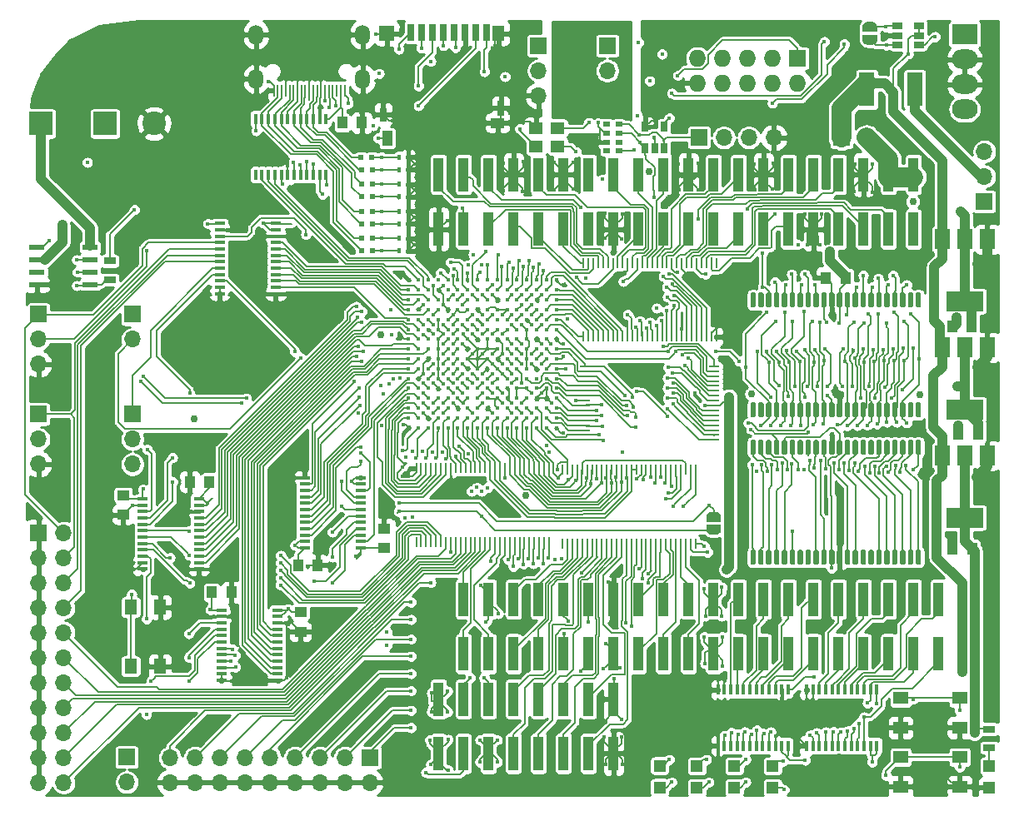
<source format=gtl>
%TF.GenerationSoftware,KiCad,Pcbnew,(5.1.10)-1*%
%TF.CreationDate,2021-08-17T18:14:56+01:00*%
%TF.ProjectId,blit-cpu-mk3,626c6974-2d63-4707-952d-6d6b332e6b69,3.03*%
%TF.SameCoordinates,Original*%
%TF.FileFunction,Copper,L1,Top*%
%TF.FilePolarity,Positive*%
%FSLAX46Y46*%
G04 Gerber Fmt 4.6, Leading zero omitted, Abs format (unit mm)*
G04 Created by KiCad (PCBNEW (5.1.10)-1) date 2021-08-17 18:14:56*
%MOMM*%
%LPD*%
G01*
G04 APERTURE LIST*
%TA.AperFunction,SMDPad,CuDef*%
%ADD10R,1.000000X3.500000*%
%TD*%
%TA.AperFunction,SMDPad,CuDef*%
%ADD11R,0.700000X1.750000*%
%TD*%
%TA.AperFunction,SMDPad,CuDef*%
%ADD12R,1.450000X1.000000*%
%TD*%
%TA.AperFunction,SMDPad,CuDef*%
%ADD13R,1.000000X1.550000*%
%TD*%
%TA.AperFunction,SMDPad,CuDef*%
%ADD14R,1.300000X1.500000*%
%TD*%
%TA.AperFunction,SMDPad,CuDef*%
%ADD15R,1.500000X1.500000*%
%TD*%
%TA.AperFunction,SMDPad,CuDef*%
%ADD16R,0.800000X1.500000*%
%TD*%
%TA.AperFunction,SMDPad,CuDef*%
%ADD17R,0.800000X1.400000*%
%TD*%
%TA.AperFunction,SMDPad,CuDef*%
%ADD18R,0.600000X0.500000*%
%TD*%
%TA.AperFunction,ComponentPad*%
%ADD19R,1.700000X1.700000*%
%TD*%
%TA.AperFunction,ComponentPad*%
%ADD20O,1.700000X1.700000*%
%TD*%
%TA.AperFunction,SMDPad,CuDef*%
%ADD21C,0.100000*%
%TD*%
%TA.AperFunction,SMDPad,CuDef*%
%ADD22R,0.400000X0.600000*%
%TD*%
%TA.AperFunction,SMDPad,CuDef*%
%ADD23R,1.300000X0.700000*%
%TD*%
%TA.AperFunction,SMDPad,CuDef*%
%ADD24R,1.000000X1.250000*%
%TD*%
%TA.AperFunction,SMDPad,CuDef*%
%ADD25R,1.250000X1.000000*%
%TD*%
%TA.AperFunction,SMDPad,CuDef*%
%ADD26C,0.400000*%
%TD*%
%TA.AperFunction,SMDPad,CuDef*%
%ADD27R,0.230000X1.200000*%
%TD*%
%TA.AperFunction,ComponentPad*%
%ADD28O,1.500000X2.000000*%
%TD*%
%TA.AperFunction,SMDPad,CuDef*%
%ADD29R,1.550000X0.600000*%
%TD*%
%TA.AperFunction,SMDPad,CuDef*%
%ADD30R,1.400000X1.200000*%
%TD*%
%TA.AperFunction,SMDPad,CuDef*%
%ADD31R,1.500000X1.300000*%
%TD*%
%TA.AperFunction,SMDPad,CuDef*%
%ADD32R,1.100000X0.250000*%
%TD*%
%TA.AperFunction,SMDPad,CuDef*%
%ADD33R,0.285000X1.000000*%
%TD*%
%TA.AperFunction,ComponentPad*%
%ADD34R,2.400000X2.400000*%
%TD*%
%TA.AperFunction,ComponentPad*%
%ADD35C,2.400000*%
%TD*%
%TA.AperFunction,ComponentPad*%
%ADD36R,1.727200X1.727200*%
%TD*%
%TA.AperFunction,ComponentPad*%
%ADD37O,1.727200X1.727200*%
%TD*%
%TA.AperFunction,SMDPad,CuDef*%
%ADD38R,1.200000X1.200000*%
%TD*%
%TA.AperFunction,SMDPad,CuDef*%
%ADD39R,0.400000X1.100000*%
%TD*%
%TA.AperFunction,SMDPad,CuDef*%
%ADD40R,1.100000X0.400000*%
%TD*%
%TA.AperFunction,SMDPad,CuDef*%
%ADD41R,1.500000X2.000000*%
%TD*%
%TA.AperFunction,SMDPad,CuDef*%
%ADD42R,3.800000X2.000000*%
%TD*%
%TA.AperFunction,ComponentPad*%
%ADD43O,2.600000X2.000000*%
%TD*%
%TA.AperFunction,ComponentPad*%
%ADD44R,2.600000X2.000000*%
%TD*%
%TA.AperFunction,SMDPad,CuDef*%
%ADD45R,0.800000X0.500000*%
%TD*%
%TA.AperFunction,SMDPad,CuDef*%
%ADD46R,0.650000X1.060000*%
%TD*%
%TA.AperFunction,SMDPad,CuDef*%
%ADD47R,1.600000X3.500000*%
%TD*%
%TA.AperFunction,SMDPad,CuDef*%
%ADD48R,1.060000X0.650000*%
%TD*%
%TA.AperFunction,ViaPad*%
%ADD49C,0.450000*%
%TD*%
%TA.AperFunction,ViaPad*%
%ADD50C,0.762000*%
%TD*%
%TA.AperFunction,Conductor*%
%ADD51C,0.200000*%
%TD*%
%TA.AperFunction,Conductor*%
%ADD52C,1.000000*%
%TD*%
%TA.AperFunction,Conductor*%
%ADD53C,2.000000*%
%TD*%
%TA.AperFunction,Conductor*%
%ADD54C,0.150000*%
%TD*%
%TA.AperFunction,Conductor*%
%ADD55C,0.127000*%
%TD*%
%TA.AperFunction,Conductor*%
%ADD56C,0.254000*%
%TD*%
%TA.AperFunction,Conductor*%
%ADD57C,0.100000*%
%TD*%
G04 APERTURE END LIST*
%TA.AperFunction,SMDPad,CuDef*%
G36*
G01*
X96635700Y-66770700D02*
X96360700Y-66770700D01*
G75*
G02*
X96223200Y-66633200I0J137500D01*
G01*
X96223200Y-65383200D01*
G75*
G02*
X96360700Y-65245700I137500J0D01*
G01*
X96635700Y-65245700D01*
G75*
G02*
X96773200Y-65383200I0J-137500D01*
G01*
X96773200Y-66633200D01*
G75*
G02*
X96635700Y-66770700I-137500J0D01*
G01*
G37*
%TD.AperFunction*%
%TA.AperFunction,SMDPad,CuDef*%
G36*
G01*
X97435700Y-66770700D02*
X97160700Y-66770700D01*
G75*
G02*
X97023200Y-66633200I0J137500D01*
G01*
X97023200Y-65383200D01*
G75*
G02*
X97160700Y-65245700I137500J0D01*
G01*
X97435700Y-65245700D01*
G75*
G02*
X97573200Y-65383200I0J-137500D01*
G01*
X97573200Y-66633200D01*
G75*
G02*
X97435700Y-66770700I-137500J0D01*
G01*
G37*
%TD.AperFunction*%
%TA.AperFunction,SMDPad,CuDef*%
G36*
G01*
X98235700Y-66770700D02*
X97960700Y-66770700D01*
G75*
G02*
X97823200Y-66633200I0J137500D01*
G01*
X97823200Y-65383200D01*
G75*
G02*
X97960700Y-65245700I137500J0D01*
G01*
X98235700Y-65245700D01*
G75*
G02*
X98373200Y-65383200I0J-137500D01*
G01*
X98373200Y-66633200D01*
G75*
G02*
X98235700Y-66770700I-137500J0D01*
G01*
G37*
%TD.AperFunction*%
%TA.AperFunction,SMDPad,CuDef*%
G36*
G01*
X99035700Y-66770700D02*
X98760700Y-66770700D01*
G75*
G02*
X98623200Y-66633200I0J137500D01*
G01*
X98623200Y-65383200D01*
G75*
G02*
X98760700Y-65245700I137500J0D01*
G01*
X99035700Y-65245700D01*
G75*
G02*
X99173200Y-65383200I0J-137500D01*
G01*
X99173200Y-66633200D01*
G75*
G02*
X99035700Y-66770700I-137500J0D01*
G01*
G37*
%TD.AperFunction*%
%TA.AperFunction,SMDPad,CuDef*%
G36*
G01*
X99835700Y-66770700D02*
X99560700Y-66770700D01*
G75*
G02*
X99423200Y-66633200I0J137500D01*
G01*
X99423200Y-65383200D01*
G75*
G02*
X99560700Y-65245700I137500J0D01*
G01*
X99835700Y-65245700D01*
G75*
G02*
X99973200Y-65383200I0J-137500D01*
G01*
X99973200Y-66633200D01*
G75*
G02*
X99835700Y-66770700I-137500J0D01*
G01*
G37*
%TD.AperFunction*%
%TA.AperFunction,SMDPad,CuDef*%
G36*
G01*
X100635700Y-66770700D02*
X100360700Y-66770700D01*
G75*
G02*
X100223200Y-66633200I0J137500D01*
G01*
X100223200Y-65383200D01*
G75*
G02*
X100360700Y-65245700I137500J0D01*
G01*
X100635700Y-65245700D01*
G75*
G02*
X100773200Y-65383200I0J-137500D01*
G01*
X100773200Y-66633200D01*
G75*
G02*
X100635700Y-66770700I-137500J0D01*
G01*
G37*
%TD.AperFunction*%
%TA.AperFunction,SMDPad,CuDef*%
G36*
G01*
X101435700Y-66770700D02*
X101160700Y-66770700D01*
G75*
G02*
X101023200Y-66633200I0J137500D01*
G01*
X101023200Y-65383200D01*
G75*
G02*
X101160700Y-65245700I137500J0D01*
G01*
X101435700Y-65245700D01*
G75*
G02*
X101573200Y-65383200I0J-137500D01*
G01*
X101573200Y-66633200D01*
G75*
G02*
X101435700Y-66770700I-137500J0D01*
G01*
G37*
%TD.AperFunction*%
%TA.AperFunction,SMDPad,CuDef*%
G36*
G01*
X102235700Y-66770700D02*
X101960700Y-66770700D01*
G75*
G02*
X101823200Y-66633200I0J137500D01*
G01*
X101823200Y-65383200D01*
G75*
G02*
X101960700Y-65245700I137500J0D01*
G01*
X102235700Y-65245700D01*
G75*
G02*
X102373200Y-65383200I0J-137500D01*
G01*
X102373200Y-66633200D01*
G75*
G02*
X102235700Y-66770700I-137500J0D01*
G01*
G37*
%TD.AperFunction*%
%TA.AperFunction,SMDPad,CuDef*%
G36*
G01*
X103035700Y-66770700D02*
X102760700Y-66770700D01*
G75*
G02*
X102623200Y-66633200I0J137500D01*
G01*
X102623200Y-65383200D01*
G75*
G02*
X102760700Y-65245700I137500J0D01*
G01*
X103035700Y-65245700D01*
G75*
G02*
X103173200Y-65383200I0J-137500D01*
G01*
X103173200Y-66633200D01*
G75*
G02*
X103035700Y-66770700I-137500J0D01*
G01*
G37*
%TD.AperFunction*%
%TA.AperFunction,SMDPad,CuDef*%
G36*
G01*
X103835700Y-66770700D02*
X103560700Y-66770700D01*
G75*
G02*
X103423200Y-66633200I0J137500D01*
G01*
X103423200Y-65383200D01*
G75*
G02*
X103560700Y-65245700I137500J0D01*
G01*
X103835700Y-65245700D01*
G75*
G02*
X103973200Y-65383200I0J-137500D01*
G01*
X103973200Y-66633200D01*
G75*
G02*
X103835700Y-66770700I-137500J0D01*
G01*
G37*
%TD.AperFunction*%
%TA.AperFunction,SMDPad,CuDef*%
G36*
G01*
X104635700Y-66770700D02*
X104360700Y-66770700D01*
G75*
G02*
X104223200Y-66633200I0J137500D01*
G01*
X104223200Y-65383200D01*
G75*
G02*
X104360700Y-65245700I137500J0D01*
G01*
X104635700Y-65245700D01*
G75*
G02*
X104773200Y-65383200I0J-137500D01*
G01*
X104773200Y-66633200D01*
G75*
G02*
X104635700Y-66770700I-137500J0D01*
G01*
G37*
%TD.AperFunction*%
%TA.AperFunction,SMDPad,CuDef*%
G36*
G01*
X105435700Y-66770700D02*
X105160700Y-66770700D01*
G75*
G02*
X105023200Y-66633200I0J137500D01*
G01*
X105023200Y-65383200D01*
G75*
G02*
X105160700Y-65245700I137500J0D01*
G01*
X105435700Y-65245700D01*
G75*
G02*
X105573200Y-65383200I0J-137500D01*
G01*
X105573200Y-66633200D01*
G75*
G02*
X105435700Y-66770700I-137500J0D01*
G01*
G37*
%TD.AperFunction*%
%TA.AperFunction,SMDPad,CuDef*%
G36*
G01*
X106235700Y-66770700D02*
X105960700Y-66770700D01*
G75*
G02*
X105823200Y-66633200I0J137500D01*
G01*
X105823200Y-65383200D01*
G75*
G02*
X105960700Y-65245700I137500J0D01*
G01*
X106235700Y-65245700D01*
G75*
G02*
X106373200Y-65383200I0J-137500D01*
G01*
X106373200Y-66633200D01*
G75*
G02*
X106235700Y-66770700I-137500J0D01*
G01*
G37*
%TD.AperFunction*%
%TA.AperFunction,SMDPad,CuDef*%
G36*
G01*
X107035700Y-66770700D02*
X106760700Y-66770700D01*
G75*
G02*
X106623200Y-66633200I0J137500D01*
G01*
X106623200Y-65383200D01*
G75*
G02*
X106760700Y-65245700I137500J0D01*
G01*
X107035700Y-65245700D01*
G75*
G02*
X107173200Y-65383200I0J-137500D01*
G01*
X107173200Y-66633200D01*
G75*
G02*
X107035700Y-66770700I-137500J0D01*
G01*
G37*
%TD.AperFunction*%
%TA.AperFunction,SMDPad,CuDef*%
G36*
G01*
X107835700Y-66770700D02*
X107560700Y-66770700D01*
G75*
G02*
X107423200Y-66633200I0J137500D01*
G01*
X107423200Y-65383200D01*
G75*
G02*
X107560700Y-65245700I137500J0D01*
G01*
X107835700Y-65245700D01*
G75*
G02*
X107973200Y-65383200I0J-137500D01*
G01*
X107973200Y-66633200D01*
G75*
G02*
X107835700Y-66770700I-137500J0D01*
G01*
G37*
%TD.AperFunction*%
%TA.AperFunction,SMDPad,CuDef*%
G36*
G01*
X108635700Y-66770700D02*
X108360700Y-66770700D01*
G75*
G02*
X108223200Y-66633200I0J137500D01*
G01*
X108223200Y-65383200D01*
G75*
G02*
X108360700Y-65245700I137500J0D01*
G01*
X108635700Y-65245700D01*
G75*
G02*
X108773200Y-65383200I0J-137500D01*
G01*
X108773200Y-66633200D01*
G75*
G02*
X108635700Y-66770700I-137500J0D01*
G01*
G37*
%TD.AperFunction*%
%TA.AperFunction,SMDPad,CuDef*%
G36*
G01*
X109435700Y-66770700D02*
X109160700Y-66770700D01*
G75*
G02*
X109023200Y-66633200I0J137500D01*
G01*
X109023200Y-65383200D01*
G75*
G02*
X109160700Y-65245700I137500J0D01*
G01*
X109435700Y-65245700D01*
G75*
G02*
X109573200Y-65383200I0J-137500D01*
G01*
X109573200Y-66633200D01*
G75*
G02*
X109435700Y-66770700I-137500J0D01*
G01*
G37*
%TD.AperFunction*%
%TA.AperFunction,SMDPad,CuDef*%
G36*
G01*
X110235700Y-66770700D02*
X109960700Y-66770700D01*
G75*
G02*
X109823200Y-66633200I0J137500D01*
G01*
X109823200Y-65383200D01*
G75*
G02*
X109960700Y-65245700I137500J0D01*
G01*
X110235700Y-65245700D01*
G75*
G02*
X110373200Y-65383200I0J-137500D01*
G01*
X110373200Y-66633200D01*
G75*
G02*
X110235700Y-66770700I-137500J0D01*
G01*
G37*
%TD.AperFunction*%
%TA.AperFunction,SMDPad,CuDef*%
G36*
G01*
X111035700Y-66770700D02*
X110760700Y-66770700D01*
G75*
G02*
X110623200Y-66633200I0J137500D01*
G01*
X110623200Y-65383200D01*
G75*
G02*
X110760700Y-65245700I137500J0D01*
G01*
X111035700Y-65245700D01*
G75*
G02*
X111173200Y-65383200I0J-137500D01*
G01*
X111173200Y-66633200D01*
G75*
G02*
X111035700Y-66770700I-137500J0D01*
G01*
G37*
%TD.AperFunction*%
%TA.AperFunction,SMDPad,CuDef*%
G36*
G01*
X111835700Y-66770700D02*
X111560700Y-66770700D01*
G75*
G02*
X111423200Y-66633200I0J137500D01*
G01*
X111423200Y-65383200D01*
G75*
G02*
X111560700Y-65245700I137500J0D01*
G01*
X111835700Y-65245700D01*
G75*
G02*
X111973200Y-65383200I0J-137500D01*
G01*
X111973200Y-66633200D01*
G75*
G02*
X111835700Y-66770700I-137500J0D01*
G01*
G37*
%TD.AperFunction*%
%TA.AperFunction,SMDPad,CuDef*%
G36*
G01*
X112635700Y-66770700D02*
X112360700Y-66770700D01*
G75*
G02*
X112223200Y-66633200I0J137500D01*
G01*
X112223200Y-65383200D01*
G75*
G02*
X112360700Y-65245700I137500J0D01*
G01*
X112635700Y-65245700D01*
G75*
G02*
X112773200Y-65383200I0J-137500D01*
G01*
X112773200Y-66633200D01*
G75*
G02*
X112635700Y-66770700I-137500J0D01*
G01*
G37*
%TD.AperFunction*%
%TA.AperFunction,SMDPad,CuDef*%
G36*
G01*
X113435700Y-66770700D02*
X113160700Y-66770700D01*
G75*
G02*
X113023200Y-66633200I0J137500D01*
G01*
X113023200Y-65383200D01*
G75*
G02*
X113160700Y-65245700I137500J0D01*
G01*
X113435700Y-65245700D01*
G75*
G02*
X113573200Y-65383200I0J-137500D01*
G01*
X113573200Y-66633200D01*
G75*
G02*
X113435700Y-66770700I-137500J0D01*
G01*
G37*
%TD.AperFunction*%
%TA.AperFunction,SMDPad,CuDef*%
G36*
G01*
X113435700Y-77945700D02*
X113160700Y-77945700D01*
G75*
G02*
X113023200Y-77808200I0J137500D01*
G01*
X113023200Y-76558200D01*
G75*
G02*
X113160700Y-76420700I137500J0D01*
G01*
X113435700Y-76420700D01*
G75*
G02*
X113573200Y-76558200I0J-137500D01*
G01*
X113573200Y-77808200D01*
G75*
G02*
X113435700Y-77945700I-137500J0D01*
G01*
G37*
%TD.AperFunction*%
%TA.AperFunction,SMDPad,CuDef*%
G36*
G01*
X112635700Y-77945700D02*
X112360700Y-77945700D01*
G75*
G02*
X112223200Y-77808200I0J137500D01*
G01*
X112223200Y-76558200D01*
G75*
G02*
X112360700Y-76420700I137500J0D01*
G01*
X112635700Y-76420700D01*
G75*
G02*
X112773200Y-76558200I0J-137500D01*
G01*
X112773200Y-77808200D01*
G75*
G02*
X112635700Y-77945700I-137500J0D01*
G01*
G37*
%TD.AperFunction*%
%TA.AperFunction,SMDPad,CuDef*%
G36*
G01*
X111835700Y-77945700D02*
X111560700Y-77945700D01*
G75*
G02*
X111423200Y-77808200I0J137500D01*
G01*
X111423200Y-76558200D01*
G75*
G02*
X111560700Y-76420700I137500J0D01*
G01*
X111835700Y-76420700D01*
G75*
G02*
X111973200Y-76558200I0J-137500D01*
G01*
X111973200Y-77808200D01*
G75*
G02*
X111835700Y-77945700I-137500J0D01*
G01*
G37*
%TD.AperFunction*%
%TA.AperFunction,SMDPad,CuDef*%
G36*
G01*
X111035700Y-77945700D02*
X110760700Y-77945700D01*
G75*
G02*
X110623200Y-77808200I0J137500D01*
G01*
X110623200Y-76558200D01*
G75*
G02*
X110760700Y-76420700I137500J0D01*
G01*
X111035700Y-76420700D01*
G75*
G02*
X111173200Y-76558200I0J-137500D01*
G01*
X111173200Y-77808200D01*
G75*
G02*
X111035700Y-77945700I-137500J0D01*
G01*
G37*
%TD.AperFunction*%
%TA.AperFunction,SMDPad,CuDef*%
G36*
G01*
X110235700Y-77945700D02*
X109960700Y-77945700D01*
G75*
G02*
X109823200Y-77808200I0J137500D01*
G01*
X109823200Y-76558200D01*
G75*
G02*
X109960700Y-76420700I137500J0D01*
G01*
X110235700Y-76420700D01*
G75*
G02*
X110373200Y-76558200I0J-137500D01*
G01*
X110373200Y-77808200D01*
G75*
G02*
X110235700Y-77945700I-137500J0D01*
G01*
G37*
%TD.AperFunction*%
%TA.AperFunction,SMDPad,CuDef*%
G36*
G01*
X109435700Y-77945700D02*
X109160700Y-77945700D01*
G75*
G02*
X109023200Y-77808200I0J137500D01*
G01*
X109023200Y-76558200D01*
G75*
G02*
X109160700Y-76420700I137500J0D01*
G01*
X109435700Y-76420700D01*
G75*
G02*
X109573200Y-76558200I0J-137500D01*
G01*
X109573200Y-77808200D01*
G75*
G02*
X109435700Y-77945700I-137500J0D01*
G01*
G37*
%TD.AperFunction*%
%TA.AperFunction,SMDPad,CuDef*%
G36*
G01*
X108635700Y-77945700D02*
X108360700Y-77945700D01*
G75*
G02*
X108223200Y-77808200I0J137500D01*
G01*
X108223200Y-76558200D01*
G75*
G02*
X108360700Y-76420700I137500J0D01*
G01*
X108635700Y-76420700D01*
G75*
G02*
X108773200Y-76558200I0J-137500D01*
G01*
X108773200Y-77808200D01*
G75*
G02*
X108635700Y-77945700I-137500J0D01*
G01*
G37*
%TD.AperFunction*%
%TA.AperFunction,SMDPad,CuDef*%
G36*
G01*
X107835700Y-77945700D02*
X107560700Y-77945700D01*
G75*
G02*
X107423200Y-77808200I0J137500D01*
G01*
X107423200Y-76558200D01*
G75*
G02*
X107560700Y-76420700I137500J0D01*
G01*
X107835700Y-76420700D01*
G75*
G02*
X107973200Y-76558200I0J-137500D01*
G01*
X107973200Y-77808200D01*
G75*
G02*
X107835700Y-77945700I-137500J0D01*
G01*
G37*
%TD.AperFunction*%
%TA.AperFunction,SMDPad,CuDef*%
G36*
G01*
X107035700Y-77945700D02*
X106760700Y-77945700D01*
G75*
G02*
X106623200Y-77808200I0J137500D01*
G01*
X106623200Y-76558200D01*
G75*
G02*
X106760700Y-76420700I137500J0D01*
G01*
X107035700Y-76420700D01*
G75*
G02*
X107173200Y-76558200I0J-137500D01*
G01*
X107173200Y-77808200D01*
G75*
G02*
X107035700Y-77945700I-137500J0D01*
G01*
G37*
%TD.AperFunction*%
%TA.AperFunction,SMDPad,CuDef*%
G36*
G01*
X106235700Y-77945700D02*
X105960700Y-77945700D01*
G75*
G02*
X105823200Y-77808200I0J137500D01*
G01*
X105823200Y-76558200D01*
G75*
G02*
X105960700Y-76420700I137500J0D01*
G01*
X106235700Y-76420700D01*
G75*
G02*
X106373200Y-76558200I0J-137500D01*
G01*
X106373200Y-77808200D01*
G75*
G02*
X106235700Y-77945700I-137500J0D01*
G01*
G37*
%TD.AperFunction*%
%TA.AperFunction,SMDPad,CuDef*%
G36*
G01*
X105435700Y-77945700D02*
X105160700Y-77945700D01*
G75*
G02*
X105023200Y-77808200I0J137500D01*
G01*
X105023200Y-76558200D01*
G75*
G02*
X105160700Y-76420700I137500J0D01*
G01*
X105435700Y-76420700D01*
G75*
G02*
X105573200Y-76558200I0J-137500D01*
G01*
X105573200Y-77808200D01*
G75*
G02*
X105435700Y-77945700I-137500J0D01*
G01*
G37*
%TD.AperFunction*%
%TA.AperFunction,SMDPad,CuDef*%
G36*
G01*
X104635700Y-77945700D02*
X104360700Y-77945700D01*
G75*
G02*
X104223200Y-77808200I0J137500D01*
G01*
X104223200Y-76558200D01*
G75*
G02*
X104360700Y-76420700I137500J0D01*
G01*
X104635700Y-76420700D01*
G75*
G02*
X104773200Y-76558200I0J-137500D01*
G01*
X104773200Y-77808200D01*
G75*
G02*
X104635700Y-77945700I-137500J0D01*
G01*
G37*
%TD.AperFunction*%
%TA.AperFunction,SMDPad,CuDef*%
G36*
G01*
X103835700Y-77945700D02*
X103560700Y-77945700D01*
G75*
G02*
X103423200Y-77808200I0J137500D01*
G01*
X103423200Y-76558200D01*
G75*
G02*
X103560700Y-76420700I137500J0D01*
G01*
X103835700Y-76420700D01*
G75*
G02*
X103973200Y-76558200I0J-137500D01*
G01*
X103973200Y-77808200D01*
G75*
G02*
X103835700Y-77945700I-137500J0D01*
G01*
G37*
%TD.AperFunction*%
%TA.AperFunction,SMDPad,CuDef*%
G36*
G01*
X103035700Y-77945700D02*
X102760700Y-77945700D01*
G75*
G02*
X102623200Y-77808200I0J137500D01*
G01*
X102623200Y-76558200D01*
G75*
G02*
X102760700Y-76420700I137500J0D01*
G01*
X103035700Y-76420700D01*
G75*
G02*
X103173200Y-76558200I0J-137500D01*
G01*
X103173200Y-77808200D01*
G75*
G02*
X103035700Y-77945700I-137500J0D01*
G01*
G37*
%TD.AperFunction*%
%TA.AperFunction,SMDPad,CuDef*%
G36*
G01*
X102235700Y-77945700D02*
X101960700Y-77945700D01*
G75*
G02*
X101823200Y-77808200I0J137500D01*
G01*
X101823200Y-76558200D01*
G75*
G02*
X101960700Y-76420700I137500J0D01*
G01*
X102235700Y-76420700D01*
G75*
G02*
X102373200Y-76558200I0J-137500D01*
G01*
X102373200Y-77808200D01*
G75*
G02*
X102235700Y-77945700I-137500J0D01*
G01*
G37*
%TD.AperFunction*%
%TA.AperFunction,SMDPad,CuDef*%
G36*
G01*
X101435700Y-77945700D02*
X101160700Y-77945700D01*
G75*
G02*
X101023200Y-77808200I0J137500D01*
G01*
X101023200Y-76558200D01*
G75*
G02*
X101160700Y-76420700I137500J0D01*
G01*
X101435700Y-76420700D01*
G75*
G02*
X101573200Y-76558200I0J-137500D01*
G01*
X101573200Y-77808200D01*
G75*
G02*
X101435700Y-77945700I-137500J0D01*
G01*
G37*
%TD.AperFunction*%
%TA.AperFunction,SMDPad,CuDef*%
G36*
G01*
X100635700Y-77945700D02*
X100360700Y-77945700D01*
G75*
G02*
X100223200Y-77808200I0J137500D01*
G01*
X100223200Y-76558200D01*
G75*
G02*
X100360700Y-76420700I137500J0D01*
G01*
X100635700Y-76420700D01*
G75*
G02*
X100773200Y-76558200I0J-137500D01*
G01*
X100773200Y-77808200D01*
G75*
G02*
X100635700Y-77945700I-137500J0D01*
G01*
G37*
%TD.AperFunction*%
%TA.AperFunction,SMDPad,CuDef*%
G36*
G01*
X99835700Y-77945700D02*
X99560700Y-77945700D01*
G75*
G02*
X99423200Y-77808200I0J137500D01*
G01*
X99423200Y-76558200D01*
G75*
G02*
X99560700Y-76420700I137500J0D01*
G01*
X99835700Y-76420700D01*
G75*
G02*
X99973200Y-76558200I0J-137500D01*
G01*
X99973200Y-77808200D01*
G75*
G02*
X99835700Y-77945700I-137500J0D01*
G01*
G37*
%TD.AperFunction*%
%TA.AperFunction,SMDPad,CuDef*%
G36*
G01*
X99035700Y-77945700D02*
X98760700Y-77945700D01*
G75*
G02*
X98623200Y-77808200I0J137500D01*
G01*
X98623200Y-76558200D01*
G75*
G02*
X98760700Y-76420700I137500J0D01*
G01*
X99035700Y-76420700D01*
G75*
G02*
X99173200Y-76558200I0J-137500D01*
G01*
X99173200Y-77808200D01*
G75*
G02*
X99035700Y-77945700I-137500J0D01*
G01*
G37*
%TD.AperFunction*%
%TA.AperFunction,SMDPad,CuDef*%
G36*
G01*
X98235700Y-77945700D02*
X97960700Y-77945700D01*
G75*
G02*
X97823200Y-77808200I0J137500D01*
G01*
X97823200Y-76558200D01*
G75*
G02*
X97960700Y-76420700I137500J0D01*
G01*
X98235700Y-76420700D01*
G75*
G02*
X98373200Y-76558200I0J-137500D01*
G01*
X98373200Y-77808200D01*
G75*
G02*
X98235700Y-77945700I-137500J0D01*
G01*
G37*
%TD.AperFunction*%
%TA.AperFunction,SMDPad,CuDef*%
G36*
G01*
X97435700Y-77945700D02*
X97160700Y-77945700D01*
G75*
G02*
X97023200Y-77808200I0J137500D01*
G01*
X97023200Y-76558200D01*
G75*
G02*
X97160700Y-76420700I137500J0D01*
G01*
X97435700Y-76420700D01*
G75*
G02*
X97573200Y-76558200I0J-137500D01*
G01*
X97573200Y-77808200D01*
G75*
G02*
X97435700Y-77945700I-137500J0D01*
G01*
G37*
%TD.AperFunction*%
%TA.AperFunction,SMDPad,CuDef*%
G36*
G01*
X96635700Y-77945700D02*
X96360700Y-77945700D01*
G75*
G02*
X96223200Y-77808200I0J137500D01*
G01*
X96223200Y-76558200D01*
G75*
G02*
X96360700Y-76420700I137500J0D01*
G01*
X96635700Y-76420700D01*
G75*
G02*
X96773200Y-76558200I0J-137500D01*
G01*
X96773200Y-77808200D01*
G75*
G02*
X96635700Y-77945700I-137500J0D01*
G01*
G37*
%TD.AperFunction*%
D10*
X82325000Y-91595000D03*
X82325000Y-97135000D03*
X79785000Y-91595000D03*
X79785000Y-97135000D03*
X77245000Y-91595000D03*
X77245000Y-97135000D03*
X74705000Y-91595000D03*
X74705000Y-97135000D03*
X72165000Y-91595000D03*
X72165000Y-97135000D03*
X69625000Y-91595000D03*
X69625000Y-97135000D03*
X67085000Y-91595000D03*
X67085000Y-97135000D03*
X64545000Y-91595000D03*
X64545000Y-97135000D03*
X67085000Y-86990000D03*
X67085000Y-81450000D03*
X69625000Y-86990000D03*
X69625000Y-81450000D03*
X72165000Y-86990000D03*
X72165000Y-81450000D03*
X74705000Y-86990000D03*
X74705000Y-81450000D03*
X77245000Y-86990000D03*
X77245000Y-81450000D03*
X79785000Y-86990000D03*
X79785000Y-81450000D03*
X82325000Y-86990000D03*
X82325000Y-81450000D03*
X84865000Y-86990000D03*
X84865000Y-81450000D03*
X87405000Y-86990000D03*
X87405000Y-81450000D03*
X89945000Y-86990000D03*
X89945000Y-81450000D03*
X92485000Y-86990000D03*
X92485000Y-81450000D03*
X95025000Y-86990000D03*
X95025000Y-81450000D03*
X97565000Y-86990000D03*
X97565000Y-81450000D03*
X100105000Y-86990000D03*
X100105000Y-81450000D03*
X102645000Y-86990000D03*
X102645000Y-81450000D03*
X105185000Y-86990000D03*
X105185000Y-81450000D03*
X107725000Y-86990000D03*
X107725000Y-81450000D03*
X110265000Y-86990000D03*
X110265000Y-81450000D03*
X112805000Y-86990000D03*
X112805000Y-81450000D03*
X115345000Y-86990000D03*
X115345000Y-81450000D03*
X64545000Y-38270000D03*
X64545000Y-43810000D03*
X67085000Y-38270000D03*
X67085000Y-43810000D03*
X69625000Y-38270000D03*
X69625000Y-43810000D03*
X72165000Y-38270000D03*
X72165000Y-43810000D03*
X74705000Y-38270000D03*
X74705000Y-43810000D03*
X77245000Y-38270000D03*
X77245000Y-43810000D03*
X79785000Y-38270000D03*
X79785000Y-43810000D03*
X82325000Y-38270000D03*
X82325000Y-43810000D03*
X84865000Y-38270000D03*
X84865000Y-43810000D03*
X87405000Y-38270000D03*
X87405000Y-43810000D03*
X89945000Y-38270000D03*
X89945000Y-43810000D03*
X92485000Y-38270000D03*
X92485000Y-43810000D03*
X95025000Y-38270000D03*
X95025000Y-43810000D03*
X97565000Y-38270000D03*
X97565000Y-43810000D03*
X100105000Y-38270000D03*
X100105000Y-43810000D03*
X102645000Y-38270000D03*
X102645000Y-43810000D03*
X105185000Y-38270000D03*
X105185000Y-43810000D03*
X107725000Y-38270000D03*
X107725000Y-43810000D03*
X110265000Y-38270000D03*
X110265000Y-43810000D03*
X112805000Y-38270000D03*
X112805000Y-43810000D03*
D11*
X69422000Y-23786500D03*
X68322000Y-23786500D03*
X67222000Y-23786500D03*
X66122000Y-23786500D03*
X65022000Y-23786500D03*
X63922000Y-23786500D03*
X62822000Y-23786500D03*
X61722000Y-23786500D03*
D12*
X70547000Y-33011500D03*
D13*
X59322000Y-34586500D03*
D14*
X70622000Y-23911500D03*
D15*
X59272000Y-23911500D03*
D16*
X70872000Y-31511500D03*
D17*
X58922000Y-32161500D03*
D18*
X57800000Y-44750000D03*
X56700000Y-44750000D03*
D14*
X36250000Y-82250000D03*
X36250000Y-88250000D03*
X33250000Y-88250000D03*
X33250000Y-82250000D03*
D19*
X32850000Y-97500000D03*
D20*
X32850000Y-100040000D03*
D19*
X91000000Y-34500000D03*
D20*
X93540000Y-34500000D03*
X96080000Y-34500000D03*
X98620000Y-34500000D03*
%TA.AperFunction,SMDPad,CuDef*%
D21*
G36*
X109110000Y-24045000D02*
G01*
X109110000Y-24545000D01*
X109109398Y-24545000D01*
X109109398Y-24569534D01*
X109104588Y-24618365D01*
X109095016Y-24666490D01*
X109080772Y-24713445D01*
X109061995Y-24758778D01*
X109038864Y-24802051D01*
X109011604Y-24842850D01*
X108980476Y-24880779D01*
X108945779Y-24915476D01*
X108907850Y-24946604D01*
X108867051Y-24973864D01*
X108823778Y-24996995D01*
X108778445Y-25015772D01*
X108731490Y-25030016D01*
X108683365Y-25039588D01*
X108634534Y-25044398D01*
X108610000Y-25044398D01*
X108610000Y-25045000D01*
X108110000Y-25045000D01*
X108110000Y-25044398D01*
X108085466Y-25044398D01*
X108036635Y-25039588D01*
X107988510Y-25030016D01*
X107941555Y-25015772D01*
X107896222Y-24996995D01*
X107852949Y-24973864D01*
X107812150Y-24946604D01*
X107774221Y-24915476D01*
X107739524Y-24880779D01*
X107708396Y-24842850D01*
X107681136Y-24802051D01*
X107658005Y-24758778D01*
X107639228Y-24713445D01*
X107624984Y-24666490D01*
X107615412Y-24618365D01*
X107610602Y-24569534D01*
X107610602Y-24545000D01*
X107610000Y-24545000D01*
X107610000Y-24045000D01*
X109110000Y-24045000D01*
G37*
%TD.AperFunction*%
%TA.AperFunction,SMDPad,CuDef*%
G36*
X107610602Y-23245000D02*
G01*
X107610602Y-23220466D01*
X107615412Y-23171635D01*
X107624984Y-23123510D01*
X107639228Y-23076555D01*
X107658005Y-23031222D01*
X107681136Y-22987949D01*
X107708396Y-22947150D01*
X107739524Y-22909221D01*
X107774221Y-22874524D01*
X107812150Y-22843396D01*
X107852949Y-22816136D01*
X107896222Y-22793005D01*
X107941555Y-22774228D01*
X107988510Y-22759984D01*
X108036635Y-22750412D01*
X108085466Y-22745602D01*
X108110000Y-22745602D01*
X108110000Y-22745000D01*
X108610000Y-22745000D01*
X108610000Y-22745602D01*
X108634534Y-22745602D01*
X108683365Y-22750412D01*
X108731490Y-22759984D01*
X108778445Y-22774228D01*
X108823778Y-22793005D01*
X108867051Y-22816136D01*
X108907850Y-22843396D01*
X108945779Y-22874524D01*
X108980476Y-22909221D01*
X109011604Y-22947150D01*
X109038864Y-22987949D01*
X109061995Y-23031222D01*
X109080772Y-23076555D01*
X109095016Y-23123510D01*
X109104588Y-23171635D01*
X109109398Y-23220466D01*
X109109398Y-23245000D01*
X109110000Y-23245000D01*
X109110000Y-23745000D01*
X107610000Y-23745000D01*
X107610000Y-23245000D01*
X107610602Y-23245000D01*
G37*
%TD.AperFunction*%
%TA.AperFunction,SMDPad,CuDef*%
G36*
X93250000Y-73870000D02*
G01*
X93250000Y-74370000D01*
X93249398Y-74370000D01*
X93249398Y-74394534D01*
X93244588Y-74443365D01*
X93235016Y-74491490D01*
X93220772Y-74538445D01*
X93201995Y-74583778D01*
X93178864Y-74627051D01*
X93151604Y-74667850D01*
X93120476Y-74705779D01*
X93085779Y-74740476D01*
X93047850Y-74771604D01*
X93007051Y-74798864D01*
X92963778Y-74821995D01*
X92918445Y-74840772D01*
X92871490Y-74855016D01*
X92823365Y-74864588D01*
X92774534Y-74869398D01*
X92750000Y-74869398D01*
X92750000Y-74870000D01*
X92250000Y-74870000D01*
X92250000Y-74869398D01*
X92225466Y-74869398D01*
X92176635Y-74864588D01*
X92128510Y-74855016D01*
X92081555Y-74840772D01*
X92036222Y-74821995D01*
X91992949Y-74798864D01*
X91952150Y-74771604D01*
X91914221Y-74740476D01*
X91879524Y-74705779D01*
X91848396Y-74667850D01*
X91821136Y-74627051D01*
X91798005Y-74583778D01*
X91779228Y-74538445D01*
X91764984Y-74491490D01*
X91755412Y-74443365D01*
X91750602Y-74394534D01*
X91750602Y-74370000D01*
X91750000Y-74370000D01*
X91750000Y-73870000D01*
X93250000Y-73870000D01*
G37*
%TD.AperFunction*%
%TA.AperFunction,SMDPad,CuDef*%
G36*
X91750602Y-73070000D02*
G01*
X91750602Y-73045466D01*
X91755412Y-72996635D01*
X91764984Y-72948510D01*
X91779228Y-72901555D01*
X91798005Y-72856222D01*
X91821136Y-72812949D01*
X91848396Y-72772150D01*
X91879524Y-72734221D01*
X91914221Y-72699524D01*
X91952150Y-72668396D01*
X91992949Y-72641136D01*
X92036222Y-72618005D01*
X92081555Y-72599228D01*
X92128510Y-72584984D01*
X92176635Y-72575412D01*
X92225466Y-72570602D01*
X92250000Y-72570602D01*
X92250000Y-72570000D01*
X92750000Y-72570000D01*
X92750000Y-72570602D01*
X92774534Y-72570602D01*
X92823365Y-72575412D01*
X92871490Y-72584984D01*
X92918445Y-72599228D01*
X92963778Y-72618005D01*
X93007051Y-72641136D01*
X93047850Y-72668396D01*
X93085779Y-72699524D01*
X93120476Y-72734221D01*
X93151604Y-72772150D01*
X93178864Y-72812949D01*
X93201995Y-72856222D01*
X93220772Y-72901555D01*
X93235016Y-72948510D01*
X93244588Y-72996635D01*
X93249398Y-73045466D01*
X93249398Y-73070000D01*
X93250000Y-73070000D01*
X93250000Y-73570000D01*
X91750000Y-73570000D01*
X91750000Y-73070000D01*
X91750602Y-73070000D01*
G37*
%TD.AperFunction*%
D22*
X61450000Y-36500000D03*
X60550000Y-36500000D03*
X61450000Y-37750000D03*
X60550000Y-37750000D03*
X61450000Y-39250000D03*
X60550000Y-39250000D03*
X61450000Y-40500000D03*
X60550000Y-40500000D03*
X60550000Y-42000000D03*
X61450000Y-42000000D03*
X60550000Y-43250000D03*
X61450000Y-43250000D03*
X60550000Y-44750000D03*
X61450000Y-44750000D03*
X60550000Y-46000000D03*
X61450000Y-46000000D03*
D23*
X31120000Y-47050000D03*
X31120000Y-48950000D03*
X120500000Y-96550000D03*
X120500000Y-94650000D03*
D18*
X57763500Y-36500000D03*
X56663500Y-36500000D03*
X57800000Y-37750000D03*
X56700000Y-37750000D03*
X57800000Y-39250000D03*
X56700000Y-39250000D03*
X57800000Y-40500000D03*
X56700000Y-40500000D03*
X57800000Y-42000000D03*
X56700000Y-42000000D03*
X57800000Y-43250000D03*
X56700000Y-43250000D03*
X57800000Y-46000000D03*
X56700000Y-46000000D03*
D24*
X56750000Y-33000000D03*
X54750000Y-33000000D03*
X43500000Y-80750000D03*
X41500000Y-80750000D03*
D25*
X59000000Y-74250000D03*
X59000000Y-76250000D03*
X32500000Y-72850000D03*
X32500000Y-70850000D03*
X50500000Y-84750000D03*
X50500000Y-82750000D03*
D24*
X52250000Y-78000000D03*
X50250000Y-78000000D03*
X39250000Y-69500000D03*
X41250000Y-69500000D03*
X103920000Y-48750000D03*
X105920000Y-48750000D03*
D26*
X76500000Y-64000000D03*
X76500000Y-63000000D03*
X76500000Y-62000000D03*
X76500000Y-61000000D03*
X76500000Y-60000000D03*
X76500000Y-59000000D03*
X76500000Y-58000000D03*
X76500000Y-57000000D03*
X76500000Y-56000000D03*
X76500000Y-55000000D03*
X76500000Y-54000000D03*
X76500000Y-53000000D03*
X76500000Y-52000000D03*
X76500000Y-51000000D03*
X76500000Y-50000000D03*
X76500000Y-49000000D03*
X75500000Y-64000000D03*
X75500000Y-63000000D03*
X75500000Y-62000000D03*
X75500000Y-61000000D03*
X75500000Y-60000000D03*
X75500000Y-59000000D03*
X75500000Y-58000000D03*
X75500000Y-57000000D03*
X75500000Y-56000000D03*
X75500000Y-55000000D03*
X75500000Y-54000000D03*
X75500000Y-53000000D03*
X75500000Y-52000000D03*
X75500000Y-51000000D03*
X75500000Y-50000000D03*
X75500000Y-49000000D03*
X74500000Y-64000000D03*
X74500000Y-63000000D03*
X74500000Y-62000000D03*
X74500000Y-61000000D03*
X74500000Y-60000000D03*
X74500000Y-59000000D03*
X74500000Y-58000000D03*
X74500000Y-57000000D03*
X74500000Y-56000000D03*
X74500000Y-55000000D03*
X74500000Y-54000000D03*
X74500000Y-53000000D03*
X74500000Y-52000000D03*
X74500000Y-51000000D03*
X74500000Y-50000000D03*
X74500000Y-49000000D03*
X73500000Y-64000000D03*
X73500000Y-63000000D03*
X73500000Y-62000000D03*
X73500000Y-61000000D03*
X73500000Y-60000000D03*
X73500000Y-59000000D03*
X73500000Y-58000000D03*
X73500000Y-57000000D03*
X73500000Y-56000000D03*
X73500000Y-55000000D03*
X73500000Y-54000000D03*
X73500000Y-53000000D03*
X73500000Y-52000000D03*
X73500000Y-51000000D03*
X73500000Y-50000000D03*
X73500000Y-49000000D03*
X72500000Y-64000000D03*
X72500000Y-63000000D03*
X72500000Y-62000000D03*
X72500000Y-61000000D03*
X72500000Y-60000000D03*
X72500000Y-59000000D03*
X72500000Y-58000000D03*
X72500000Y-57000000D03*
X72500000Y-56000000D03*
X72500000Y-55000000D03*
X72500000Y-54000000D03*
X72500000Y-53000000D03*
X72500000Y-52000000D03*
X72500000Y-51000000D03*
X72500000Y-50000000D03*
X72500000Y-49000000D03*
X71500000Y-64000000D03*
X71500000Y-63000000D03*
X71500000Y-62000000D03*
X71500000Y-61000000D03*
X71500000Y-60000000D03*
X71500000Y-59000000D03*
X71500000Y-58000000D03*
X71500000Y-57000000D03*
X71500000Y-56000000D03*
X71500000Y-55000000D03*
X71500000Y-54000000D03*
X71500000Y-53000000D03*
X71500000Y-52000000D03*
X71500000Y-51000000D03*
X71500000Y-50000000D03*
X71500000Y-49000000D03*
X70500000Y-64000000D03*
X70500000Y-63000000D03*
X70500000Y-62000000D03*
X70500000Y-61000000D03*
X70500000Y-60000000D03*
X70500000Y-59000000D03*
X70500000Y-58000000D03*
X70500000Y-57000000D03*
X70500000Y-56000000D03*
X70500000Y-55000000D03*
X70500000Y-54000000D03*
X70500000Y-53000000D03*
X70500000Y-52000000D03*
X70500000Y-51000000D03*
X70500000Y-50000000D03*
X70500000Y-49000000D03*
X69500000Y-64000000D03*
X69500000Y-63000000D03*
X69500000Y-62000000D03*
X69500000Y-61000000D03*
X69500000Y-60000000D03*
X69500000Y-59000000D03*
X69500000Y-58000000D03*
X69500000Y-57000000D03*
X69500000Y-56000000D03*
X69500000Y-55000000D03*
X69500000Y-54000000D03*
X69500000Y-53000000D03*
X69500000Y-52000000D03*
X69500000Y-51000000D03*
X69500000Y-50000000D03*
X69500000Y-49000000D03*
X68500000Y-64000000D03*
X68500000Y-63000000D03*
X68500000Y-62000000D03*
X68500000Y-61000000D03*
X68500000Y-60000000D03*
X68500000Y-59000000D03*
X68500000Y-58000000D03*
X68500000Y-57000000D03*
X68500000Y-56000000D03*
X68500000Y-55000000D03*
X68500000Y-54000000D03*
X68500000Y-53000000D03*
X68500000Y-52000000D03*
X68500000Y-51000000D03*
X68500000Y-50000000D03*
X68500000Y-49000000D03*
X67500000Y-64000000D03*
X67500000Y-63000000D03*
X67500000Y-62000000D03*
X67500000Y-61000000D03*
X67500000Y-60000000D03*
X67500000Y-59000000D03*
X67500000Y-58000000D03*
X67500000Y-57000000D03*
X67500000Y-56000000D03*
X67500000Y-55000000D03*
X67500000Y-54000000D03*
X67500000Y-53000000D03*
X67500000Y-52000000D03*
X67500000Y-51000000D03*
X67500000Y-50000000D03*
X67500000Y-49000000D03*
X66500000Y-64000000D03*
X66500000Y-63000000D03*
X66500000Y-62000000D03*
X66500000Y-61000000D03*
X66500000Y-60000000D03*
X66500000Y-59000000D03*
X66500000Y-58000000D03*
X66500000Y-57000000D03*
X66500000Y-56000000D03*
X66500000Y-55000000D03*
X66500000Y-54000000D03*
X66500000Y-53000000D03*
X66500000Y-52000000D03*
X66500000Y-51000000D03*
X66500000Y-50000000D03*
X66500000Y-49000000D03*
X65500000Y-64000000D03*
X65500000Y-63000000D03*
X65500000Y-62000000D03*
X65500000Y-61000000D03*
X65500000Y-60000000D03*
X65500000Y-59000000D03*
X65500000Y-58000000D03*
X65500000Y-57000000D03*
X65500000Y-56000000D03*
X65500000Y-55000000D03*
X65500000Y-54000000D03*
X65500000Y-53000000D03*
X65500000Y-52000000D03*
X65500000Y-51000000D03*
X65500000Y-50000000D03*
X65500000Y-49000000D03*
X64500000Y-64000000D03*
X64500000Y-63000000D03*
X64500000Y-62000000D03*
X64500000Y-61000000D03*
X64500000Y-60000000D03*
X64500000Y-59000000D03*
X64500000Y-58000000D03*
X64500000Y-57000000D03*
X64500000Y-56000000D03*
X64500000Y-55000000D03*
X64500000Y-54000000D03*
X64500000Y-53000000D03*
X64500000Y-52000000D03*
X64500000Y-51000000D03*
X64500000Y-50000000D03*
X64500000Y-49000000D03*
X63500000Y-64000000D03*
X63500000Y-63000000D03*
X63500000Y-62000000D03*
X63500000Y-61000000D03*
X63500000Y-60000000D03*
X63500000Y-59000000D03*
X63500000Y-58000000D03*
X63500000Y-57000000D03*
X63500000Y-56000000D03*
X63500000Y-55000000D03*
X63500000Y-54000000D03*
X63500000Y-53000000D03*
X63500000Y-52000000D03*
X63500000Y-51000000D03*
X63500000Y-50000000D03*
X63500000Y-49000000D03*
X62500000Y-64000000D03*
X62500000Y-63000000D03*
X62500000Y-62000000D03*
X62500000Y-61000000D03*
X62500000Y-60000000D03*
X62500000Y-59000000D03*
X62500000Y-58000000D03*
X62500000Y-57000000D03*
X62500000Y-56000000D03*
X62500000Y-55000000D03*
X62500000Y-54000000D03*
X62500000Y-53000000D03*
X62500000Y-52000000D03*
X62500000Y-51000000D03*
X62500000Y-50000000D03*
X62500000Y-49000000D03*
X61500000Y-64000000D03*
X61500000Y-63000000D03*
X61500000Y-62000000D03*
X61500000Y-61000000D03*
X61500000Y-60000000D03*
X61500000Y-59000000D03*
X61500000Y-58000000D03*
X61500000Y-57000000D03*
X61500000Y-56000000D03*
X61500000Y-55000000D03*
X61500000Y-54000000D03*
X61500000Y-53000000D03*
X61500000Y-52000000D03*
X61500000Y-51000000D03*
X61500000Y-50000000D03*
X61500000Y-49000000D03*
D27*
X55000000Y-29700000D03*
X54600000Y-29700000D03*
X54200000Y-29700000D03*
X53800000Y-29700000D03*
X53400000Y-29700000D03*
X53000000Y-29700000D03*
X52600000Y-29700000D03*
X52200000Y-29700000D03*
X51800000Y-29700000D03*
X47800000Y-29700000D03*
X48200000Y-29700000D03*
X48600000Y-29700000D03*
X49000000Y-29700000D03*
X49400000Y-29700000D03*
X49800000Y-29700000D03*
X50200000Y-29700000D03*
X50600000Y-29700000D03*
X51000000Y-29700000D03*
X51400000Y-29700000D03*
D28*
X56825000Y-24050000D03*
X45975000Y-24050000D03*
X45975000Y-28550000D03*
X56825000Y-28550000D03*
D29*
X29140000Y-45645000D03*
X29140000Y-46915000D03*
X29140000Y-48185000D03*
X29140000Y-49455000D03*
X23740000Y-49455000D03*
X23740000Y-48185000D03*
X23740000Y-46915000D03*
X23740000Y-45645000D03*
D19*
X120000000Y-41000000D03*
D20*
X120000000Y-38460000D03*
X120000000Y-35920000D03*
D24*
X116740000Y-53710000D03*
X118740000Y-53710000D03*
D30*
X76650000Y-33520000D03*
X74450000Y-33520000D03*
X74450000Y-35420000D03*
X76650000Y-35420000D03*
%TA.AperFunction,SMDPad,CuDef*%
G36*
G01*
X96637500Y-51775000D02*
X96362500Y-51775000D01*
G75*
G02*
X96225000Y-51637500I0J137500D01*
G01*
X96225000Y-50387500D01*
G75*
G02*
X96362500Y-50250000I137500J0D01*
G01*
X96637500Y-50250000D01*
G75*
G02*
X96775000Y-50387500I0J-137500D01*
G01*
X96775000Y-51637500D01*
G75*
G02*
X96637500Y-51775000I-137500J0D01*
G01*
G37*
%TD.AperFunction*%
%TA.AperFunction,SMDPad,CuDef*%
G36*
G01*
X97437500Y-51775000D02*
X97162500Y-51775000D01*
G75*
G02*
X97025000Y-51637500I0J137500D01*
G01*
X97025000Y-50387500D01*
G75*
G02*
X97162500Y-50250000I137500J0D01*
G01*
X97437500Y-50250000D01*
G75*
G02*
X97575000Y-50387500I0J-137500D01*
G01*
X97575000Y-51637500D01*
G75*
G02*
X97437500Y-51775000I-137500J0D01*
G01*
G37*
%TD.AperFunction*%
%TA.AperFunction,SMDPad,CuDef*%
G36*
G01*
X98237500Y-51775000D02*
X97962500Y-51775000D01*
G75*
G02*
X97825000Y-51637500I0J137500D01*
G01*
X97825000Y-50387500D01*
G75*
G02*
X97962500Y-50250000I137500J0D01*
G01*
X98237500Y-50250000D01*
G75*
G02*
X98375000Y-50387500I0J-137500D01*
G01*
X98375000Y-51637500D01*
G75*
G02*
X98237500Y-51775000I-137500J0D01*
G01*
G37*
%TD.AperFunction*%
%TA.AperFunction,SMDPad,CuDef*%
G36*
G01*
X99037500Y-51775000D02*
X98762500Y-51775000D01*
G75*
G02*
X98625000Y-51637500I0J137500D01*
G01*
X98625000Y-50387500D01*
G75*
G02*
X98762500Y-50250000I137500J0D01*
G01*
X99037500Y-50250000D01*
G75*
G02*
X99175000Y-50387500I0J-137500D01*
G01*
X99175000Y-51637500D01*
G75*
G02*
X99037500Y-51775000I-137500J0D01*
G01*
G37*
%TD.AperFunction*%
%TA.AperFunction,SMDPad,CuDef*%
G36*
G01*
X99837500Y-51775000D02*
X99562500Y-51775000D01*
G75*
G02*
X99425000Y-51637500I0J137500D01*
G01*
X99425000Y-50387500D01*
G75*
G02*
X99562500Y-50250000I137500J0D01*
G01*
X99837500Y-50250000D01*
G75*
G02*
X99975000Y-50387500I0J-137500D01*
G01*
X99975000Y-51637500D01*
G75*
G02*
X99837500Y-51775000I-137500J0D01*
G01*
G37*
%TD.AperFunction*%
%TA.AperFunction,SMDPad,CuDef*%
G36*
G01*
X100637500Y-51775000D02*
X100362500Y-51775000D01*
G75*
G02*
X100225000Y-51637500I0J137500D01*
G01*
X100225000Y-50387500D01*
G75*
G02*
X100362500Y-50250000I137500J0D01*
G01*
X100637500Y-50250000D01*
G75*
G02*
X100775000Y-50387500I0J-137500D01*
G01*
X100775000Y-51637500D01*
G75*
G02*
X100637500Y-51775000I-137500J0D01*
G01*
G37*
%TD.AperFunction*%
%TA.AperFunction,SMDPad,CuDef*%
G36*
G01*
X101437500Y-51775000D02*
X101162500Y-51775000D01*
G75*
G02*
X101025000Y-51637500I0J137500D01*
G01*
X101025000Y-50387500D01*
G75*
G02*
X101162500Y-50250000I137500J0D01*
G01*
X101437500Y-50250000D01*
G75*
G02*
X101575000Y-50387500I0J-137500D01*
G01*
X101575000Y-51637500D01*
G75*
G02*
X101437500Y-51775000I-137500J0D01*
G01*
G37*
%TD.AperFunction*%
%TA.AperFunction,SMDPad,CuDef*%
G36*
G01*
X102237500Y-51775000D02*
X101962500Y-51775000D01*
G75*
G02*
X101825000Y-51637500I0J137500D01*
G01*
X101825000Y-50387500D01*
G75*
G02*
X101962500Y-50250000I137500J0D01*
G01*
X102237500Y-50250000D01*
G75*
G02*
X102375000Y-50387500I0J-137500D01*
G01*
X102375000Y-51637500D01*
G75*
G02*
X102237500Y-51775000I-137500J0D01*
G01*
G37*
%TD.AperFunction*%
%TA.AperFunction,SMDPad,CuDef*%
G36*
G01*
X103037500Y-51775000D02*
X102762500Y-51775000D01*
G75*
G02*
X102625000Y-51637500I0J137500D01*
G01*
X102625000Y-50387500D01*
G75*
G02*
X102762500Y-50250000I137500J0D01*
G01*
X103037500Y-50250000D01*
G75*
G02*
X103175000Y-50387500I0J-137500D01*
G01*
X103175000Y-51637500D01*
G75*
G02*
X103037500Y-51775000I-137500J0D01*
G01*
G37*
%TD.AperFunction*%
%TA.AperFunction,SMDPad,CuDef*%
G36*
G01*
X103837500Y-51775000D02*
X103562500Y-51775000D01*
G75*
G02*
X103425000Y-51637500I0J137500D01*
G01*
X103425000Y-50387500D01*
G75*
G02*
X103562500Y-50250000I137500J0D01*
G01*
X103837500Y-50250000D01*
G75*
G02*
X103975000Y-50387500I0J-137500D01*
G01*
X103975000Y-51637500D01*
G75*
G02*
X103837500Y-51775000I-137500J0D01*
G01*
G37*
%TD.AperFunction*%
%TA.AperFunction,SMDPad,CuDef*%
G36*
G01*
X104637500Y-51775000D02*
X104362500Y-51775000D01*
G75*
G02*
X104225000Y-51637500I0J137500D01*
G01*
X104225000Y-50387500D01*
G75*
G02*
X104362500Y-50250000I137500J0D01*
G01*
X104637500Y-50250000D01*
G75*
G02*
X104775000Y-50387500I0J-137500D01*
G01*
X104775000Y-51637500D01*
G75*
G02*
X104637500Y-51775000I-137500J0D01*
G01*
G37*
%TD.AperFunction*%
%TA.AperFunction,SMDPad,CuDef*%
G36*
G01*
X105437500Y-51775000D02*
X105162500Y-51775000D01*
G75*
G02*
X105025000Y-51637500I0J137500D01*
G01*
X105025000Y-50387500D01*
G75*
G02*
X105162500Y-50250000I137500J0D01*
G01*
X105437500Y-50250000D01*
G75*
G02*
X105575000Y-50387500I0J-137500D01*
G01*
X105575000Y-51637500D01*
G75*
G02*
X105437500Y-51775000I-137500J0D01*
G01*
G37*
%TD.AperFunction*%
%TA.AperFunction,SMDPad,CuDef*%
G36*
G01*
X106237500Y-51775000D02*
X105962500Y-51775000D01*
G75*
G02*
X105825000Y-51637500I0J137500D01*
G01*
X105825000Y-50387500D01*
G75*
G02*
X105962500Y-50250000I137500J0D01*
G01*
X106237500Y-50250000D01*
G75*
G02*
X106375000Y-50387500I0J-137500D01*
G01*
X106375000Y-51637500D01*
G75*
G02*
X106237500Y-51775000I-137500J0D01*
G01*
G37*
%TD.AperFunction*%
%TA.AperFunction,SMDPad,CuDef*%
G36*
G01*
X107037500Y-51775000D02*
X106762500Y-51775000D01*
G75*
G02*
X106625000Y-51637500I0J137500D01*
G01*
X106625000Y-50387500D01*
G75*
G02*
X106762500Y-50250000I137500J0D01*
G01*
X107037500Y-50250000D01*
G75*
G02*
X107175000Y-50387500I0J-137500D01*
G01*
X107175000Y-51637500D01*
G75*
G02*
X107037500Y-51775000I-137500J0D01*
G01*
G37*
%TD.AperFunction*%
%TA.AperFunction,SMDPad,CuDef*%
G36*
G01*
X107837500Y-51775000D02*
X107562500Y-51775000D01*
G75*
G02*
X107425000Y-51637500I0J137500D01*
G01*
X107425000Y-50387500D01*
G75*
G02*
X107562500Y-50250000I137500J0D01*
G01*
X107837500Y-50250000D01*
G75*
G02*
X107975000Y-50387500I0J-137500D01*
G01*
X107975000Y-51637500D01*
G75*
G02*
X107837500Y-51775000I-137500J0D01*
G01*
G37*
%TD.AperFunction*%
%TA.AperFunction,SMDPad,CuDef*%
G36*
G01*
X108637500Y-51775000D02*
X108362500Y-51775000D01*
G75*
G02*
X108225000Y-51637500I0J137500D01*
G01*
X108225000Y-50387500D01*
G75*
G02*
X108362500Y-50250000I137500J0D01*
G01*
X108637500Y-50250000D01*
G75*
G02*
X108775000Y-50387500I0J-137500D01*
G01*
X108775000Y-51637500D01*
G75*
G02*
X108637500Y-51775000I-137500J0D01*
G01*
G37*
%TD.AperFunction*%
%TA.AperFunction,SMDPad,CuDef*%
G36*
G01*
X109437500Y-51775000D02*
X109162500Y-51775000D01*
G75*
G02*
X109025000Y-51637500I0J137500D01*
G01*
X109025000Y-50387500D01*
G75*
G02*
X109162500Y-50250000I137500J0D01*
G01*
X109437500Y-50250000D01*
G75*
G02*
X109575000Y-50387500I0J-137500D01*
G01*
X109575000Y-51637500D01*
G75*
G02*
X109437500Y-51775000I-137500J0D01*
G01*
G37*
%TD.AperFunction*%
%TA.AperFunction,SMDPad,CuDef*%
G36*
G01*
X110237500Y-51775000D02*
X109962500Y-51775000D01*
G75*
G02*
X109825000Y-51637500I0J137500D01*
G01*
X109825000Y-50387500D01*
G75*
G02*
X109962500Y-50250000I137500J0D01*
G01*
X110237500Y-50250000D01*
G75*
G02*
X110375000Y-50387500I0J-137500D01*
G01*
X110375000Y-51637500D01*
G75*
G02*
X110237500Y-51775000I-137500J0D01*
G01*
G37*
%TD.AperFunction*%
%TA.AperFunction,SMDPad,CuDef*%
G36*
G01*
X111037500Y-51775000D02*
X110762500Y-51775000D01*
G75*
G02*
X110625000Y-51637500I0J137500D01*
G01*
X110625000Y-50387500D01*
G75*
G02*
X110762500Y-50250000I137500J0D01*
G01*
X111037500Y-50250000D01*
G75*
G02*
X111175000Y-50387500I0J-137500D01*
G01*
X111175000Y-51637500D01*
G75*
G02*
X111037500Y-51775000I-137500J0D01*
G01*
G37*
%TD.AperFunction*%
%TA.AperFunction,SMDPad,CuDef*%
G36*
G01*
X111837500Y-51775000D02*
X111562500Y-51775000D01*
G75*
G02*
X111425000Y-51637500I0J137500D01*
G01*
X111425000Y-50387500D01*
G75*
G02*
X111562500Y-50250000I137500J0D01*
G01*
X111837500Y-50250000D01*
G75*
G02*
X111975000Y-50387500I0J-137500D01*
G01*
X111975000Y-51637500D01*
G75*
G02*
X111837500Y-51775000I-137500J0D01*
G01*
G37*
%TD.AperFunction*%
%TA.AperFunction,SMDPad,CuDef*%
G36*
G01*
X112637500Y-51775000D02*
X112362500Y-51775000D01*
G75*
G02*
X112225000Y-51637500I0J137500D01*
G01*
X112225000Y-50387500D01*
G75*
G02*
X112362500Y-50250000I137500J0D01*
G01*
X112637500Y-50250000D01*
G75*
G02*
X112775000Y-50387500I0J-137500D01*
G01*
X112775000Y-51637500D01*
G75*
G02*
X112637500Y-51775000I-137500J0D01*
G01*
G37*
%TD.AperFunction*%
%TA.AperFunction,SMDPad,CuDef*%
G36*
G01*
X113437500Y-51775000D02*
X113162500Y-51775000D01*
G75*
G02*
X113025000Y-51637500I0J137500D01*
G01*
X113025000Y-50387500D01*
G75*
G02*
X113162500Y-50250000I137500J0D01*
G01*
X113437500Y-50250000D01*
G75*
G02*
X113575000Y-50387500I0J-137500D01*
G01*
X113575000Y-51637500D01*
G75*
G02*
X113437500Y-51775000I-137500J0D01*
G01*
G37*
%TD.AperFunction*%
%TA.AperFunction,SMDPad,CuDef*%
G36*
G01*
X113437500Y-62950000D02*
X113162500Y-62950000D01*
G75*
G02*
X113025000Y-62812500I0J137500D01*
G01*
X113025000Y-61562500D01*
G75*
G02*
X113162500Y-61425000I137500J0D01*
G01*
X113437500Y-61425000D01*
G75*
G02*
X113575000Y-61562500I0J-137500D01*
G01*
X113575000Y-62812500D01*
G75*
G02*
X113437500Y-62950000I-137500J0D01*
G01*
G37*
%TD.AperFunction*%
%TA.AperFunction,SMDPad,CuDef*%
G36*
G01*
X112637500Y-62950000D02*
X112362500Y-62950000D01*
G75*
G02*
X112225000Y-62812500I0J137500D01*
G01*
X112225000Y-61562500D01*
G75*
G02*
X112362500Y-61425000I137500J0D01*
G01*
X112637500Y-61425000D01*
G75*
G02*
X112775000Y-61562500I0J-137500D01*
G01*
X112775000Y-62812500D01*
G75*
G02*
X112637500Y-62950000I-137500J0D01*
G01*
G37*
%TD.AperFunction*%
%TA.AperFunction,SMDPad,CuDef*%
G36*
G01*
X111837500Y-62950000D02*
X111562500Y-62950000D01*
G75*
G02*
X111425000Y-62812500I0J137500D01*
G01*
X111425000Y-61562500D01*
G75*
G02*
X111562500Y-61425000I137500J0D01*
G01*
X111837500Y-61425000D01*
G75*
G02*
X111975000Y-61562500I0J-137500D01*
G01*
X111975000Y-62812500D01*
G75*
G02*
X111837500Y-62950000I-137500J0D01*
G01*
G37*
%TD.AperFunction*%
%TA.AperFunction,SMDPad,CuDef*%
G36*
G01*
X111037500Y-62950000D02*
X110762500Y-62950000D01*
G75*
G02*
X110625000Y-62812500I0J137500D01*
G01*
X110625000Y-61562500D01*
G75*
G02*
X110762500Y-61425000I137500J0D01*
G01*
X111037500Y-61425000D01*
G75*
G02*
X111175000Y-61562500I0J-137500D01*
G01*
X111175000Y-62812500D01*
G75*
G02*
X111037500Y-62950000I-137500J0D01*
G01*
G37*
%TD.AperFunction*%
%TA.AperFunction,SMDPad,CuDef*%
G36*
G01*
X110237500Y-62950000D02*
X109962500Y-62950000D01*
G75*
G02*
X109825000Y-62812500I0J137500D01*
G01*
X109825000Y-61562500D01*
G75*
G02*
X109962500Y-61425000I137500J0D01*
G01*
X110237500Y-61425000D01*
G75*
G02*
X110375000Y-61562500I0J-137500D01*
G01*
X110375000Y-62812500D01*
G75*
G02*
X110237500Y-62950000I-137500J0D01*
G01*
G37*
%TD.AperFunction*%
%TA.AperFunction,SMDPad,CuDef*%
G36*
G01*
X109437500Y-62950000D02*
X109162500Y-62950000D01*
G75*
G02*
X109025000Y-62812500I0J137500D01*
G01*
X109025000Y-61562500D01*
G75*
G02*
X109162500Y-61425000I137500J0D01*
G01*
X109437500Y-61425000D01*
G75*
G02*
X109575000Y-61562500I0J-137500D01*
G01*
X109575000Y-62812500D01*
G75*
G02*
X109437500Y-62950000I-137500J0D01*
G01*
G37*
%TD.AperFunction*%
%TA.AperFunction,SMDPad,CuDef*%
G36*
G01*
X108637500Y-62950000D02*
X108362500Y-62950000D01*
G75*
G02*
X108225000Y-62812500I0J137500D01*
G01*
X108225000Y-61562500D01*
G75*
G02*
X108362500Y-61425000I137500J0D01*
G01*
X108637500Y-61425000D01*
G75*
G02*
X108775000Y-61562500I0J-137500D01*
G01*
X108775000Y-62812500D01*
G75*
G02*
X108637500Y-62950000I-137500J0D01*
G01*
G37*
%TD.AperFunction*%
%TA.AperFunction,SMDPad,CuDef*%
G36*
G01*
X107837500Y-62950000D02*
X107562500Y-62950000D01*
G75*
G02*
X107425000Y-62812500I0J137500D01*
G01*
X107425000Y-61562500D01*
G75*
G02*
X107562500Y-61425000I137500J0D01*
G01*
X107837500Y-61425000D01*
G75*
G02*
X107975000Y-61562500I0J-137500D01*
G01*
X107975000Y-62812500D01*
G75*
G02*
X107837500Y-62950000I-137500J0D01*
G01*
G37*
%TD.AperFunction*%
%TA.AperFunction,SMDPad,CuDef*%
G36*
G01*
X107037500Y-62950000D02*
X106762500Y-62950000D01*
G75*
G02*
X106625000Y-62812500I0J137500D01*
G01*
X106625000Y-61562500D01*
G75*
G02*
X106762500Y-61425000I137500J0D01*
G01*
X107037500Y-61425000D01*
G75*
G02*
X107175000Y-61562500I0J-137500D01*
G01*
X107175000Y-62812500D01*
G75*
G02*
X107037500Y-62950000I-137500J0D01*
G01*
G37*
%TD.AperFunction*%
%TA.AperFunction,SMDPad,CuDef*%
G36*
G01*
X106237500Y-62950000D02*
X105962500Y-62950000D01*
G75*
G02*
X105825000Y-62812500I0J137500D01*
G01*
X105825000Y-61562500D01*
G75*
G02*
X105962500Y-61425000I137500J0D01*
G01*
X106237500Y-61425000D01*
G75*
G02*
X106375000Y-61562500I0J-137500D01*
G01*
X106375000Y-62812500D01*
G75*
G02*
X106237500Y-62950000I-137500J0D01*
G01*
G37*
%TD.AperFunction*%
%TA.AperFunction,SMDPad,CuDef*%
G36*
G01*
X105437500Y-62950000D02*
X105162500Y-62950000D01*
G75*
G02*
X105025000Y-62812500I0J137500D01*
G01*
X105025000Y-61562500D01*
G75*
G02*
X105162500Y-61425000I137500J0D01*
G01*
X105437500Y-61425000D01*
G75*
G02*
X105575000Y-61562500I0J-137500D01*
G01*
X105575000Y-62812500D01*
G75*
G02*
X105437500Y-62950000I-137500J0D01*
G01*
G37*
%TD.AperFunction*%
%TA.AperFunction,SMDPad,CuDef*%
G36*
G01*
X104637500Y-62950000D02*
X104362500Y-62950000D01*
G75*
G02*
X104225000Y-62812500I0J137500D01*
G01*
X104225000Y-61562500D01*
G75*
G02*
X104362500Y-61425000I137500J0D01*
G01*
X104637500Y-61425000D01*
G75*
G02*
X104775000Y-61562500I0J-137500D01*
G01*
X104775000Y-62812500D01*
G75*
G02*
X104637500Y-62950000I-137500J0D01*
G01*
G37*
%TD.AperFunction*%
%TA.AperFunction,SMDPad,CuDef*%
G36*
G01*
X103837500Y-62950000D02*
X103562500Y-62950000D01*
G75*
G02*
X103425000Y-62812500I0J137500D01*
G01*
X103425000Y-61562500D01*
G75*
G02*
X103562500Y-61425000I137500J0D01*
G01*
X103837500Y-61425000D01*
G75*
G02*
X103975000Y-61562500I0J-137500D01*
G01*
X103975000Y-62812500D01*
G75*
G02*
X103837500Y-62950000I-137500J0D01*
G01*
G37*
%TD.AperFunction*%
%TA.AperFunction,SMDPad,CuDef*%
G36*
G01*
X103037500Y-62950000D02*
X102762500Y-62950000D01*
G75*
G02*
X102625000Y-62812500I0J137500D01*
G01*
X102625000Y-61562500D01*
G75*
G02*
X102762500Y-61425000I137500J0D01*
G01*
X103037500Y-61425000D01*
G75*
G02*
X103175000Y-61562500I0J-137500D01*
G01*
X103175000Y-62812500D01*
G75*
G02*
X103037500Y-62950000I-137500J0D01*
G01*
G37*
%TD.AperFunction*%
%TA.AperFunction,SMDPad,CuDef*%
G36*
G01*
X102237500Y-62950000D02*
X101962500Y-62950000D01*
G75*
G02*
X101825000Y-62812500I0J137500D01*
G01*
X101825000Y-61562500D01*
G75*
G02*
X101962500Y-61425000I137500J0D01*
G01*
X102237500Y-61425000D01*
G75*
G02*
X102375000Y-61562500I0J-137500D01*
G01*
X102375000Y-62812500D01*
G75*
G02*
X102237500Y-62950000I-137500J0D01*
G01*
G37*
%TD.AperFunction*%
%TA.AperFunction,SMDPad,CuDef*%
G36*
G01*
X101437500Y-62950000D02*
X101162500Y-62950000D01*
G75*
G02*
X101025000Y-62812500I0J137500D01*
G01*
X101025000Y-61562500D01*
G75*
G02*
X101162500Y-61425000I137500J0D01*
G01*
X101437500Y-61425000D01*
G75*
G02*
X101575000Y-61562500I0J-137500D01*
G01*
X101575000Y-62812500D01*
G75*
G02*
X101437500Y-62950000I-137500J0D01*
G01*
G37*
%TD.AperFunction*%
%TA.AperFunction,SMDPad,CuDef*%
G36*
G01*
X100637500Y-62950000D02*
X100362500Y-62950000D01*
G75*
G02*
X100225000Y-62812500I0J137500D01*
G01*
X100225000Y-61562500D01*
G75*
G02*
X100362500Y-61425000I137500J0D01*
G01*
X100637500Y-61425000D01*
G75*
G02*
X100775000Y-61562500I0J-137500D01*
G01*
X100775000Y-62812500D01*
G75*
G02*
X100637500Y-62950000I-137500J0D01*
G01*
G37*
%TD.AperFunction*%
%TA.AperFunction,SMDPad,CuDef*%
G36*
G01*
X99837500Y-62950000D02*
X99562500Y-62950000D01*
G75*
G02*
X99425000Y-62812500I0J137500D01*
G01*
X99425000Y-61562500D01*
G75*
G02*
X99562500Y-61425000I137500J0D01*
G01*
X99837500Y-61425000D01*
G75*
G02*
X99975000Y-61562500I0J-137500D01*
G01*
X99975000Y-62812500D01*
G75*
G02*
X99837500Y-62950000I-137500J0D01*
G01*
G37*
%TD.AperFunction*%
%TA.AperFunction,SMDPad,CuDef*%
G36*
G01*
X99037500Y-62950000D02*
X98762500Y-62950000D01*
G75*
G02*
X98625000Y-62812500I0J137500D01*
G01*
X98625000Y-61562500D01*
G75*
G02*
X98762500Y-61425000I137500J0D01*
G01*
X99037500Y-61425000D01*
G75*
G02*
X99175000Y-61562500I0J-137500D01*
G01*
X99175000Y-62812500D01*
G75*
G02*
X99037500Y-62950000I-137500J0D01*
G01*
G37*
%TD.AperFunction*%
%TA.AperFunction,SMDPad,CuDef*%
G36*
G01*
X98237500Y-62950000D02*
X97962500Y-62950000D01*
G75*
G02*
X97825000Y-62812500I0J137500D01*
G01*
X97825000Y-61562500D01*
G75*
G02*
X97962500Y-61425000I137500J0D01*
G01*
X98237500Y-61425000D01*
G75*
G02*
X98375000Y-61562500I0J-137500D01*
G01*
X98375000Y-62812500D01*
G75*
G02*
X98237500Y-62950000I-137500J0D01*
G01*
G37*
%TD.AperFunction*%
%TA.AperFunction,SMDPad,CuDef*%
G36*
G01*
X97437500Y-62950000D02*
X97162500Y-62950000D01*
G75*
G02*
X97025000Y-62812500I0J137500D01*
G01*
X97025000Y-61562500D01*
G75*
G02*
X97162500Y-61425000I137500J0D01*
G01*
X97437500Y-61425000D01*
G75*
G02*
X97575000Y-61562500I0J-137500D01*
G01*
X97575000Y-62812500D01*
G75*
G02*
X97437500Y-62950000I-137500J0D01*
G01*
G37*
%TD.AperFunction*%
%TA.AperFunction,SMDPad,CuDef*%
G36*
G01*
X96637500Y-62950000D02*
X96362500Y-62950000D01*
G75*
G02*
X96225000Y-62812500I0J137500D01*
G01*
X96225000Y-61562500D01*
G75*
G02*
X96362500Y-61425000I137500J0D01*
G01*
X96637500Y-61425000D01*
G75*
G02*
X96775000Y-61562500I0J-137500D01*
G01*
X96775000Y-62812500D01*
G75*
G02*
X96637500Y-62950000I-137500J0D01*
G01*
G37*
%TD.AperFunction*%
D31*
X117500000Y-100500000D03*
X111500000Y-100500000D03*
X111500000Y-97500000D03*
X117500000Y-97500000D03*
X117500000Y-94500000D03*
X111500000Y-94500000D03*
X111500000Y-91500000D03*
X117500000Y-91500000D03*
D32*
X92550000Y-65250000D03*
X79450000Y-57750000D03*
X92550000Y-64750000D03*
X92550000Y-64250000D03*
X92550000Y-63750000D03*
X92550000Y-63250000D03*
X92550000Y-62750000D03*
X92550000Y-62250000D03*
X92550000Y-61750000D03*
X92550000Y-61250000D03*
X92550000Y-60750000D03*
X92550000Y-60250000D03*
X92550000Y-59750000D03*
X92550000Y-59250000D03*
X92550000Y-58750000D03*
X92550000Y-58250000D03*
X92550000Y-57750000D03*
X79450000Y-58250000D03*
X79450000Y-58750000D03*
X79450000Y-59250000D03*
X79450000Y-59750000D03*
X79450000Y-60250000D03*
X79450000Y-60750000D03*
X79450000Y-61250000D03*
X79450000Y-61750000D03*
X79450000Y-62250000D03*
X79450000Y-62750000D03*
X79450000Y-63250000D03*
X79450000Y-63750000D03*
X79450000Y-64250000D03*
X79450000Y-64750000D03*
X79450000Y-65250000D03*
D33*
X62274500Y-68132000D03*
X62774500Y-68132000D03*
X63274500Y-68132000D03*
X63774500Y-68132000D03*
X64274500Y-68132000D03*
X64774500Y-68132000D03*
X65274500Y-68132000D03*
X65774500Y-68132000D03*
X66274500Y-68132000D03*
X66774500Y-68132000D03*
X67274500Y-68132000D03*
X67774500Y-68132000D03*
X68274500Y-68132000D03*
X68774500Y-68132000D03*
X69274500Y-68132000D03*
X69774500Y-68132000D03*
X70274500Y-68132000D03*
X70774500Y-68132000D03*
X71274500Y-68132000D03*
X71774500Y-68132000D03*
X72274500Y-68132000D03*
X72774500Y-68132000D03*
X73274500Y-68132000D03*
X73774500Y-68132000D03*
X74274500Y-68132000D03*
X74774500Y-68132000D03*
X75274500Y-68132000D03*
X75774500Y-68132000D03*
X75774500Y-75632000D03*
X75274500Y-75632000D03*
X74774500Y-75632000D03*
X74274500Y-75632000D03*
X73774500Y-75632000D03*
X73274500Y-75632000D03*
X72774500Y-75632000D03*
X72274500Y-75632000D03*
X71774500Y-75632000D03*
X71274500Y-75632000D03*
X70774500Y-75632000D03*
X70274500Y-75632000D03*
X69774500Y-75632000D03*
X69274500Y-75632000D03*
X68774500Y-75632000D03*
X68274500Y-75632000D03*
X67774500Y-75632000D03*
X67274500Y-75632000D03*
X66774500Y-75632000D03*
X66274500Y-75632000D03*
X65774500Y-75632000D03*
X65274500Y-75632000D03*
X64774500Y-75632000D03*
X64274500Y-75632000D03*
X63774500Y-75632000D03*
X63274500Y-75632000D03*
X62774500Y-75632000D03*
X62274500Y-75632000D03*
D19*
X23905000Y-74695000D03*
D20*
X26445000Y-74695000D03*
X23905000Y-77235000D03*
X26445000Y-77235000D03*
X23905000Y-79775000D03*
X26445000Y-79775000D03*
X23905000Y-82315000D03*
X26445000Y-82315000D03*
X23905000Y-84855000D03*
X26445000Y-84855000D03*
X23905000Y-87395000D03*
X26445000Y-87395000D03*
X23905000Y-89935000D03*
X26445000Y-89935000D03*
X23905000Y-92475000D03*
X26445000Y-92475000D03*
X23905000Y-95015000D03*
X26445000Y-95015000D03*
X23905000Y-97555000D03*
X26445000Y-97555000D03*
X23905000Y-100095000D03*
X26445000Y-100095000D03*
D19*
X33430000Y-52470000D03*
D20*
X33430000Y-55010000D03*
D19*
X33430000Y-62630000D03*
D20*
X33430000Y-65170000D03*
X33430000Y-67710000D03*
D19*
X23905000Y-52470000D03*
D20*
X23905000Y-55010000D03*
X23905000Y-57550000D03*
D19*
X23905000Y-62630000D03*
D20*
X23905000Y-65170000D03*
X23905000Y-67710000D03*
D34*
X24125000Y-33075000D03*
X30625000Y-33075000D03*
D35*
X35625000Y-33075000D03*
D20*
X81690000Y-30245000D03*
X81690000Y-27705000D03*
D19*
X81690000Y-25165000D03*
D20*
X74705000Y-30245000D03*
X74705000Y-27705000D03*
D19*
X74705000Y-25165000D03*
D36*
X101000000Y-26435000D03*
D37*
X101000000Y-28975000D03*
X98460000Y-26435000D03*
X98460000Y-28975000D03*
X95920000Y-26435000D03*
X95920000Y-28975000D03*
X93380000Y-26435000D03*
X93380000Y-28975000D03*
X90840000Y-26435000D03*
X90840000Y-28975000D03*
D38*
X120500000Y-100600000D03*
X120500000Y-98400000D03*
D19*
X105500000Y-34500000D03*
D20*
X108040000Y-34500000D03*
D39*
X45955000Y-32583000D03*
X46605000Y-32583000D03*
X47255000Y-32583000D03*
X47905000Y-32583000D03*
X48555000Y-32583000D03*
X49205000Y-32583000D03*
X49855000Y-32583000D03*
X50505000Y-32583000D03*
X51155000Y-32583000D03*
X51805000Y-32583000D03*
X52455000Y-32583000D03*
X53105000Y-32583000D03*
X53105000Y-38283000D03*
X52455000Y-38283000D03*
X51805000Y-38283000D03*
X51155000Y-38283000D03*
X50505000Y-38283000D03*
X49855000Y-38283000D03*
X49205000Y-38283000D03*
X48555000Y-38283000D03*
X47905000Y-38283000D03*
X47255000Y-38283000D03*
X46605000Y-38283000D03*
X45955000Y-38283000D03*
D40*
X50934500Y-76219000D03*
X50934500Y-75569000D03*
X50934500Y-74919000D03*
X50934500Y-74269000D03*
X50934500Y-73619000D03*
X50934500Y-72969000D03*
X50934500Y-72319000D03*
X50934500Y-71669000D03*
X50934500Y-71019000D03*
X50934500Y-70369000D03*
X50934500Y-69719000D03*
X50934500Y-69069000D03*
X56634500Y-69069000D03*
X56634500Y-69719000D03*
X56634500Y-70369000D03*
X56634500Y-71019000D03*
X56634500Y-71669000D03*
X56634500Y-72319000D03*
X56634500Y-72969000D03*
X56634500Y-73619000D03*
X56634500Y-74269000D03*
X56634500Y-74919000D03*
X56634500Y-75569000D03*
X56634500Y-76219000D03*
D41*
X120300000Y-66850000D03*
X115700000Y-66850000D03*
X118000000Y-66850000D03*
D42*
X118000000Y-73150000D03*
D41*
X120300000Y-44850000D03*
X115700000Y-44850000D03*
X118000000Y-44850000D03*
D42*
X118000000Y-51150000D03*
D41*
X120300000Y-55850000D03*
X115700000Y-55850000D03*
X118000000Y-55850000D03*
D42*
X118000000Y-62150000D03*
D33*
X77133500Y-68259000D03*
X77633500Y-68259000D03*
X78133500Y-68259000D03*
X78633500Y-68259000D03*
X79133500Y-68259000D03*
X79633500Y-68259000D03*
X80133500Y-68259000D03*
X80633500Y-68259000D03*
X81133500Y-68259000D03*
X81633500Y-68259000D03*
X82133500Y-68259000D03*
X82633500Y-68259000D03*
X83133500Y-68259000D03*
X83633500Y-68259000D03*
X84133500Y-68259000D03*
X84633500Y-68259000D03*
X85133500Y-68259000D03*
X85633500Y-68259000D03*
X86133500Y-68259000D03*
X86633500Y-68259000D03*
X87133500Y-68259000D03*
X87633500Y-68259000D03*
X88133500Y-68259000D03*
X88633500Y-68259000D03*
X89133500Y-68259000D03*
X89633500Y-68259000D03*
X90133500Y-68259000D03*
X90633500Y-68259000D03*
X90633500Y-75759000D03*
X90133500Y-75759000D03*
X89633500Y-75759000D03*
X89133500Y-75759000D03*
X88633500Y-75759000D03*
X88133500Y-75759000D03*
X87633500Y-75759000D03*
X87133500Y-75759000D03*
X86633500Y-75759000D03*
X86133500Y-75759000D03*
X85633500Y-75759000D03*
X85133500Y-75759000D03*
X84633500Y-75759000D03*
X84133500Y-75759000D03*
X83633500Y-75759000D03*
X83133500Y-75759000D03*
X82633500Y-75759000D03*
X82133500Y-75759000D03*
X81633500Y-75759000D03*
X81133500Y-75759000D03*
X80633500Y-75759000D03*
X80133500Y-75759000D03*
X79633500Y-75759000D03*
X79133500Y-75759000D03*
X78633500Y-75759000D03*
X78133500Y-75759000D03*
X77633500Y-75759000D03*
X77133500Y-75759000D03*
D40*
X40188000Y-71228000D03*
X40188000Y-71878000D03*
X40188000Y-72528000D03*
X40188000Y-73178000D03*
X40188000Y-73828000D03*
X40188000Y-74478000D03*
X40188000Y-75128000D03*
X40188000Y-75778000D03*
X40188000Y-76428000D03*
X40188000Y-77078000D03*
X40188000Y-77728000D03*
X40188000Y-78378000D03*
X34488000Y-78378000D03*
X34488000Y-77728000D03*
X34488000Y-77078000D03*
X34488000Y-76428000D03*
X34488000Y-75778000D03*
X34488000Y-75128000D03*
X34488000Y-74478000D03*
X34488000Y-73828000D03*
X34488000Y-73178000D03*
X34488000Y-72528000D03*
X34488000Y-71878000D03*
X34488000Y-71228000D03*
X48189000Y-82531000D03*
X48189000Y-83181000D03*
X48189000Y-83831000D03*
X48189000Y-84481000D03*
X48189000Y-85131000D03*
X48189000Y-85781000D03*
X48189000Y-86431000D03*
X48189000Y-87081000D03*
X48189000Y-87731000D03*
X48189000Y-88381000D03*
X48189000Y-89031000D03*
X48189000Y-89681000D03*
X42489000Y-89681000D03*
X42489000Y-89031000D03*
X42489000Y-88381000D03*
X42489000Y-87731000D03*
X42489000Y-87081000D03*
X42489000Y-86431000D03*
X42489000Y-85781000D03*
X42489000Y-85131000D03*
X42489000Y-84481000D03*
X42489000Y-83831000D03*
X42489000Y-83181000D03*
X42489000Y-82531000D03*
X42298500Y-43224500D03*
X42298500Y-43874500D03*
X42298500Y-44524500D03*
X42298500Y-45174500D03*
X42298500Y-45824500D03*
X42298500Y-46474500D03*
X42298500Y-47124500D03*
X42298500Y-47774500D03*
X42298500Y-48424500D03*
X42298500Y-49074500D03*
X42298500Y-49724500D03*
X42298500Y-50374500D03*
X47998500Y-50374500D03*
X47998500Y-49724500D03*
X47998500Y-49074500D03*
X47998500Y-48424500D03*
X47998500Y-47774500D03*
X47998500Y-47124500D03*
X47998500Y-46474500D03*
X47998500Y-45824500D03*
X47998500Y-45174500D03*
X47998500Y-44524500D03*
X47998500Y-43874500D03*
X47998500Y-43224500D03*
D19*
X57560000Y-97555000D03*
D20*
X57560000Y-100095000D03*
X55020000Y-97555000D03*
X55020000Y-100095000D03*
X52480000Y-97555000D03*
X52480000Y-100095000D03*
X49940000Y-97555000D03*
X49940000Y-100095000D03*
X47400000Y-97555000D03*
X47400000Y-100095000D03*
X44860000Y-97555000D03*
X44860000Y-100095000D03*
X42320000Y-97555000D03*
X42320000Y-100095000D03*
X39780000Y-97555000D03*
X39780000Y-100095000D03*
X37240000Y-97555000D03*
X37240000Y-100095000D03*
D43*
X118000000Y-31620000D03*
X118000000Y-29080000D03*
X118000000Y-26540000D03*
D44*
X118000000Y-24000000D03*
D33*
X92750000Y-54750000D03*
X92250000Y-54750000D03*
X91750000Y-54750000D03*
X91250000Y-54750000D03*
X90750000Y-54750000D03*
X90250000Y-54750000D03*
X89750000Y-54750000D03*
X89250000Y-54750000D03*
X88750000Y-54750000D03*
X88250000Y-54750000D03*
X87750000Y-54750000D03*
X87250000Y-54750000D03*
X86750000Y-54750000D03*
X86250000Y-54750000D03*
X85750000Y-54750000D03*
X85250000Y-54750000D03*
X84750000Y-54750000D03*
X84250000Y-54750000D03*
X83750000Y-54750000D03*
X83250000Y-54750000D03*
X82750000Y-54750000D03*
X82250000Y-54750000D03*
X81750000Y-54750000D03*
X81250000Y-54750000D03*
X80750000Y-54750000D03*
X80250000Y-54750000D03*
X79750000Y-54750000D03*
X79250000Y-54750000D03*
X79250000Y-47250000D03*
X79750000Y-47250000D03*
X80250000Y-47250000D03*
X80750000Y-47250000D03*
X81250000Y-47250000D03*
X81750000Y-47250000D03*
X82250000Y-47250000D03*
X82750000Y-47250000D03*
X83250000Y-47250000D03*
X83750000Y-47250000D03*
X84250000Y-47250000D03*
X84750000Y-47250000D03*
X85250000Y-47250000D03*
X85750000Y-47250000D03*
X86250000Y-47250000D03*
X86750000Y-47250000D03*
X87250000Y-47250000D03*
X87750000Y-47250000D03*
X88250000Y-47250000D03*
X88750000Y-47250000D03*
X89250000Y-47250000D03*
X89750000Y-47250000D03*
X90250000Y-47250000D03*
X90750000Y-47250000D03*
X91250000Y-47250000D03*
X91750000Y-47250000D03*
X92250000Y-47250000D03*
X92750000Y-47250000D03*
D45*
X81650000Y-33150000D03*
X81650000Y-34050000D03*
X81650000Y-34950000D03*
X81650000Y-35850000D03*
X82850000Y-33150000D03*
X82850000Y-34050000D03*
X82850000Y-34950000D03*
X82850000Y-35850000D03*
D46*
X85550000Y-35600000D03*
X86500000Y-35600000D03*
X87450000Y-35600000D03*
X87450000Y-33400000D03*
X85550000Y-33400000D03*
D39*
X100075000Y-96350000D03*
X99425000Y-96350000D03*
X98775000Y-96350000D03*
X98125000Y-96350000D03*
X97475000Y-96350000D03*
X96825000Y-96350000D03*
X96175000Y-96350000D03*
X95525000Y-96350000D03*
X94875000Y-96350000D03*
X94225000Y-96350000D03*
X93575000Y-96350000D03*
X92925000Y-96350000D03*
X92925000Y-90650000D03*
X93575000Y-90650000D03*
X94225000Y-90650000D03*
X94875000Y-90650000D03*
X95525000Y-90650000D03*
X96175000Y-90650000D03*
X96825000Y-90650000D03*
X97475000Y-90650000D03*
X98125000Y-90650000D03*
X98775000Y-90650000D03*
X99425000Y-90650000D03*
X100075000Y-90650000D03*
X109075000Y-96350000D03*
X108425000Y-96350000D03*
X107775000Y-96350000D03*
X107125000Y-96350000D03*
X106475000Y-96350000D03*
X105825000Y-96350000D03*
X105175000Y-96350000D03*
X104525000Y-96350000D03*
X103875000Y-96350000D03*
X103225000Y-96350000D03*
X102575000Y-96350000D03*
X101925000Y-96350000D03*
X101925000Y-90650000D03*
X102575000Y-90650000D03*
X103225000Y-90650000D03*
X103875000Y-90650000D03*
X104525000Y-90650000D03*
X105175000Y-90650000D03*
X105825000Y-90650000D03*
X106475000Y-90650000D03*
X107125000Y-90650000D03*
X107775000Y-90650000D03*
X108425000Y-90650000D03*
X109075000Y-90650000D03*
D47*
X112940000Y-29610000D03*
X108060000Y-29610000D03*
D38*
X98500000Y-100600000D03*
X98500000Y-98400000D03*
X94600000Y-100600000D03*
X94600000Y-98400000D03*
X90800000Y-100600000D03*
X90800000Y-98400000D03*
X87000000Y-100570000D03*
X87000000Y-98370000D03*
D24*
X116760000Y-76290000D03*
X118760000Y-76290000D03*
X117340000Y-64640000D03*
X119340000Y-64640000D03*
D48*
X113350000Y-24120000D03*
X113350000Y-23170000D03*
X113350000Y-25070000D03*
X111150000Y-25070000D03*
X111150000Y-24120000D03*
X111150000Y-23170000D03*
D49*
X49950000Y-75950000D03*
X70600000Y-82900000D03*
X46750000Y-43200000D03*
X46000000Y-33800000D03*
X53150000Y-39350000D03*
X65050000Y-25150000D03*
D50*
X119000000Y-95000000D03*
D49*
X105200000Y-53400000D03*
X105770000Y-24980000D03*
X98460000Y-30990000D03*
X49259242Y-82429990D03*
D50*
X119000000Y-80300000D03*
D49*
X69860000Y-77550000D03*
D50*
X94040000Y-60860000D03*
D49*
X104020000Y-60700000D03*
D50*
X94040000Y-72740000D03*
D49*
X79510000Y-48790000D03*
D50*
X58670000Y-54570000D03*
D49*
X84948694Y-78350050D03*
D50*
X73435000Y-70885000D03*
D49*
X33650000Y-41830000D03*
X26295000Y-43380000D03*
X91573312Y-61783312D03*
X58505000Y-28000000D03*
X63749994Y-26750000D03*
X71300000Y-28300000D03*
X86000000Y-28750000D03*
X88000000Y-32500000D03*
X108600000Y-98000000D03*
D50*
X93796847Y-78433153D03*
D49*
X101800028Y-97799998D03*
X57875000Y-33280010D03*
X78500000Y-35940000D03*
X48686374Y-39263626D03*
X71000000Y-61500000D03*
X67015360Y-61512804D03*
X65005413Y-59505421D03*
X64999994Y-54500000D03*
X73000000Y-53500000D03*
X71000000Y-52500000D03*
X83250000Y-66500000D03*
X69376080Y-83727240D03*
X68842345Y-80002452D03*
X68750000Y-95750000D03*
X68750000Y-97999996D03*
X70500000Y-98000000D03*
X70500000Y-95750000D03*
X104303620Y-46112380D03*
X83323220Y-49114660D03*
D50*
X85896012Y-37976760D03*
D49*
X41034310Y-71670722D03*
X61000000Y-48500000D03*
X65000000Y-51500000D03*
X43500000Y-89750000D03*
X41550000Y-78350000D03*
X33400000Y-78350000D03*
X33450000Y-71900000D03*
X56600000Y-31950000D03*
X49200000Y-37350000D03*
X55700000Y-69450000D03*
X50950000Y-68600000D03*
X51250000Y-78100000D03*
X58180000Y-24020000D03*
X90930000Y-37120000D03*
X88910000Y-37210000D03*
X71280000Y-69100000D03*
X65770000Y-76610000D03*
X81820000Y-79720000D03*
X83100000Y-93690000D03*
X81490000Y-93920000D03*
X83100000Y-95470000D03*
X81400000Y-95470000D03*
X66456657Y-69909942D03*
X90934250Y-39774968D03*
X111500000Y-99000000D03*
X116450000Y-94550000D03*
X104590000Y-52310000D03*
X105300000Y-60900000D03*
X86478329Y-34478329D03*
X109950000Y-24190000D03*
X102280000Y-91820000D03*
X99410000Y-91820000D03*
X93267357Y-89432591D03*
X80561558Y-69156729D03*
X89251450Y-53990146D03*
X67436963Y-48320000D03*
X70883335Y-77961345D03*
D50*
X116630000Y-75110000D03*
X119210000Y-69050000D03*
X117340000Y-63800001D03*
X119290000Y-57810000D03*
D49*
X105320000Y-75860000D03*
X101980000Y-45430000D03*
X103290000Y-45370000D03*
X101750000Y-42300000D03*
X103480000Y-42230000D03*
X98510000Y-37140000D03*
X98450000Y-39740000D03*
X96650000Y-39780000D03*
X108590000Y-40050000D03*
X106790000Y-39980000D03*
X108590000Y-37200000D03*
X106820000Y-37150000D03*
X109630000Y-31950000D03*
X83200000Y-42230000D03*
X81480000Y-42200000D03*
X81440000Y-44700000D03*
X83135000Y-44775000D03*
X60970055Y-63669930D03*
X47660000Y-35880000D03*
X50480000Y-40620000D03*
X78500009Y-61250132D03*
X92788666Y-53742613D03*
X92070000Y-96340000D03*
X42320000Y-51230000D03*
X49330000Y-50470000D03*
X51399998Y-28420000D03*
X52600000Y-28620060D03*
X50210001Y-28419999D03*
X49040000Y-28400000D03*
X47270000Y-28850000D03*
X98840000Y-95390000D03*
X86132389Y-68999619D03*
X63000000Y-62500000D03*
X39207988Y-71984084D03*
X41050000Y-93745000D03*
X60850000Y-68900000D03*
D50*
X117151010Y-52800001D03*
X119290000Y-47380000D03*
D49*
X83190000Y-98209979D03*
X116000000Y-99359990D03*
X81490000Y-98209979D03*
X96630000Y-37150000D03*
X88960000Y-39790000D03*
X70260000Y-25165000D03*
X83000000Y-53000000D03*
X71149000Y-37103000D03*
X73181000Y-36976000D03*
X71149002Y-39897000D03*
X73050006Y-39950000D03*
X90573236Y-60473236D03*
X48260000Y-67980000D03*
X48260000Y-57010000D03*
X44210000Y-53810000D03*
X35625000Y-40585000D03*
X83410000Y-58839945D03*
X26445000Y-49545000D03*
X65750000Y-27000018D03*
X71800000Y-32000000D03*
X71823420Y-32905911D03*
X86500000Y-32750000D03*
X103970000Y-72750000D03*
X105250000Y-97330012D03*
X111400004Y-93400000D03*
X101000000Y-95400000D03*
X49145067Y-89395067D03*
X59000000Y-73250000D03*
X49250000Y-44500000D03*
X45000000Y-43900000D03*
X59830000Y-32750000D03*
X82944979Y-88390000D03*
X82000000Y-83750002D03*
X81500000Y-86000000D03*
X82655815Y-83766360D03*
X81315024Y-88500000D03*
X80750000Y-33000000D03*
X72000000Y-61500000D03*
X70000000Y-62500000D03*
X76000000Y-61500000D03*
X66000000Y-61500000D03*
X75000000Y-60500000D03*
X63995402Y-59500000D03*
X62995409Y-58504603D03*
X69000010Y-58500000D03*
X74000000Y-57500000D03*
X71000000Y-57500000D03*
X66999997Y-57489997D03*
X71000000Y-56499994D03*
X75000000Y-55500000D03*
X67000000Y-55500000D03*
X60500000Y-54500000D03*
X64000000Y-54500000D03*
X68000000Y-54500000D03*
X73999975Y-53499981D03*
X68999994Y-52499994D03*
X63000000Y-51500000D03*
X70000000Y-50500000D03*
X75000002Y-50500008D03*
X77250000Y-49500000D03*
X77250000Y-55499979D03*
X77250000Y-64499979D03*
X34300000Y-85250000D03*
X35335000Y-98190000D03*
X64670795Y-41797207D03*
X62031801Y-45418199D03*
X62075000Y-42625000D03*
X62115198Y-39834802D03*
X62100000Y-37150000D03*
X78250000Y-39750000D03*
X76249990Y-39818199D03*
X76250000Y-37000000D03*
X78250000Y-36999996D03*
X64996695Y-49518950D03*
X90318380Y-48271380D03*
X83478911Y-48235873D03*
X65410848Y-42949154D03*
X64631360Y-45929500D03*
X79113931Y-78724978D03*
X85829833Y-78885195D03*
X82413900Y-89531140D03*
X104583065Y-64604832D03*
X41100000Y-43250000D03*
X65450000Y-92900000D03*
X65450000Y-90800000D03*
X65500000Y-95700000D03*
X65500000Y-98804990D03*
X93325000Y-80225000D03*
X91550000Y-80350000D03*
X91650000Y-83150000D03*
X93300000Y-83150000D03*
X93350000Y-85250000D03*
X93400000Y-88250000D03*
X91550000Y-85250000D03*
X91598555Y-87964362D03*
D50*
X117770000Y-88830000D03*
D49*
X109020000Y-92080000D03*
X63650002Y-95750000D03*
X112250000Y-26000000D03*
X63828611Y-92900000D03*
X63828611Y-90980412D03*
X34500000Y-70250000D03*
X52750000Y-40250000D03*
X41350000Y-82525010D03*
X63750000Y-98250000D03*
X102713580Y-89320320D03*
X56170620Y-77097840D03*
X24970000Y-44990000D03*
X84432096Y-35792096D03*
X84745620Y-32304940D03*
X84842140Y-24819560D03*
X28848060Y-37021940D03*
X67003315Y-53503319D03*
X58750000Y-46000000D03*
X66023009Y-53494991D03*
X58750000Y-44750000D03*
X68000000Y-53500000D03*
X58750000Y-43250000D03*
X68000000Y-52500004D03*
X58750000Y-42000000D03*
X66000000Y-50500000D03*
X58750000Y-40500000D03*
X58750000Y-39250000D03*
X64036168Y-49518950D03*
X67000000Y-50500000D03*
X58750000Y-37750000D03*
X67003380Y-51496624D03*
X58750000Y-36500000D03*
X76600000Y-26000000D03*
X76600000Y-29800000D03*
X34872720Y-46023480D03*
X48500000Y-78500000D03*
X43900000Y-88350000D03*
X43450000Y-87750000D03*
X48475858Y-79284468D03*
X43867609Y-87175788D03*
X43588911Y-86522761D03*
X48500000Y-80000000D03*
X53750000Y-79750000D03*
X39240000Y-60494990D03*
X51910000Y-79610000D03*
D50*
X39700000Y-63100000D03*
D49*
X53750000Y-77155982D03*
X34941300Y-66206320D03*
X53750000Y-74615978D03*
X37500000Y-67040000D03*
X54710002Y-72010000D03*
X37500000Y-69500000D03*
X54685837Y-69420009D03*
X39160000Y-74520000D03*
X56604960Y-67405200D03*
X39207988Y-76959999D03*
X56650680Y-66569540D03*
X37250000Y-77200000D03*
X49940000Y-56280000D03*
X39250000Y-79820000D03*
X34870182Y-83460540D03*
X48500000Y-77749994D03*
X39160000Y-84950000D03*
X48500000Y-77000000D03*
X39160000Y-87360000D03*
X35340000Y-89770000D03*
X51050004Y-44350000D03*
X39162639Y-89794979D03*
X68071976Y-46380342D03*
X68999183Y-53500000D03*
X68750643Y-48194533D03*
X91662040Y-48378060D03*
X95924160Y-41741040D03*
X90922900Y-42787520D03*
X88845180Y-48190100D03*
X79019632Y-41612466D03*
X78537860Y-48725021D03*
X98755519Y-42250066D03*
X91538265Y-76031735D03*
X91868871Y-76660079D03*
X67000000Y-41680000D03*
X85879695Y-79746861D03*
X79000000Y-88750000D03*
X79750000Y-83750000D03*
X85273940Y-79317802D03*
X77266027Y-84914788D03*
X84118238Y-84189520D03*
X77740079Y-83660479D03*
X83597077Y-83871872D03*
X75667922Y-77279525D03*
X61750000Y-94500000D03*
X75192231Y-77865204D03*
X61749996Y-92750000D03*
X74657911Y-77253544D03*
X61750000Y-90750000D03*
X74182219Y-77827643D03*
X61750000Y-89000000D03*
X73647900Y-77285945D03*
X61750000Y-87250000D03*
X73166563Y-77875106D03*
X61750000Y-85500004D03*
X72637889Y-77354866D03*
X61750000Y-83500000D03*
X72130951Y-78113042D03*
X61750000Y-81750000D03*
X71627878Y-77404052D03*
X63750000Y-79749994D03*
X88850057Y-28181754D03*
X75008495Y-56500000D03*
X77252224Y-56773008D03*
X75000000Y-57500000D03*
X77476354Y-58046655D03*
X45000000Y-61000000D03*
X60570000Y-71640000D03*
X92050000Y-71880000D03*
X27810002Y-48170000D03*
X34512989Y-58753114D03*
X100486000Y-74517200D03*
X110045226Y-25120010D03*
X109990000Y-23259990D03*
X88250000Y-30000000D03*
X103750000Y-24750000D03*
X70000000Y-49500000D03*
X88000000Y-97750000D03*
X91750000Y-97750000D03*
X95750000Y-97750000D03*
X99543607Y-97934590D03*
X115000000Y-24250000D03*
X58400000Y-34550000D03*
X64750000Y-48250000D03*
X62500000Y-31250000D03*
X66000000Y-48526705D03*
X66141547Y-47832752D03*
X62500000Y-29250000D03*
X62800000Y-25400000D03*
X65750000Y-47200000D03*
X69200000Y-27800000D03*
X60500000Y-25500000D03*
X105805341Y-57264016D03*
X84620000Y-63933154D03*
X104757407Y-67558786D03*
X106750000Y-53250004D03*
X105056637Y-63709471D03*
X60850000Y-67969990D03*
X63252142Y-99051060D03*
X105584967Y-59766528D03*
X105205360Y-68280246D03*
X83750597Y-62785052D03*
X105690010Y-56029783D03*
X105995000Y-52500000D03*
X82106776Y-69640009D03*
X87142400Y-69025790D03*
X65000000Y-53500006D03*
X56323020Y-52797946D03*
X112115055Y-49463987D03*
X111700000Y-60100000D03*
X112800000Y-68300000D03*
X112760093Y-55909201D03*
X70629999Y-46398653D03*
X81078237Y-69658165D03*
X88186973Y-69967477D03*
X106073917Y-94846920D03*
X69000000Y-61500000D03*
X68900000Y-70449990D03*
X84619662Y-53751495D03*
X74000000Y-52500000D03*
X107775000Y-93419998D03*
X73000000Y-62500000D03*
X103739990Y-57197249D03*
X81121288Y-62780012D03*
X103335468Y-67317219D03*
X103249992Y-53250000D03*
X103655512Y-63586301D03*
X98295967Y-94933771D03*
X64262251Y-67113582D03*
X112500000Y-52400000D03*
X113404244Y-56972189D03*
X84657904Y-60332096D03*
X87810000Y-62820000D03*
X80840000Y-64730000D03*
X112120158Y-63500000D03*
X112043000Y-67837000D03*
X66273940Y-66868218D03*
X67000000Y-59500000D03*
X69500000Y-70100000D03*
X106723334Y-94559910D03*
X68999998Y-59500000D03*
X64000000Y-58500000D03*
X56366200Y-62536020D03*
X56651626Y-65952320D03*
X94282764Y-94977934D03*
X61191497Y-66969795D03*
X66993605Y-58506391D03*
X71691009Y-47200645D03*
X87991740Y-48403460D03*
X88350000Y-59469977D03*
X101789013Y-60938282D03*
X100950000Y-56230000D03*
X92739000Y-56280000D03*
X95087652Y-57231652D03*
X101439978Y-49506188D03*
X74000000Y-56500000D03*
X101047655Y-68224124D03*
X56700000Y-53300000D03*
X62992779Y-54574997D03*
X100100000Y-60800000D03*
X98919976Y-56218664D03*
X87845462Y-57884554D03*
X99829944Y-49499996D03*
X75960726Y-55500000D03*
X98990346Y-68254404D03*
X109223793Y-48825346D03*
X108894990Y-61000000D03*
X109730058Y-56096524D03*
X88648066Y-56280022D03*
X109314189Y-68565263D03*
X83666154Y-69078633D03*
X84676165Y-69189012D03*
X64000000Y-52500000D03*
X59800000Y-54530010D03*
X73000012Y-61500000D03*
X63999990Y-61500000D03*
X73000000Y-52487111D03*
X59727051Y-52047925D03*
X77721250Y-69321250D03*
X89400000Y-72030000D03*
X61880337Y-66440440D03*
X64000000Y-62500000D03*
X94967087Y-95167191D03*
D50*
X117250000Y-59810000D03*
X113430000Y-60670000D03*
X96328157Y-60581843D03*
D49*
X66000000Y-60500000D03*
X73986833Y-60513167D03*
X66000004Y-52499996D03*
X72000000Y-53500000D03*
X80018226Y-69731807D03*
X87850805Y-70594073D03*
X86020026Y-53288032D03*
X74000000Y-50499994D03*
X97464957Y-49763116D03*
X96899952Y-56252766D03*
X98332096Y-60867904D03*
X70982449Y-47637382D03*
X97438000Y-46235011D03*
X96896236Y-68464575D03*
X78520971Y-69406779D03*
X88380000Y-71960000D03*
X69000000Y-50500000D03*
X56002980Y-59307680D03*
X58650000Y-59700000D03*
X88249994Y-100055021D03*
X62995016Y-60494990D03*
X103880000Y-94930000D03*
X67583962Y-66680107D03*
X68000000Y-62500000D03*
X56364769Y-55714778D03*
X66000000Y-54500000D03*
X87748733Y-52058623D03*
X75191467Y-47989274D03*
X72134613Y-47755021D03*
X87397380Y-48626980D03*
X56208242Y-56724790D03*
X66000000Y-55500000D03*
X100500000Y-53200000D03*
X100186202Y-57352077D03*
X88358220Y-61597545D03*
X100325466Y-63788024D03*
X72002204Y-57502196D03*
X99470000Y-67583000D03*
X107241795Y-94074817D03*
X71996423Y-62496417D03*
D50*
X117640000Y-42050000D03*
X112730000Y-41020000D03*
D49*
X81150000Y-38750000D03*
X77670000Y-52930000D03*
X71000000Y-58500000D03*
X70000000Y-57500000D03*
X70000000Y-56500000D03*
X68990000Y-56500000D03*
X68000000Y-56500000D03*
X67010000Y-54500000D03*
X99129913Y-59700000D03*
X97909964Y-56253463D03*
X88300000Y-58430000D03*
X98728964Y-49193157D03*
X73000000Y-55500000D03*
X97960813Y-68409003D03*
X107794990Y-57360670D03*
X87808674Y-58976408D03*
X106803805Y-67615091D03*
X107070102Y-63779780D03*
X108204977Y-52394823D03*
X72000000Y-55500000D03*
X59915681Y-59004936D03*
X95750000Y-100055021D03*
X63000021Y-59500029D03*
X108290723Y-59783425D03*
X108720046Y-56071179D03*
X89298324Y-56580033D03*
X108615044Y-49699996D03*
X71000000Y-54500000D03*
X108362847Y-68569450D03*
X111800000Y-53200000D03*
X111862401Y-57160879D03*
X83620000Y-61760000D03*
X111110147Y-63427580D03*
X110976202Y-67837000D03*
X66000000Y-57503535D03*
X56532904Y-61732904D03*
X66250000Y-25350000D03*
X68000622Y-50500618D03*
X67557440Y-47463660D03*
X99700000Y-52300000D03*
X99176190Y-57321969D03*
X87828274Y-61010023D03*
X99315455Y-63743086D03*
X73000000Y-57500000D03*
X98361264Y-67728020D03*
X106811263Y-56957464D03*
X81180000Y-63850011D03*
X105767418Y-67601833D03*
X106060090Y-63794957D03*
X107760013Y-53399471D03*
X87733434Y-49699796D03*
X73144625Y-47582445D03*
X76702653Y-69147347D03*
X76371735Y-77373144D03*
X67758100Y-89449860D03*
X95636022Y-94929193D03*
X62242227Y-67052063D03*
X107694990Y-48499996D03*
X107400000Y-61000000D03*
X107710034Y-56017351D03*
X89943424Y-56880044D03*
X69999783Y-54500223D03*
X107166200Y-68446600D03*
X104668678Y-94907262D03*
X68000000Y-58544512D03*
X67889989Y-70449990D03*
X93599996Y-95300000D03*
X60836752Y-66354756D03*
X102965016Y-95025043D03*
X65272263Y-67201988D03*
X63024592Y-53500006D03*
X56747428Y-52172811D03*
X103769990Y-55962690D03*
X104071577Y-59771421D03*
X80590000Y-63260000D03*
X103845337Y-68204663D03*
X104000000Y-53250000D03*
X110852389Y-57207534D03*
X84339992Y-61913131D03*
X110100136Y-63434380D03*
X110825021Y-52301226D03*
X110050789Y-67894195D03*
X106594979Y-59800000D03*
X84543737Y-62923143D03*
X106700022Y-56143229D03*
X106240011Y-68381355D03*
X107005010Y-49695445D03*
X85637184Y-53895235D03*
X73000000Y-51500000D03*
X87791403Y-50709808D03*
X74154636Y-47676317D03*
X79551547Y-69092432D03*
X87596543Y-71256996D03*
X83116787Y-69528425D03*
X85374002Y-69319933D03*
X65000000Y-57500002D03*
X56455100Y-59998560D03*
X103059979Y-59800000D03*
X102759978Y-56033473D03*
X80570000Y-62240000D03*
X102728000Y-68132161D03*
X102750000Y-49500000D03*
X81571569Y-69127205D03*
X87580080Y-69584855D03*
X102729978Y-57300000D03*
X81140000Y-61700000D03*
X102272584Y-67364866D03*
X102543405Y-53180419D03*
X102645500Y-63685703D03*
X75000000Y-52500000D03*
X83750000Y-52500000D03*
X56177572Y-51679324D03*
X64000000Y-53500000D03*
X56719359Y-57226837D03*
X65000000Y-56500000D03*
X98831995Y-53224968D03*
X98134394Y-57318958D03*
X88410000Y-60479988D03*
X98267616Y-63741748D03*
X72000018Y-56500010D03*
X97336400Y-67786200D03*
X60619990Y-58915127D03*
X99682028Y-100817972D03*
X65000000Y-58500000D03*
X102049968Y-59759436D03*
X101749966Y-56100000D03*
X81283541Y-65294426D03*
X101717989Y-68255817D03*
X96280000Y-64170000D03*
X101750000Y-48405054D03*
X102140499Y-64487699D03*
X77076650Y-77288223D03*
X76615988Y-68250000D03*
X69180500Y-89429540D03*
X101250314Y-57244506D03*
X101335478Y-63784392D03*
X101638958Y-52198991D03*
X73010011Y-59500000D03*
X87792072Y-62047555D03*
X100435200Y-67633802D03*
X97900000Y-52300000D03*
X95755481Y-57844305D03*
X87796177Y-60000013D03*
X97257605Y-63749604D03*
X73000000Y-56500000D03*
X96396600Y-67786200D03*
X110710649Y-48496456D03*
X110600000Y-61000000D03*
X111750082Y-55930898D03*
X87376723Y-55692311D03*
X75000000Y-53500000D03*
X111388222Y-68555760D03*
X88489991Y-51590008D03*
X74792796Y-47365079D03*
X64910370Y-66495662D03*
X102290000Y-95270000D03*
X66999968Y-60500000D03*
X100739946Y-59836794D03*
X99929988Y-56183347D03*
X89590696Y-57652217D03*
X69000000Y-54500002D03*
X100416571Y-48405054D03*
X99946236Y-68290397D03*
X109900757Y-59899553D03*
X110740070Y-55975531D03*
X87873113Y-56199967D03*
X110225078Y-49500000D03*
X110214200Y-68548200D03*
X82581581Y-69061873D03*
X86516007Y-69597075D03*
X59497843Y-59578981D03*
X92000000Y-100055021D03*
X65999998Y-58499996D03*
X68000000Y-59500000D03*
X66600000Y-65900000D03*
X108110000Y-92010000D03*
X74000000Y-62500000D03*
X108832365Y-57279050D03*
X84235945Y-60903119D03*
X108080114Y-63744053D03*
X109214988Y-52400000D03*
X107877400Y-67887800D03*
X105375486Y-94974636D03*
X68999993Y-60499997D03*
X68426374Y-70081625D03*
X86668219Y-53577795D03*
X73000000Y-50500000D03*
X62890348Y-66429305D03*
X96304648Y-95168058D03*
X65000000Y-61500000D03*
X63900359Y-66460047D03*
X97607866Y-95108794D03*
X65010011Y-62500000D03*
X56866828Y-56216826D03*
X65000000Y-55500000D03*
X85010014Y-53143892D03*
X74000000Y-51500000D03*
X88486984Y-50567386D03*
X73711032Y-46999961D03*
X96890001Y-94730000D03*
X63252239Y-67081387D03*
X72701020Y-46984328D03*
X88263816Y-49416186D03*
X64000000Y-57500000D03*
X56508440Y-60923120D03*
X110105010Y-53378210D03*
X109842377Y-57171157D03*
X83500510Y-60749989D03*
X109090125Y-63622063D03*
X108842600Y-67887804D03*
X87218984Y-53129717D03*
X72000000Y-50500000D03*
X52991580Y-30795587D03*
X49813293Y-36992246D03*
X53396670Y-31418182D03*
X50452547Y-37301231D03*
X51150000Y-36950000D03*
X54083929Y-31239878D03*
X51812686Y-37204879D03*
X55350000Y-31050000D03*
X27780000Y-46930002D03*
X85035010Y-34969777D03*
X69487898Y-47419091D03*
X86414400Y-40539620D03*
X84958568Y-34235930D03*
X69376080Y-46092060D03*
X58950000Y-60550000D03*
X117500000Y-98500000D03*
X110000000Y-99359990D03*
X66000000Y-59489987D03*
X117500000Y-92750000D03*
X112800000Y-91600000D03*
X63000000Y-61500000D03*
X58766266Y-63748950D03*
X29145000Y-44785000D03*
X101049990Y-45366014D03*
X70000000Y-52500000D03*
X71995985Y-52504015D03*
X86698362Y-51838603D03*
X96007797Y-63514239D03*
X72000003Y-58500003D03*
X79820143Y-32983122D03*
X65998970Y-56501036D03*
X72800000Y-33600000D03*
X68876988Y-47444592D03*
X104480000Y-78280000D03*
X87250000Y-26000000D03*
X50575000Y-56915000D03*
X72000000Y-59500000D03*
X44497946Y-61505010D03*
X60500000Y-72500000D03*
X27760000Y-49550000D03*
X68927285Y-73044891D03*
X34278030Y-59318120D03*
X69995000Y-58500000D03*
X61850000Y-73100000D03*
X59300000Y-86150000D03*
X34850000Y-93150000D03*
X70000000Y-59500000D03*
X75481512Y-65768488D03*
X71000000Y-60500000D03*
X75749998Y-66499998D03*
X70000000Y-60500000D03*
X61100000Y-73150000D03*
X59300000Y-84800000D03*
X33350000Y-80950000D03*
D51*
X64500000Y-56000000D02*
X64500000Y-57000000D01*
X64500000Y-55000000D02*
X64500000Y-56000000D01*
X48539000Y-83181000D02*
X48189000Y-83181000D01*
X49008000Y-82712000D02*
X48539000Y-83181000D01*
X49008000Y-82600000D02*
X49008000Y-82712000D01*
X48939000Y-82531000D02*
X49008000Y-82600000D01*
X48189000Y-82531000D02*
X48939000Y-82531000D01*
X50331000Y-75569000D02*
X50934500Y-75569000D01*
X49950000Y-75950000D02*
X50331000Y-75569000D01*
X50903500Y-76250000D02*
X50934500Y-76219000D01*
X49950000Y-75950000D02*
X50250000Y-76250000D01*
X50250000Y-76250000D02*
X50903500Y-76250000D01*
X70600000Y-82670000D02*
X69625000Y-81695000D01*
X70600000Y-82900000D02*
X70600000Y-82670000D01*
X47974000Y-43200000D02*
X47998500Y-43224500D01*
X46750000Y-43200000D02*
X47974000Y-43200000D01*
X47424500Y-43874500D02*
X47998500Y-43874500D01*
X46750000Y-43200000D02*
X47424500Y-43874500D01*
X46000000Y-32628000D02*
X45955000Y-32583000D01*
X46000000Y-33800000D02*
X46000000Y-32628000D01*
X53150000Y-38328000D02*
X53105000Y-38283000D01*
X53150000Y-39350000D02*
X53150000Y-38328000D01*
X48074000Y-43300000D02*
X47998500Y-43224500D01*
X49600000Y-43300000D02*
X48074000Y-43300000D01*
X48200000Y-82520000D02*
X48189000Y-82531000D01*
X70323531Y-61000000D02*
X70500000Y-61000000D01*
X70293530Y-61030001D02*
X70323531Y-61000000D01*
X69784728Y-61030001D02*
X70293530Y-61030001D01*
X69754727Y-61000000D02*
X69784728Y-61030001D01*
X69500000Y-61000000D02*
X69754727Y-61000000D01*
X65050000Y-23814500D02*
X65022000Y-23786500D01*
X65050000Y-25150000D02*
X65050000Y-23814500D01*
X99425000Y-96700000D02*
X99425000Y-96350000D01*
X109075000Y-97100000D02*
X108900000Y-97275000D01*
X109075000Y-96350000D02*
X109075000Y-97100000D01*
X108425000Y-96350000D02*
X108425000Y-97275000D01*
X105300000Y-53300000D02*
X105200000Y-53400000D01*
X105300000Y-51012500D02*
X105300000Y-53300000D01*
X105770000Y-25375979D02*
X104030000Y-27115979D01*
X105770000Y-24980000D02*
X105770000Y-25375979D01*
X104030000Y-28015764D02*
X101450000Y-30595764D01*
X104030000Y-27115979D02*
X104030000Y-28015764D01*
X98854236Y-30595764D02*
X98460000Y-30990000D01*
X101450000Y-30595764D02*
X98854236Y-30595764D01*
X49158232Y-82531000D02*
X49259242Y-82429990D01*
X48939000Y-82531000D02*
X49158232Y-82531000D01*
X73500000Y-54000000D02*
X73500000Y-55000000D01*
X73500000Y-56000000D02*
X73500000Y-57000000D01*
X73500000Y-56000000D02*
X73500000Y-55908207D01*
D52*
X119000000Y-94604021D02*
X119000000Y-95000000D01*
X119000000Y-80300000D02*
X119000000Y-94604021D01*
D51*
X69860000Y-77230002D02*
X69860000Y-77550000D01*
X70274500Y-76815502D02*
X69860000Y-77230002D01*
X70274500Y-75632000D02*
X70274500Y-76815502D01*
D52*
X118000000Y-66850000D02*
X118000000Y-73150000D01*
X118000000Y-75530000D02*
X118760000Y-76290000D01*
X118000000Y-73150000D02*
X118000000Y-75530000D01*
X119000000Y-76530000D02*
X119000000Y-80300000D01*
X118760000Y-76290000D02*
X119000000Y-76530000D01*
D51*
X70500000Y-61000000D02*
X70250001Y-61249999D01*
X70250001Y-61249999D02*
X70250001Y-61750001D01*
X70250001Y-61750001D02*
X70500000Y-62000000D01*
X92550000Y-61750000D02*
X93150000Y-61750000D01*
X93150000Y-61750000D02*
X94040000Y-60860000D01*
X104500000Y-62187500D02*
X104500000Y-61180000D01*
X104299999Y-60979999D02*
X104020000Y-60700000D01*
X104500000Y-61180000D02*
X104299999Y-60979999D01*
D52*
X94040000Y-60860000D02*
X94040000Y-72740000D01*
D51*
X71500000Y-52000000D02*
X70500000Y-52000000D01*
X69500000Y-52000000D02*
X69500000Y-51980000D01*
X69500000Y-52000000D02*
X69530000Y-52000000D01*
X73749999Y-55249999D02*
X73749999Y-55750001D01*
X73749999Y-55750001D02*
X73500000Y-56000000D01*
X73500000Y-55000000D02*
X73749999Y-55249999D01*
X70500000Y-52000000D02*
X70250001Y-51750001D01*
X70250001Y-51750001D02*
X69749999Y-51750001D01*
X69749999Y-51750001D02*
X69500000Y-52000000D01*
X67500000Y-61000000D02*
X67000000Y-61500000D01*
X66500000Y-61000000D02*
X67000000Y-61500000D01*
X64500000Y-57646447D02*
X64500000Y-58000000D01*
X64489998Y-57363555D02*
X64489998Y-57636445D01*
X64488317Y-58365236D02*
X64488317Y-58634764D01*
X64500000Y-57000000D02*
X64500000Y-57353553D01*
X64488317Y-58634764D02*
X64500000Y-58646447D01*
X64489998Y-57636445D02*
X64500000Y-57646447D01*
X64500000Y-58646447D02*
X64500000Y-59000000D01*
X64500000Y-58000000D02*
X64500000Y-58353553D01*
X64500000Y-58353553D02*
X64488317Y-58365236D01*
X64500000Y-57353553D02*
X64489998Y-57363555D01*
X85133500Y-75759000D02*
X85133500Y-78165244D01*
X85133500Y-78165244D02*
X84948694Y-78350050D01*
X73484989Y-57368564D02*
X73500000Y-57353553D01*
X73500000Y-58000000D02*
X73484989Y-57984989D01*
X73484989Y-57984989D02*
X73484989Y-57368564D01*
X73500000Y-57353553D02*
X73500000Y-57000000D01*
X91606624Y-61750000D02*
X91573312Y-61783312D01*
X92550000Y-61750000D02*
X91606624Y-61750000D01*
D52*
X26295000Y-45155000D02*
X26295000Y-43380000D01*
D51*
X23740000Y-46915000D02*
X24535000Y-46915000D01*
D52*
X24535000Y-46915000D02*
X26295000Y-45155000D01*
D51*
X87450000Y-33050000D02*
X88000000Y-32500000D01*
X87450000Y-33400000D02*
X87450000Y-33050000D01*
X105300000Y-51012500D02*
X105300000Y-49900000D01*
X108600000Y-97400000D02*
X108725000Y-97275000D01*
X108600000Y-98000000D02*
X108600000Y-97400000D01*
X108900000Y-97275000D02*
X108725000Y-97275000D01*
X108725000Y-97275000D02*
X108425000Y-97275000D01*
X119400000Y-94600000D02*
X119000000Y-95000000D01*
X120500000Y-94600000D02*
X119400000Y-94600000D01*
D52*
X94040000Y-78190000D02*
X93796847Y-78433153D01*
X94040000Y-72740000D02*
X94040000Y-78190000D01*
D51*
X100075000Y-96350000D02*
X100075000Y-97325000D01*
X100075000Y-97325000D02*
X99900000Y-97500000D01*
X99900000Y-97500000D02*
X100199998Y-97799998D01*
X100199998Y-97799998D02*
X101800028Y-97799998D01*
X50250000Y-76903500D02*
X50934500Y-76219000D01*
X50250000Y-78000000D02*
X50250000Y-76903500D01*
X49579252Y-82750000D02*
X49259242Y-82429990D01*
X50500000Y-82750000D02*
X49579252Y-82750000D01*
X41250000Y-70166000D02*
X40188000Y-71228000D01*
X41250000Y-69500000D02*
X41250000Y-70166000D01*
X105920000Y-49280000D02*
X105300000Y-49900000D01*
X105920000Y-48750000D02*
X105920000Y-49280000D01*
X31120000Y-44360000D02*
X31240000Y-44240000D01*
X31120000Y-47000000D02*
X31120000Y-44360000D01*
X31240000Y-44240000D02*
X33650000Y-41830000D01*
X76650000Y-35420000D02*
X77980000Y-35420000D01*
X77980000Y-35420000D02*
X78500000Y-35940000D01*
X48555000Y-38283000D02*
X48555000Y-39132252D01*
X48555000Y-39132252D02*
X48686374Y-39263626D01*
X99900000Y-97400000D02*
X99900000Y-97500000D01*
X99425000Y-96350000D02*
X99425000Y-96925000D01*
X99425000Y-96925000D02*
X99900000Y-97400000D01*
X71000000Y-61500000D02*
X70500000Y-61000000D01*
X67000000Y-61500000D02*
X67002556Y-61500000D01*
X67002556Y-61500000D02*
X67015360Y-61512804D01*
X65005413Y-59505413D02*
X65005413Y-59505421D01*
X64500000Y-59000000D02*
X65005413Y-59505413D01*
X64500000Y-55000000D02*
X65000000Y-54500000D01*
X65000000Y-54500000D02*
X64999994Y-54500000D01*
X64510000Y-54010000D02*
X65000000Y-54500000D01*
X64510000Y-54000000D02*
X64510000Y-54010000D01*
X73500000Y-54000000D02*
X73000000Y-53500000D01*
X64500000Y-53000000D02*
X64500000Y-53800016D01*
X64500000Y-53800016D02*
X64500000Y-54000000D01*
X71500000Y-52000000D02*
X71000000Y-52500000D01*
X69625000Y-81695000D02*
X69625000Y-83478320D01*
X69625000Y-83478320D02*
X69376080Y-83727240D01*
X69625000Y-81695000D02*
X69625000Y-80785107D01*
X69625000Y-80785107D02*
X68842345Y-80002452D01*
X69625000Y-96890000D02*
X69625000Y-96625000D01*
X69625000Y-96625000D02*
X68750000Y-95750000D01*
X68750000Y-97765000D02*
X68750000Y-97999996D01*
X69625000Y-96890000D02*
X68750000Y-97765000D01*
X70500000Y-97750000D02*
X70500000Y-98000000D01*
X69625000Y-96890000D02*
X69640000Y-96890000D01*
X69640000Y-96890000D02*
X70500000Y-97750000D01*
X69625000Y-96625000D02*
X70500000Y-95750000D01*
D52*
X104303620Y-47008620D02*
X104303620Y-46430578D01*
X104303620Y-46430578D02*
X104303620Y-46112380D01*
X105920000Y-48750000D02*
X105920000Y-48625000D01*
X105920000Y-48625000D02*
X104303620Y-47008620D01*
D51*
X83548219Y-48889661D02*
X83323220Y-49114660D01*
X83810339Y-48889661D02*
X83548219Y-48889661D01*
X84750000Y-47950000D02*
X83810339Y-48889661D01*
X84750000Y-47250000D02*
X84750000Y-47950000D01*
X41550000Y-71150000D02*
X41550000Y-71155032D01*
X40938000Y-71878000D02*
X41034310Y-71781690D01*
X41550000Y-71155032D02*
X41259309Y-71445723D01*
X40980722Y-71670722D02*
X41034310Y-71670722D01*
X40538000Y-71228000D02*
X40980722Y-71670722D01*
X40188000Y-71228000D02*
X40538000Y-71228000D01*
X40188000Y-71878000D02*
X40938000Y-71878000D01*
X41034310Y-71781690D02*
X41034310Y-71670722D01*
X41259309Y-71445723D02*
X41034310Y-71670722D01*
X50200000Y-30500000D02*
X50200000Y-29700000D01*
X50200000Y-30838000D02*
X50200000Y-30500000D01*
X49205000Y-31833000D02*
X50200000Y-30838000D01*
X49205000Y-32583000D02*
X49205000Y-31833000D01*
X65500000Y-52000000D02*
X65000000Y-51500000D01*
X65000000Y-50539118D02*
X65000002Y-50539116D01*
X65000000Y-51500000D02*
X65000000Y-50539118D01*
X61500000Y-49000000D02*
X61000000Y-48500000D01*
X65000000Y-50500000D02*
X65000000Y-50539118D01*
X64500000Y-50000000D02*
X65000000Y-50500000D01*
X42558000Y-89750000D02*
X42489000Y-89681000D01*
X43500000Y-89750000D02*
X42558000Y-89750000D01*
X42489000Y-89681000D02*
X42489000Y-89031000D01*
X43779999Y-89470001D02*
X43829999Y-89470001D01*
X43500000Y-89750000D02*
X43779999Y-89470001D01*
X44910011Y-86921387D02*
X43900000Y-85911376D01*
X44910011Y-88604401D02*
X44910011Y-86921387D01*
X44634411Y-88880001D02*
X44910011Y-88604401D01*
X43829999Y-89470001D02*
X44419999Y-88880001D01*
X44419999Y-88880001D02*
X44634411Y-88880001D01*
X43239000Y-83181000D02*
X42489000Y-83181000D01*
X43900000Y-85911376D02*
X43900000Y-83842000D01*
X40216000Y-78350000D02*
X40188000Y-78378000D01*
X41550000Y-78350000D02*
X40216000Y-78350000D01*
X34460000Y-78350000D02*
X34488000Y-78378000D01*
X33400000Y-78350000D02*
X34460000Y-78350000D01*
X33866000Y-78350000D02*
X34488000Y-77728000D01*
X33400000Y-78350000D02*
X33866000Y-78350000D01*
X34466000Y-71900000D02*
X34488000Y-71878000D01*
X33450000Y-71900000D02*
X34466000Y-71900000D01*
X52600000Y-30402765D02*
X52600000Y-29700000D01*
X52461579Y-30541186D02*
X52600000Y-30402765D01*
X52455000Y-32583000D02*
X52455000Y-31833000D01*
X52455000Y-31833000D02*
X52461579Y-31826421D01*
X52461579Y-31826421D02*
X52461579Y-30541186D01*
X49205000Y-38283000D02*
X49205000Y-37355000D01*
X49205000Y-37355000D02*
X49200000Y-37350000D01*
X56634500Y-69719000D02*
X55969000Y-69719000D01*
X55969000Y-69719000D02*
X55700000Y-69450000D01*
X56081000Y-69069000D02*
X55700000Y-69450000D01*
X56634500Y-69069000D02*
X56081000Y-69069000D01*
X50934500Y-69069000D02*
X50934500Y-68615500D01*
X50934500Y-68615500D02*
X50950000Y-68600000D01*
X43900000Y-83842000D02*
X43504000Y-83446000D01*
X43504000Y-83446000D02*
X43239000Y-83181000D01*
X59163500Y-24020000D02*
X59272000Y-23911500D01*
X58180000Y-24020000D02*
X59163500Y-24020000D01*
X90930000Y-38235000D02*
X90930000Y-37120000D01*
X89945000Y-38520000D02*
X90645000Y-38520000D01*
X90645000Y-38520000D02*
X90930000Y-38235000D01*
X71274500Y-68132000D02*
X71274500Y-69094500D01*
X71274500Y-69094500D02*
X71280000Y-69100000D01*
X65774500Y-76605500D02*
X65770000Y-76610000D01*
X65774500Y-75632000D02*
X65774500Y-76605500D01*
X82325000Y-79920000D02*
X82125000Y-79720000D01*
X82125000Y-79720000D02*
X81820000Y-79720000D01*
X82325000Y-81695000D02*
X82325000Y-79920000D01*
X82325000Y-86745000D02*
X82325000Y-87820000D01*
X83025000Y-93615000D02*
X83100000Y-93690000D01*
X82325000Y-92915000D02*
X83025000Y-93615000D01*
X82325000Y-92915000D02*
X81490000Y-93750000D01*
X81490000Y-93750000D02*
X81490000Y-93920000D01*
X65774500Y-69227785D02*
X66176658Y-69629943D01*
X66176658Y-69629943D02*
X66456657Y-69909942D01*
X65774500Y-68132000D02*
X65774500Y-69227785D01*
X70872000Y-32686500D02*
X70547000Y-33011500D01*
X70872000Y-31511500D02*
X70872000Y-32686500D01*
X62274500Y-68132000D02*
X62274500Y-68489500D01*
X62274500Y-68489500D02*
X61864000Y-68900000D01*
X61864000Y-68900000D02*
X61245979Y-68900000D01*
X61245979Y-68900000D02*
X60850000Y-68900000D01*
X111500000Y-100500000D02*
X116000000Y-100500000D01*
X116000000Y-100500000D02*
X117500000Y-100500000D01*
X111500000Y-100500000D02*
X111500000Y-99000000D01*
X116500000Y-94500000D02*
X116450000Y-94550000D01*
X117500000Y-94500000D02*
X116500000Y-94500000D01*
X111550000Y-94550000D02*
X111500000Y-94500000D01*
X116450000Y-94550000D02*
X111550000Y-94550000D01*
X104500000Y-52220000D02*
X104590000Y-52310000D01*
X104500000Y-51012500D02*
X104500000Y-52220000D01*
X105300000Y-62187500D02*
X105300000Y-60900000D01*
X86500000Y-35600000D02*
X86500000Y-34500000D01*
X86500000Y-34500000D02*
X86478329Y-34478329D01*
X111080000Y-24190000D02*
X111150000Y-24120000D01*
X109950000Y-24190000D02*
X111080000Y-24190000D01*
X102280000Y-91820000D02*
X102280000Y-91790000D01*
X102575000Y-91495000D02*
X102575000Y-90650000D01*
X102280000Y-91790000D02*
X102575000Y-91495000D01*
X102000001Y-91540001D02*
X101970001Y-91540001D01*
X102280000Y-91820000D02*
X102000001Y-91540001D01*
X101925000Y-91495000D02*
X101925000Y-90650000D01*
X101970001Y-91540001D02*
X101925000Y-91495000D01*
X99425000Y-91805000D02*
X99410000Y-91820000D01*
X99425000Y-90650000D02*
X99425000Y-91805000D01*
X93547356Y-89712590D02*
X93267357Y-89432591D01*
X93575000Y-89740234D02*
X93547356Y-89712590D01*
X93575000Y-90650000D02*
X93575000Y-89740234D01*
X92987358Y-89712590D02*
X93267357Y-89432591D01*
X92925000Y-90650000D02*
X92925000Y-89774948D01*
X92925000Y-89774948D02*
X92987358Y-89712590D01*
X75500000Y-61000000D02*
X74500000Y-61000000D01*
X75500000Y-60000000D02*
X75500000Y-61000000D01*
X74500000Y-61000000D02*
X75500000Y-60000000D01*
X80633500Y-69084787D02*
X80561558Y-69156729D01*
X80633500Y-68259000D02*
X80633500Y-69084787D01*
X89250000Y-54750000D02*
X89250000Y-53991596D01*
X89250000Y-53991596D02*
X89251450Y-53990146D01*
X67500000Y-49000000D02*
X67500000Y-48383037D01*
X67500000Y-48383037D02*
X67436963Y-48320000D01*
X70883335Y-77565366D02*
X70883335Y-77961345D01*
X71274500Y-76984557D02*
X70883335Y-77375722D01*
X71274500Y-75632000D02*
X71274500Y-76984557D01*
X70883335Y-77375722D02*
X70883335Y-77565366D01*
D52*
X116760000Y-76290000D02*
X116760000Y-75240000D01*
X116760000Y-75240000D02*
X116630000Y-75110000D01*
X120300000Y-67960000D02*
X120300000Y-66850000D01*
X119210000Y-69050000D02*
X120300000Y-67960000D01*
X117340000Y-64640000D02*
X117340000Y-63800001D01*
X120300000Y-55850000D02*
X120300000Y-56800000D01*
X120300000Y-56800000D02*
X119290000Y-57810000D01*
D51*
X105300000Y-77187500D02*
X105300000Y-75880000D01*
X105300000Y-75880000D02*
X105320000Y-75860000D01*
X77245000Y-38520000D02*
X77245000Y-38885000D01*
X101980000Y-44225000D02*
X101980000Y-45430000D01*
X102645000Y-43560000D02*
X101980000Y-44225000D01*
X103160000Y-45240000D02*
X103290000Y-45370000D01*
X103160000Y-44520000D02*
X103160000Y-45240000D01*
X102645000Y-43560000D02*
X102645000Y-44005000D01*
X102645000Y-44005000D02*
X103160000Y-44520000D01*
X103480000Y-42725000D02*
X103480000Y-42230000D01*
X102645000Y-43560000D02*
X103480000Y-42725000D01*
X101750000Y-42665000D02*
X101750000Y-42300000D01*
X102645000Y-43560000D02*
X101750000Y-42665000D01*
X97565000Y-38855000D02*
X98450000Y-39740000D01*
X97565000Y-38520000D02*
X97565000Y-38855000D01*
X96650000Y-39435000D02*
X96650000Y-39780000D01*
X96865000Y-39220000D02*
X96650000Y-39435000D01*
X98510000Y-37570000D02*
X98510000Y-37140000D01*
X98390000Y-37690000D02*
X98510000Y-37570000D01*
X97565000Y-38520000D02*
X98390000Y-37695000D01*
X98390000Y-37695000D02*
X98390000Y-37690000D01*
X96865000Y-39220000D02*
X97565000Y-38520000D01*
X106820000Y-37615000D02*
X106820000Y-37150000D01*
X107725000Y-38520000D02*
X106820000Y-37615000D01*
X106790000Y-39455000D02*
X106790000Y-39980000D01*
X107725000Y-38520000D02*
X106790000Y-39455000D01*
X108590000Y-39385000D02*
X108590000Y-40050000D01*
X107725000Y-38520000D02*
X108590000Y-39385000D01*
X108590000Y-37655000D02*
X108590000Y-37200000D01*
X107725000Y-38520000D02*
X108590000Y-37655000D01*
X82325000Y-43560000D02*
X82325000Y-43815000D01*
X82325000Y-43815000D02*
X81440000Y-44700000D01*
X82325000Y-43965000D02*
X83135000Y-44775000D01*
X82325000Y-43560000D02*
X82325000Y-43965000D01*
X83200000Y-42685000D02*
X83200000Y-42230000D01*
X82325000Y-43560000D02*
X83200000Y-42685000D01*
X81480000Y-42715000D02*
X81480000Y-42200000D01*
X82325000Y-43560000D02*
X81480000Y-42715000D01*
X104370000Y-50882500D02*
X104500000Y-51012500D01*
X68500000Y-55000000D02*
X68460338Y-55000000D01*
X70947970Y-57447970D02*
X70947970Y-57478964D01*
X70500000Y-57000000D02*
X70947970Y-57447970D01*
X61500000Y-64000000D02*
X61169930Y-63669930D01*
X61169930Y-63669930D02*
X60970055Y-63669930D01*
X78500141Y-61250000D02*
X78500009Y-61250132D01*
X79450000Y-61250000D02*
X78500141Y-61250000D01*
X92750000Y-53781279D02*
X92788666Y-53742613D01*
X92250000Y-54392500D02*
X92788666Y-53853834D01*
X92250000Y-54750000D02*
X92250000Y-54392500D01*
X92750000Y-54750000D02*
X92750000Y-53781279D01*
X92788666Y-53853834D02*
X92788666Y-53742613D01*
X92925000Y-96350000D02*
X92080000Y-96350000D01*
X92080000Y-96350000D02*
X92070000Y-96340000D01*
X42298500Y-50374500D02*
X42298500Y-50781500D01*
X42298500Y-49724500D02*
X42298500Y-50781500D01*
X42320000Y-50834021D02*
X42320000Y-51230000D01*
X42320000Y-50803000D02*
X42320000Y-50834021D01*
X42298500Y-50781500D02*
X42320000Y-50803000D01*
X47998500Y-50374500D02*
X49234500Y-50374500D01*
X49234500Y-50374500D02*
X49330000Y-50470000D01*
X51400000Y-28420002D02*
X51399998Y-28420000D01*
X51400000Y-29700000D02*
X51400000Y-28420002D01*
X52600000Y-29700000D02*
X52600000Y-28620060D01*
X50200000Y-29700000D02*
X50200000Y-28430000D01*
X50200000Y-28430000D02*
X50210001Y-28419999D01*
X49000000Y-28440000D02*
X49040000Y-28400000D01*
X49000000Y-29700000D02*
X49000000Y-28440000D01*
X47800000Y-29700000D02*
X47800000Y-29215000D01*
X47435000Y-28850000D02*
X47270000Y-28850000D01*
X47800000Y-29215000D02*
X47435000Y-28850000D01*
X98775000Y-96350000D02*
X98775000Y-95455000D01*
X98775000Y-95455000D02*
X98840000Y-95390000D01*
X86133500Y-68259000D02*
X86133500Y-68998508D01*
X86133500Y-68998508D02*
X86132389Y-68999619D01*
X63018310Y-62518310D02*
X62979978Y-62518310D01*
X63500000Y-63000000D02*
X63018310Y-62518310D01*
X39207988Y-72297988D02*
X39207988Y-71984084D01*
X40188000Y-72528000D02*
X39438000Y-72528000D01*
X39438000Y-72528000D02*
X39207988Y-72297988D01*
D52*
X116960000Y-53680000D02*
X117151010Y-53488990D01*
X117151010Y-53338816D02*
X117151010Y-52800001D01*
X117151010Y-53488990D02*
X117151010Y-53338816D01*
X120300000Y-44850000D02*
X120300000Y-46850000D01*
X119770000Y-47380000D02*
X119290000Y-47380000D01*
X120300000Y-46850000D02*
X119770000Y-47380000D01*
D51*
X116000000Y-100500000D02*
X116000000Y-99359990D01*
X116279999Y-99639989D02*
X116000000Y-99359990D01*
X117240010Y-100600000D02*
X116279999Y-99639989D01*
X120500000Y-100600000D02*
X117240010Y-100600000D01*
X97215000Y-38170000D02*
X96630000Y-37585000D01*
X96630000Y-37545979D02*
X96630000Y-37150000D01*
X96630000Y-37585000D02*
X96630000Y-37545979D01*
X88960000Y-39505000D02*
X89945000Y-38520000D01*
X88960000Y-39790000D02*
X88960000Y-39505000D01*
X70318500Y-25165000D02*
X70260000Y-25165000D01*
X83750000Y-54750000D02*
X83750000Y-53750000D01*
X83279999Y-53279999D02*
X83000000Y-53000000D01*
X83750000Y-53750000D02*
X83279999Y-53279999D01*
X71149000Y-37498979D02*
X71149000Y-37103000D01*
X72165000Y-38520000D02*
X71149000Y-37504000D01*
X71149000Y-37504000D02*
X71149000Y-37498979D01*
X73181000Y-37371979D02*
X73181000Y-36976000D01*
X72165000Y-38520000D02*
X73181000Y-37504000D01*
X73181000Y-37504000D02*
X73181000Y-37371979D01*
X71149002Y-39642998D02*
X71149002Y-39897000D01*
X72165000Y-38520000D02*
X72165000Y-38627000D01*
X72165000Y-38627000D02*
X71149002Y-39642998D01*
X73050006Y-39554021D02*
X73050006Y-39950000D01*
X72965021Y-39554021D02*
X73050006Y-39554021D01*
X72165000Y-38520000D02*
X72165000Y-38754000D01*
X72165000Y-38754000D02*
X72965021Y-39554021D01*
X77245000Y-38165000D02*
X77245000Y-38520000D01*
X26355000Y-49455000D02*
X26445000Y-49545000D01*
X23740000Y-49455000D02*
X26355000Y-49455000D01*
X67222000Y-25528018D02*
X65750000Y-27000018D01*
X67222000Y-23786500D02*
X67222000Y-25528018D01*
X71311500Y-31511500D02*
X71800000Y-32000000D01*
X70872000Y-31511500D02*
X71311500Y-31511500D01*
X71717831Y-33011500D02*
X71823420Y-32905911D01*
X73835911Y-32905911D02*
X71823420Y-32905911D01*
X70547000Y-33011500D02*
X71717831Y-33011500D01*
X74450000Y-33520000D02*
X73835911Y-32905911D01*
X86200000Y-32750000D02*
X86500000Y-32750000D01*
X85550000Y-33400000D02*
X86200000Y-32750000D01*
X104500000Y-49330000D02*
X104500000Y-51012500D01*
X103920000Y-48750000D02*
X104500000Y-49330000D01*
X111500000Y-93499996D02*
X111400004Y-93400000D01*
X111500000Y-94500000D02*
X111500000Y-93499996D01*
X101000000Y-95425000D02*
X101000000Y-95400000D01*
X101925000Y-96350000D02*
X101000000Y-95425000D01*
X48859134Y-89681000D02*
X49145067Y-89395067D01*
X48189000Y-83831000D02*
X48939000Y-83831000D01*
X48939000Y-83831000D02*
X49145067Y-84037067D01*
X48189000Y-89681000D02*
X48859134Y-89681000D01*
X49145067Y-84037067D02*
X49145067Y-89395067D01*
X51350000Y-78000000D02*
X51250000Y-78100000D01*
X52250000Y-78000000D02*
X51350000Y-78000000D01*
X59000000Y-73250000D02*
X59000000Y-74250000D01*
X43500000Y-82920000D02*
X43239000Y-83181000D01*
X43500000Y-80750000D02*
X43500000Y-82920000D01*
X49581000Y-83831000D02*
X48189000Y-83831000D01*
X50500000Y-84750000D02*
X49581000Y-83831000D01*
X32500000Y-72850000D02*
X33450000Y-71900000D01*
X39250000Y-71942072D02*
X39207988Y-71984084D01*
X39250000Y-69500000D02*
X39250000Y-71942072D01*
X47998500Y-44524500D02*
X49225500Y-44524500D01*
X49225500Y-44524500D02*
X49250000Y-44500000D01*
X43400000Y-43900000D02*
X45000000Y-43900000D01*
X44974500Y-43874500D02*
X45000000Y-43900000D01*
X43350000Y-43850000D02*
X43400000Y-43900000D01*
X42298500Y-43874500D02*
X44974500Y-43874500D01*
X56750000Y-32100000D02*
X56600000Y-31950000D01*
X56750000Y-33000000D02*
X56750000Y-32100000D01*
X59510500Y-32750000D02*
X59830000Y-32750000D01*
X58922000Y-32161500D02*
X59510500Y-32750000D01*
X82895000Y-88390000D02*
X82944979Y-88390000D01*
X82325000Y-87820000D02*
X82895000Y-88390000D01*
X81580000Y-86000000D02*
X81500000Y-86000000D01*
X82325000Y-86745000D02*
X81580000Y-86000000D01*
X81595023Y-88220001D02*
X81315024Y-88500000D01*
X81995022Y-87820000D02*
X81595023Y-88220001D01*
X82325000Y-87820000D02*
X81995022Y-87820000D01*
X70260000Y-24273500D02*
X70622000Y-23911500D01*
X70260000Y-25165000D02*
X70260000Y-24273500D01*
X80800000Y-33000000D02*
X80750000Y-33000000D01*
X81404021Y-34050000D02*
X81650000Y-34050000D01*
X80750000Y-33000000D02*
X80750000Y-33395979D01*
X80927011Y-33572989D02*
X81404021Y-34050000D01*
X80927011Y-33572989D02*
X80927011Y-34927011D01*
X80750000Y-33395979D02*
X80927011Y-33572989D01*
X80950000Y-34950000D02*
X81650000Y-34950000D01*
X80927011Y-34927011D02*
X80950000Y-34950000D01*
X71500000Y-61000000D02*
X72000000Y-61500000D01*
X71699999Y-60199999D02*
X71500000Y-60000000D01*
X71699999Y-60800001D02*
X71699999Y-60199999D01*
X71500000Y-61000000D02*
X71699999Y-60800001D01*
X69500000Y-62000000D02*
X70000000Y-62500000D01*
X75500000Y-61000000D02*
X76000000Y-61500000D01*
X66500000Y-62000000D02*
X66000000Y-61500000D01*
X74500000Y-61000000D02*
X75000000Y-60500000D01*
X64000000Y-59500000D02*
X63995402Y-59500000D01*
X64500000Y-60000000D02*
X64000000Y-59500000D01*
X62995397Y-58504603D02*
X62995409Y-58504603D01*
X63500000Y-57000000D02*
X63000000Y-57500000D01*
X63000000Y-58500012D02*
X62995409Y-58504603D01*
X62500000Y-59000000D02*
X62995397Y-58504603D01*
X63000000Y-57500000D02*
X63000000Y-58500012D01*
X69000010Y-58499990D02*
X69000010Y-58500000D01*
X69500000Y-58000000D02*
X69000010Y-58499990D01*
X74500000Y-58000000D02*
X74000000Y-57500000D01*
X67000000Y-57490000D02*
X66999997Y-57489997D01*
X66999997Y-57499997D02*
X66999997Y-57489997D01*
X67500000Y-58000000D02*
X66999997Y-57499997D01*
X70500000Y-57000000D02*
X71000000Y-56500000D01*
X70500000Y-55000000D02*
X71000000Y-55500000D01*
X71000000Y-55500000D02*
X71000000Y-56499994D01*
X71000000Y-56500000D02*
X71000000Y-56499994D01*
X74500000Y-55000000D02*
X75000000Y-55500000D01*
X67500000Y-56000000D02*
X67000000Y-55500000D01*
X61500000Y-55000000D02*
X61082805Y-55000000D01*
X60582805Y-54500000D02*
X60500000Y-54500000D01*
X61082805Y-55000000D02*
X60746266Y-54663461D01*
X60746266Y-54663461D02*
X60582805Y-54500000D01*
X63500000Y-54000000D02*
X64000000Y-54500000D01*
X68500000Y-55000000D02*
X68000000Y-54500000D01*
X73999975Y-53499975D02*
X73999975Y-53499981D01*
X73500000Y-53000000D02*
X73999975Y-53499975D01*
X68500000Y-52000000D02*
X68999994Y-52499994D01*
X62500000Y-52000000D02*
X63000000Y-51500000D01*
X70500000Y-51000000D02*
X70000000Y-50500000D01*
X74500000Y-51000000D02*
X74999992Y-50500008D01*
X74999992Y-50500008D02*
X75000002Y-50500008D01*
X77000000Y-49500000D02*
X77250000Y-49500000D01*
X76500000Y-49000000D02*
X77000000Y-49500000D01*
X76500000Y-55000000D02*
X76999979Y-55499979D01*
X76999979Y-55499979D02*
X77250000Y-55499979D01*
X76999979Y-64499979D02*
X77250000Y-64499979D01*
X76500000Y-64000000D02*
X76999979Y-64499979D01*
X36250000Y-82250000D02*
X36250000Y-88250000D01*
X36250000Y-88250000D02*
X36250000Y-87200000D01*
X36250000Y-87200000D02*
X34300000Y-85250000D01*
X64607793Y-41797207D02*
X64670795Y-41797207D01*
X64545000Y-41860000D02*
X64607793Y-41797207D01*
X64545000Y-43560000D02*
X64545000Y-41860000D01*
X61450000Y-44836398D02*
X62031801Y-45418199D01*
X61450000Y-46000000D02*
X62050000Y-45400000D01*
X61450000Y-44750000D02*
X61450000Y-44836398D01*
X62050000Y-45400000D02*
X62031801Y-45418199D01*
X61450000Y-42000000D02*
X62075000Y-42625000D01*
X61450000Y-43250000D02*
X62075000Y-42625000D01*
X61450000Y-40500000D02*
X62115198Y-39834802D01*
X62034802Y-39834802D02*
X61450000Y-39250000D01*
X62115198Y-39834802D02*
X62034802Y-39834802D01*
X61450000Y-36500000D02*
X62100000Y-37150000D01*
X62050000Y-37150000D02*
X62100000Y-37150000D01*
X61450000Y-37750000D02*
X62050000Y-37150000D01*
X51400000Y-29700000D02*
X51400000Y-30700368D01*
X81400000Y-95965000D02*
X81400000Y-95470000D01*
X82325000Y-96890000D02*
X81400000Y-95965000D01*
X81490000Y-97725000D02*
X81490000Y-98209979D01*
X82325000Y-96890000D02*
X81490000Y-97725000D01*
X83190000Y-97755000D02*
X83190000Y-98209979D01*
X82325000Y-96890000D02*
X83190000Y-97755000D01*
X83100000Y-96115000D02*
X83100000Y-95470000D01*
X82325000Y-96890000D02*
X83100000Y-96115000D01*
X82000000Y-82020000D02*
X82000000Y-83750002D01*
X82325000Y-81695000D02*
X82000000Y-82020000D01*
X82750000Y-83672175D02*
X82655815Y-83766360D01*
X82750000Y-83250000D02*
X82750000Y-83672175D01*
X82325000Y-81695000D02*
X82325000Y-82825000D01*
X82325000Y-82825000D02*
X82750000Y-83250000D01*
X77245000Y-38520000D02*
X77245000Y-38515000D01*
X77245000Y-38520000D02*
X77245000Y-38745000D01*
X77245000Y-38745000D02*
X78250000Y-39750000D01*
X77245000Y-38823189D02*
X76249990Y-39818199D01*
X77245000Y-38520000D02*
X77245000Y-38823189D01*
X77245000Y-37995000D02*
X76250000Y-37000000D01*
X77245000Y-38520000D02*
X77245000Y-37995000D01*
X77245000Y-38004996D02*
X78250000Y-36999996D01*
X77245000Y-38520000D02*
X77245000Y-38004996D01*
X90645000Y-38520000D02*
X90162141Y-39002859D01*
X90654251Y-39494969D02*
X90934250Y-39774968D01*
X90162141Y-39002859D02*
X90654251Y-39494969D01*
X89245000Y-38520000D02*
X88910000Y-38185000D01*
X89945000Y-38520000D02*
X89245000Y-38520000D01*
X88910000Y-38185000D02*
X88910000Y-37210000D01*
X64500000Y-50000000D02*
X64981050Y-49518950D01*
X64981050Y-49518950D02*
X64996695Y-49518950D01*
X89629464Y-48271380D02*
X90000182Y-48271380D01*
X90000182Y-48271380D02*
X90318380Y-48271380D01*
X89250000Y-47891916D02*
X89629464Y-48271380D01*
X89250000Y-47250000D02*
X89250000Y-47891916D01*
X83750000Y-47964784D02*
X83703910Y-48010874D01*
X83750000Y-47250000D02*
X83750000Y-47964784D01*
X83703910Y-48010874D02*
X83478911Y-48235873D01*
X65185849Y-43174153D02*
X65410848Y-42949154D01*
X64800002Y-43560000D02*
X65185849Y-43174153D01*
X64631360Y-45611302D02*
X64631360Y-45929500D01*
X64631360Y-43646360D02*
X64631360Y-45611302D01*
X64545000Y-43560000D02*
X64631360Y-43646360D01*
X64545000Y-43560000D02*
X64800002Y-43560000D01*
X80633500Y-77205409D02*
X79338930Y-78499979D01*
X79338930Y-78499979D02*
X79113931Y-78724978D01*
X80633500Y-75759000D02*
X80633500Y-77205409D01*
X86054832Y-78660196D02*
X85829833Y-78885195D01*
X86133500Y-75759000D02*
X86133500Y-78581528D01*
X86133500Y-78581528D02*
X86054832Y-78660196D01*
X82413900Y-92826100D02*
X82413900Y-89849338D01*
X82413900Y-89849338D02*
X82413900Y-89531140D01*
X82325000Y-92915000D02*
X82413900Y-92826100D01*
X105300000Y-62187500D02*
X105300000Y-62711994D01*
X104583065Y-64923030D02*
X104583065Y-64604832D01*
X104500000Y-66012500D02*
X104583065Y-65929435D01*
X104583065Y-65929435D02*
X104583065Y-64923030D01*
X42273000Y-43250000D02*
X42298500Y-43224500D01*
X41100000Y-43250000D02*
X42273000Y-43250000D01*
X56634500Y-76915500D02*
X56200000Y-77350000D01*
X56634500Y-76219000D02*
X56634500Y-76915500D01*
X65450000Y-90935000D02*
X64545000Y-91840000D01*
X65450000Y-90800000D02*
X65450000Y-90935000D01*
X65450000Y-92745000D02*
X64545000Y-91840000D01*
X65450000Y-92900000D02*
X65450000Y-92745000D01*
X65500000Y-95935000D02*
X64545000Y-96890000D01*
X65500000Y-95700000D02*
X65500000Y-95935000D01*
X65384990Y-98804990D02*
X65500000Y-98804990D01*
X64545000Y-96890000D02*
X64545000Y-97965000D01*
X64545000Y-97965000D02*
X65384990Y-98804990D01*
X91550000Y-80760000D02*
X91550000Y-80350000D01*
X92485000Y-81695000D02*
X91550000Y-80760000D01*
X93325000Y-80855000D02*
X93325000Y-80225000D01*
X92485000Y-81695000D02*
X93325000Y-80855000D01*
X91650000Y-82530000D02*
X91650000Y-83150000D01*
X92485000Y-81695000D02*
X91650000Y-82530000D01*
X93300000Y-82510000D02*
X93300000Y-83150000D01*
X92485000Y-81695000D02*
X93300000Y-82510000D01*
X91550000Y-85810000D02*
X91550000Y-85250000D01*
X92485000Y-86745000D02*
X91550000Y-85810000D01*
X93400000Y-87660000D02*
X93400000Y-88250000D01*
X92835000Y-87095000D02*
X93400000Y-87660000D01*
X93350000Y-85880000D02*
X93350000Y-85250000D01*
X92485000Y-86745000D02*
X93350000Y-85880000D01*
X91785000Y-86745000D02*
X91598555Y-86931445D01*
X91598555Y-86931445D02*
X91598555Y-87568383D01*
X91598555Y-87568383D02*
X91598555Y-87964362D01*
X92485000Y-86745000D02*
X91785000Y-86745000D01*
D53*
X105500000Y-31560000D02*
X105500000Y-34500000D01*
X108060000Y-29000000D02*
X105500000Y-31560000D01*
D51*
X113350000Y-23170000D02*
X113350000Y-24120000D01*
X112620000Y-24120000D02*
X112260000Y-24480000D01*
X113350000Y-24120000D02*
X112620000Y-24120000D01*
X113400000Y-24170000D02*
X113350000Y-24120000D01*
D52*
X115700000Y-64850000D02*
X115700000Y-66850000D01*
X114830000Y-63980000D02*
X115700000Y-64850000D01*
X114830000Y-58720000D02*
X114830000Y-63980000D01*
X115700000Y-55850000D02*
X115700000Y-57850000D01*
X115700000Y-57850000D02*
X114830000Y-58720000D01*
D51*
X109560000Y-29000000D02*
X108060000Y-29000000D01*
D52*
X115700000Y-68850000D02*
X115170000Y-69380000D01*
X115700000Y-66850000D02*
X115700000Y-68850000D01*
X115170000Y-69380000D02*
X115170000Y-77220000D01*
X115170000Y-77220000D02*
X117770000Y-79820000D01*
X117770000Y-79820000D02*
X117770000Y-87565002D01*
X117770000Y-87565002D02*
X117770000Y-88830000D01*
D51*
X109075000Y-92025000D02*
X109020000Y-92080000D01*
X109075000Y-90650000D02*
X109075000Y-92025000D01*
D52*
X115700000Y-46850000D02*
X115700000Y-44850000D01*
X114920000Y-47630000D02*
X115700000Y-46850000D01*
X114920000Y-53070000D02*
X114920000Y-47630000D01*
X115523507Y-53673507D02*
X114920000Y-53070000D01*
X115700000Y-55850000D02*
X115523507Y-55673507D01*
X115523507Y-55673507D02*
X115523507Y-53673507D01*
X109860000Y-29000000D02*
X110760000Y-29900000D01*
X108060000Y-29000000D02*
X109860000Y-29000000D01*
X110760000Y-29900000D02*
X110760000Y-31890000D01*
X110760000Y-31890000D02*
X115700000Y-36830000D01*
X115700000Y-36830000D02*
X115700000Y-44850000D01*
D51*
X112260000Y-24480000D02*
X112260000Y-25990000D01*
X112260000Y-25990000D02*
X112250000Y-26000000D01*
X110760000Y-27490000D02*
X112250000Y-26000000D01*
X110760000Y-29900000D02*
X110760000Y-27490000D01*
X63828611Y-92556389D02*
X63828611Y-92900000D01*
X64545000Y-91840000D02*
X63828611Y-92556389D01*
X63845000Y-91840000D02*
X63828611Y-91823611D01*
X63828611Y-91823611D02*
X63828611Y-90980412D01*
X64545000Y-91840000D02*
X63845000Y-91840000D01*
X56665500Y-76250000D02*
X56634500Y-76219000D01*
X59000000Y-76250000D02*
X56665500Y-76250000D01*
X42489000Y-82531000D02*
X42489000Y-82489000D01*
X32878000Y-71228000D02*
X32500000Y-70850000D01*
X34488000Y-71228000D02*
X32878000Y-71228000D01*
X34488000Y-70262000D02*
X34500000Y-70250000D01*
X34488000Y-71228000D02*
X34488000Y-70262000D01*
X52455000Y-39955000D02*
X52750000Y-40250000D01*
X52455000Y-38283000D02*
X52455000Y-39955000D01*
X41500000Y-82375010D02*
X41350000Y-82525010D01*
X41500000Y-80750000D02*
X41500000Y-82375010D01*
X41355990Y-82531000D02*
X41350000Y-82525010D01*
X42489000Y-82531000D02*
X41355990Y-82531000D01*
X63650002Y-96145979D02*
X63650002Y-95750000D01*
X63650002Y-96150002D02*
X63650002Y-96145979D01*
X64545000Y-96890000D02*
X64390000Y-96890000D01*
X64390000Y-96890000D02*
X63650002Y-96150002D01*
X64545000Y-96890000D02*
X64545000Y-97455000D01*
X64545000Y-97455000D02*
X63750000Y-98250000D01*
X100475000Y-90650000D02*
X101804680Y-89320320D01*
X100075000Y-90650000D02*
X100475000Y-90650000D01*
X101804680Y-89320320D02*
X102395382Y-89320320D01*
X102395382Y-89320320D02*
X102713580Y-89320320D01*
X56634500Y-76633960D02*
X56395619Y-76872841D01*
X56395619Y-76872841D02*
X56170620Y-77097840D01*
X56634500Y-76219000D02*
X56634500Y-76633960D01*
X23450000Y-45460000D02*
X24200000Y-45460000D01*
X24315000Y-45645000D02*
X24970000Y-44990000D01*
X23740000Y-45645000D02*
X24315000Y-45645000D01*
X83600000Y-35850000D02*
X84374192Y-35850000D01*
X84374192Y-35850000D02*
X84432096Y-35792096D01*
X83600000Y-35850000D02*
X82850000Y-35850000D01*
D54*
X67500000Y-54000000D02*
X67003319Y-53503319D01*
X57800000Y-46000000D02*
X58750000Y-46000000D01*
X60550000Y-46000000D02*
X58750000Y-46000000D01*
X66500000Y-53000000D02*
X66500000Y-53050000D01*
X66500000Y-53000000D02*
X66023009Y-53476991D01*
X66023009Y-53476991D02*
X66023009Y-53494991D01*
X57763500Y-44750000D02*
X58750000Y-44750000D01*
X60550000Y-44750000D02*
X58750000Y-44750000D01*
X68500000Y-54000000D02*
X68500000Y-53956021D01*
X68030000Y-53530000D02*
X68000000Y-53500000D01*
X68500000Y-54000000D02*
X68030000Y-53530000D01*
X57800000Y-43250000D02*
X58750000Y-43250000D01*
X60550000Y-43250000D02*
X58750000Y-43250000D01*
X67500000Y-53000000D02*
X68000000Y-52500000D01*
X57800000Y-42000000D02*
X58750000Y-42000000D01*
X60550000Y-42000000D02*
X58750000Y-42000000D01*
X65500000Y-51000000D02*
X65986383Y-50513617D01*
X57800000Y-40500000D02*
X58750000Y-40500000D01*
X60300000Y-40500000D02*
X58750000Y-40500000D01*
X60550000Y-40750000D02*
X60300000Y-40500000D01*
X60550000Y-39250000D02*
X58850000Y-39250000D01*
X57800000Y-39250000D02*
X58750000Y-39250000D01*
X64024999Y-50524999D02*
X64024999Y-49848317D01*
X64500000Y-51000000D02*
X64024999Y-50524999D01*
X64036168Y-49837148D02*
X64036168Y-49518950D01*
X64024999Y-49848317D02*
X64036168Y-49837148D01*
X66500000Y-51000000D02*
X67000000Y-50500000D01*
X57800000Y-37750000D02*
X58750000Y-37750000D01*
X60550000Y-37750000D02*
X58750000Y-37750000D01*
X67500000Y-51000000D02*
X67003380Y-51496620D01*
X57814500Y-36500000D02*
X58750000Y-36500000D01*
X57763500Y-36449000D02*
X57814500Y-36500000D01*
X60550000Y-36500000D02*
X58750000Y-36500000D01*
X54600000Y-30450000D02*
X54600000Y-29700000D01*
X54600000Y-31350000D02*
X54600000Y-30450000D01*
X53455000Y-32583000D02*
X53105000Y-32583000D01*
X54600000Y-30450000D02*
X54600000Y-31438000D01*
X54600000Y-31438000D02*
X53455000Y-32583000D01*
X54750000Y-31588000D02*
X54600000Y-31438000D01*
X54750000Y-33000000D02*
X54750000Y-31588000D01*
X27490000Y-55010000D02*
X34872720Y-47627280D01*
X23905000Y-55010000D02*
X27490000Y-55010000D01*
X34872720Y-46341678D02*
X34872720Y-46023480D01*
X34872720Y-47627280D02*
X34872720Y-46341678D01*
X63774500Y-75632000D02*
X63774500Y-74982000D01*
X60860022Y-77198536D02*
X56808580Y-81249978D01*
X63022522Y-74230022D02*
X61528534Y-74230022D01*
X48924977Y-78924977D02*
X48500000Y-78500000D01*
X48924977Y-79053537D02*
X48924977Y-78924977D01*
X51121418Y-81249978D02*
X48924977Y-79053537D01*
X56808580Y-81249978D02*
X51121418Y-81249978D01*
X60860022Y-74898534D02*
X60860022Y-77198536D01*
X61528534Y-74230022D02*
X60860022Y-74898534D01*
X63774500Y-74982000D02*
X63022522Y-74230022D01*
X42489000Y-88381000D02*
X43869000Y-88381000D01*
X43869000Y-88381000D02*
X43900000Y-88350000D01*
X43431000Y-87731000D02*
X43450000Y-87750000D01*
X42489000Y-87731000D02*
X43431000Y-87731000D01*
X61160033Y-75022801D02*
X61160033Y-77322804D01*
X48531872Y-79284468D02*
X48475858Y-79284468D01*
X62822533Y-74530033D02*
X61652801Y-74530033D01*
X56932848Y-81549989D02*
X50741379Y-81549989D01*
X61160033Y-77322804D02*
X56932848Y-81549989D01*
X49005002Y-79757598D02*
X48531872Y-79284468D01*
X49005002Y-79813612D02*
X49005002Y-79757598D01*
X50741379Y-81549989D02*
X49005002Y-79813612D01*
X61652801Y-74530033D02*
X61160033Y-75022801D01*
X63274500Y-74982000D02*
X62822533Y-74530033D01*
X63274500Y-75632000D02*
X63274500Y-74982000D01*
X42489000Y-87081000D02*
X43772821Y-87081000D01*
X43772821Y-87081000D02*
X43867609Y-87175788D01*
X42489000Y-86431000D02*
X43497150Y-86431000D01*
X43497150Y-86431000D02*
X43588911Y-86522761D01*
X62774500Y-74982000D02*
X62622544Y-74830044D01*
X50350000Y-81850000D02*
X48500000Y-80000000D01*
X57057116Y-81850000D02*
X50350000Y-81850000D01*
X61460044Y-77447072D02*
X57057116Y-81850000D01*
X61460044Y-75147068D02*
X61460044Y-77447072D01*
X61777068Y-74830044D02*
X61460044Y-75147068D01*
X62622544Y-74830044D02*
X61777068Y-74830044D01*
X62774500Y-75632000D02*
X62774500Y-74982000D01*
X55972950Y-74919000D02*
X55000000Y-75891950D01*
X56634500Y-74919000D02*
X55972950Y-74919000D01*
X55000000Y-75891950D02*
X55000000Y-78500000D01*
X55000000Y-78500000D02*
X53750000Y-79750000D01*
X39240000Y-60099011D02*
X39240000Y-60494990D01*
X35890000Y-56749011D02*
X39240000Y-60099011D01*
X35890000Y-54133000D02*
X35890000Y-56749011D01*
X42298500Y-48424500D02*
X41598500Y-48424500D01*
X41598500Y-48424500D02*
X35890000Y-54133000D01*
X56634500Y-74269000D02*
X56198671Y-74269000D01*
X52305979Y-79610000D02*
X51910000Y-79610000D01*
X54500000Y-75967671D02*
X54500000Y-78193390D01*
X56198671Y-74269000D02*
X54500000Y-75967671D01*
X54500000Y-78193390D02*
X53083390Y-79610000D01*
X53083390Y-79610000D02*
X52305979Y-79610000D01*
X53750000Y-76293392D02*
X53750000Y-77155982D01*
X55185002Y-74368498D02*
X55185002Y-74858390D01*
X55934500Y-73619000D02*
X55185002Y-74368498D01*
X56634500Y-73619000D02*
X55934500Y-73619000D01*
X55185002Y-74858390D02*
X53750000Y-76293392D01*
X35351719Y-66616739D02*
X35166299Y-66431319D01*
X35166299Y-66431319D02*
X34941300Y-66206320D01*
X35351719Y-72364281D02*
X35351719Y-66616739D01*
X35188000Y-72528000D02*
X35351719Y-72364281D01*
X34488000Y-72528000D02*
X35188000Y-72528000D01*
X56634500Y-72969000D02*
X55396978Y-72969000D01*
X55396978Y-72969000D02*
X53750000Y-74615978D01*
X37220001Y-67319999D02*
X37500000Y-67040000D01*
X35188000Y-73178000D02*
X36994999Y-71371001D01*
X36994999Y-71371001D02*
X36994999Y-67545001D01*
X36994999Y-67545001D02*
X37220001Y-67319999D01*
X34488000Y-73178000D02*
X35188000Y-73178000D01*
X56634500Y-72319000D02*
X55019002Y-72319000D01*
X54990001Y-72289999D02*
X54710002Y-72010000D01*
X55019002Y-72319000D02*
X54990001Y-72289999D01*
X37500000Y-71516000D02*
X37500000Y-69500000D01*
X35188000Y-73828000D02*
X37500000Y-71516000D01*
X34488000Y-73828000D02*
X35188000Y-73828000D01*
X54685837Y-69815988D02*
X54685837Y-69420009D01*
X54685837Y-70420337D02*
X54685837Y-69815988D01*
X56634500Y-71669000D02*
X55934500Y-71669000D01*
X55934500Y-71669000D02*
X54685837Y-70420337D01*
X39118000Y-74478000D02*
X39160000Y-74520000D01*
X34488000Y-74478000D02*
X39118000Y-74478000D01*
X55608134Y-68019880D02*
X56323020Y-68019880D01*
X55194998Y-68433016D02*
X55608134Y-68019880D01*
X55194998Y-70279498D02*
X55194998Y-68433016D01*
X56634500Y-71019000D02*
X55934500Y-71019000D01*
X55934500Y-71019000D02*
X55194998Y-70279498D01*
X56323020Y-68005338D02*
X56323020Y-68019880D01*
X56604960Y-67723398D02*
X56323020Y-68005338D01*
X56604960Y-67405200D02*
X56604960Y-67723398D01*
X38927989Y-76680000D02*
X39207988Y-76959999D01*
X37375989Y-75128000D02*
X38927989Y-76680000D01*
X34488000Y-75128000D02*
X37375989Y-75128000D01*
X57550000Y-70153500D02*
X57550000Y-67468860D01*
X57334500Y-70369000D02*
X57550000Y-70153500D01*
X56634500Y-70369000D02*
X57334500Y-70369000D01*
X56875679Y-66794539D02*
X56650680Y-66569540D01*
X57550000Y-67468860D02*
X56875679Y-66794539D01*
X35188000Y-75778000D02*
X34488000Y-75778000D01*
X35432021Y-75778000D02*
X35188000Y-75778000D01*
X36854021Y-77200000D02*
X35432021Y-75778000D01*
X37250000Y-77200000D02*
X36854021Y-77200000D01*
X42298500Y-49074500D02*
X42998500Y-49074500D01*
X49940000Y-56016000D02*
X49940000Y-56280000D01*
X42998500Y-49074500D02*
X49940000Y-56016000D01*
X34488000Y-76428000D02*
X35551988Y-76428000D01*
X38970001Y-79540001D02*
X39250000Y-79820000D01*
X38663989Y-79540001D02*
X38970001Y-79540001D01*
X35551988Y-76428000D02*
X38663989Y-79540001D01*
X34870180Y-83460542D02*
X34870182Y-83460540D01*
X34870180Y-79150822D02*
X34870180Y-83460542D01*
X35263001Y-78758001D02*
X34870180Y-79150822D01*
X35263001Y-77347999D02*
X35263001Y-78758001D01*
X34488000Y-77078000D02*
X34993002Y-77078000D01*
X34993002Y-77078000D02*
X35263001Y-77347999D01*
X64274500Y-75632000D02*
X64274500Y-74982000D01*
X64274500Y-74982000D02*
X63222511Y-73930011D01*
X49224988Y-78929269D02*
X49224988Y-78474982D01*
X63222511Y-73930011D02*
X61404267Y-73930011D01*
X49224988Y-78474982D02*
X48500000Y-77749994D01*
X51245686Y-80949967D02*
X49224988Y-78929269D01*
X56684312Y-80949967D02*
X51245686Y-80949967D01*
X60560011Y-77074268D02*
X56684312Y-80949967D01*
X60560011Y-74774267D02*
X60560011Y-77074268D01*
X61404267Y-73930011D02*
X60560011Y-74774267D01*
X39439999Y-84670001D02*
X39160000Y-84950000D01*
X40279000Y-83831000D02*
X39439999Y-84670001D01*
X42489000Y-83831000D02*
X40279000Y-83831000D01*
X49524999Y-78024999D02*
X48500000Y-77000000D01*
X49524999Y-78805001D02*
X49524999Y-78024999D01*
X51369954Y-80649956D02*
X49524999Y-78805001D01*
X56560044Y-80649956D02*
X51369954Y-80649956D01*
X60260000Y-76950000D02*
X56560044Y-80649956D01*
X60260000Y-74650000D02*
X60260000Y-76950000D01*
X61280000Y-73630000D02*
X60260000Y-74650000D01*
X63422500Y-73630000D02*
X61280000Y-73630000D01*
X64774500Y-74982000D02*
X63422500Y-73630000D01*
X64774500Y-75632000D02*
X64774500Y-74982000D01*
X41789000Y-84481000D02*
X39160000Y-87110000D01*
X39160000Y-87110000D02*
X39160000Y-87360000D01*
X42489000Y-84481000D02*
X41789000Y-84481000D01*
X39156002Y-89289977D02*
X35820023Y-89289977D01*
X35820023Y-89289977D02*
X35619999Y-89490001D01*
X35619999Y-89490001D02*
X35340000Y-89770000D01*
X39749989Y-87170011D02*
X39749989Y-88695990D01*
X39749989Y-88695990D02*
X39156002Y-89289977D01*
X41789000Y-85131000D02*
X39749989Y-87170011D01*
X42489000Y-85131000D02*
X41789000Y-85131000D01*
X51050004Y-43854025D02*
X51050004Y-43954021D01*
X49890978Y-42694999D02*
X51050004Y-43854025D01*
X42298500Y-44524500D02*
X45122904Y-44524500D01*
X51050004Y-43954021D02*
X51050004Y-44350000D01*
X45505002Y-44142402D02*
X45505002Y-43644998D01*
X46455001Y-42694999D02*
X49890978Y-42694999D01*
X45122904Y-44524500D02*
X45505002Y-44142402D01*
X45505002Y-43644998D02*
X46455001Y-42694999D01*
X39442638Y-89514980D02*
X39162639Y-89794979D01*
X40050000Y-88907618D02*
X39442638Y-89514980D01*
X40050000Y-87520000D02*
X40050000Y-88907618D01*
X42489000Y-85781000D02*
X41789000Y-85781000D01*
X41789000Y-85781000D02*
X40050000Y-87520000D01*
X34422719Y-45787159D02*
X35035378Y-45174500D01*
X35035378Y-45174500D02*
X41598500Y-45174500D01*
X29440000Y-52500000D02*
X34422719Y-47517281D01*
X22529988Y-53845012D02*
X23875000Y-52500000D01*
X23875000Y-52500000D02*
X29440000Y-52500000D01*
X34422719Y-47517281D02*
X34422719Y-45787159D01*
X26445000Y-74695000D02*
X22529988Y-70779988D01*
X41598500Y-45174500D02*
X42298500Y-45174500D01*
X22529988Y-70779988D02*
X22529988Y-53845012D01*
X23905000Y-62630000D02*
X26710000Y-62630000D01*
X27170000Y-62630000D02*
X26710000Y-62630000D01*
X27589978Y-62210022D02*
X27170000Y-62630000D01*
X27589978Y-55400022D02*
X27589978Y-62210022D01*
X42298500Y-45824500D02*
X37165500Y-45824500D01*
X37165500Y-45824500D02*
X27589978Y-55400022D01*
X27294999Y-76385001D02*
X26445000Y-77235000D01*
X27520001Y-76159999D02*
X27294999Y-76385001D01*
X27170000Y-62630000D02*
X27520001Y-62980001D01*
X27520001Y-62980001D02*
X27520001Y-76159999D01*
X36979778Y-46474500D02*
X27889989Y-55564288D01*
X27889989Y-55564288D02*
X27889989Y-78330011D01*
X42298500Y-46474500D02*
X36979778Y-46474500D01*
X27294999Y-78925001D02*
X26445000Y-79775000D01*
X27889989Y-78330011D02*
X27294999Y-78925001D01*
X41598500Y-47124500D02*
X42298500Y-47124500D01*
X28190000Y-55688556D02*
X36754056Y-47124500D01*
X28190000Y-80570000D02*
X28190000Y-55688556D01*
X36754056Y-47124500D02*
X41598500Y-47124500D01*
X26445000Y-82315000D02*
X28190000Y-80570000D01*
X35882402Y-90335002D02*
X31925002Y-90335002D01*
X27294999Y-85704999D02*
X26445000Y-84855000D01*
X31925002Y-90335002D02*
X27294999Y-85704999D01*
X36142800Y-90595400D02*
X35882402Y-90335002D01*
X48684648Y-90595400D02*
X36142800Y-90595400D01*
X57130037Y-82150011D02*
X48684648Y-90595400D01*
X57181384Y-82150011D02*
X57130037Y-82150011D01*
X62301450Y-77029945D02*
X57181384Y-82150011D01*
X64526554Y-77029945D02*
X62301450Y-77029945D01*
X65274500Y-76282000D02*
X64526554Y-77029945D01*
X65274500Y-75632000D02*
X65274500Y-76282000D01*
X26445000Y-87395000D02*
X29945411Y-90895411D01*
X66275001Y-75632501D02*
X66274500Y-75632000D01*
X66275001Y-76852401D02*
X66275001Y-75632501D01*
X65797446Y-77329956D02*
X66275001Y-76852401D01*
X62425718Y-77329956D02*
X65797446Y-77329956D01*
X57305652Y-82450022D02*
X62425718Y-77329956D01*
X57254305Y-82450022D02*
X57305652Y-82450022D01*
X48808916Y-90895411D02*
X57254305Y-82450022D01*
X29945411Y-90895411D02*
X48808916Y-90895411D01*
X26445000Y-89935000D02*
X27705422Y-91195422D01*
X48933184Y-91195422D02*
X57378573Y-82750033D01*
X57378573Y-82750033D02*
X57429920Y-82750033D01*
X57429920Y-82750033D02*
X62549986Y-77629967D01*
X65921714Y-77629967D02*
X66774500Y-76777181D01*
X66774500Y-76777181D02*
X66774500Y-75632000D01*
X62549986Y-77629967D02*
X65921714Y-77629967D01*
X27705422Y-91195422D02*
X48933184Y-91195422D01*
X67274500Y-75632000D02*
X67274500Y-76701460D01*
X62674254Y-77929978D02*
X57554188Y-83050044D01*
X57554188Y-83050044D02*
X57502841Y-83050044D01*
X27294999Y-91625001D02*
X26445000Y-92475000D01*
X67274500Y-76701460D02*
X66045982Y-77929978D01*
X27369978Y-91550022D02*
X27294999Y-91625001D01*
X49002863Y-91550022D02*
X27369978Y-91550022D01*
X66045982Y-77929978D02*
X62674254Y-77929978D01*
X57502841Y-83050044D02*
X49002863Y-91550022D01*
X26445000Y-95015000D02*
X29609967Y-91850033D01*
X49127131Y-91850033D02*
X57627109Y-83350055D01*
X29609967Y-91850033D02*
X49127131Y-91850033D01*
X57678456Y-83350055D02*
X62798522Y-78229989D01*
X62798522Y-78229989D02*
X66170250Y-78229989D01*
X66170250Y-78229989D02*
X67774500Y-76625739D01*
X57627109Y-83350055D02*
X57678456Y-83350055D01*
X67774500Y-76625739D02*
X67774500Y-75632000D01*
X68274500Y-75632000D02*
X68274500Y-76642666D01*
X66387166Y-78530000D02*
X62922789Y-78530000D01*
X49251399Y-92150044D02*
X31849956Y-92150044D01*
X62922789Y-78530000D02*
X57802724Y-83650066D01*
X68274500Y-76642666D02*
X66387166Y-78530000D01*
X57751377Y-83650066D02*
X49251399Y-92150044D01*
X31849956Y-92150044D02*
X27294999Y-96705001D01*
X57802724Y-83650066D02*
X57751377Y-83650066D01*
X27294999Y-96705001D02*
X26445000Y-97555000D01*
X57926992Y-83950077D02*
X63047057Y-78830011D01*
X26445000Y-100095000D02*
X34089945Y-92450055D01*
X49375667Y-92450055D02*
X57875645Y-83950077D01*
X63047057Y-78830011D02*
X66511434Y-78830011D01*
X68774500Y-76566944D02*
X68774500Y-76282000D01*
X57875645Y-83950077D02*
X57926992Y-83950077D01*
X66511434Y-78830011D02*
X68774500Y-76566944D01*
X68774500Y-76282000D02*
X68774500Y-75632000D01*
X34089945Y-92450055D02*
X49375667Y-92450055D01*
X68560000Y-53000000D02*
X69020000Y-53460000D01*
X68500000Y-53000000D02*
X68560000Y-53000000D01*
X68500000Y-53000000D02*
X68999183Y-53499183D01*
X68999183Y-53499183D02*
X68999183Y-53500000D01*
X68525644Y-48419532D02*
X68750643Y-48194533D01*
X68500000Y-49000000D02*
X68500000Y-48445176D01*
X68500000Y-48445176D02*
X68525644Y-48419532D01*
D53*
X110265000Y-38520000D02*
X112805000Y-38520000D01*
X110265000Y-36725000D02*
X108040000Y-34500000D01*
X110265000Y-38520000D02*
X110265000Y-36725000D01*
D54*
X109539999Y-41834999D02*
X110265000Y-42560000D01*
X96456407Y-41185035D02*
X97265206Y-41185035D01*
X97265206Y-41185035D02*
X97305207Y-41145034D01*
X97305207Y-41145034D02*
X102984245Y-41145034D01*
X102984245Y-41145034D02*
X103004303Y-41124976D01*
X105714255Y-41124976D02*
X106424277Y-41834999D01*
X106424277Y-41834999D02*
X109539999Y-41834999D01*
X110265000Y-42560000D02*
X110265000Y-43560000D01*
X103004303Y-41124976D02*
X105714255Y-41124976D01*
X90750000Y-47250000D02*
X90750000Y-46778219D01*
X91228060Y-48378060D02*
X91662040Y-48378060D01*
X90750000Y-47250000D02*
X90750000Y-47900000D01*
X90750000Y-47900000D02*
X91228060Y-48378060D01*
X95924160Y-41717282D02*
X96456407Y-41185035D01*
X95924160Y-41741040D02*
X95924160Y-41717282D01*
X105589987Y-41424987D02*
X107725000Y-43560000D01*
X96580675Y-41485046D02*
X97389474Y-41485046D01*
X103108513Y-41445045D02*
X103128571Y-41424987D01*
X97389474Y-41485046D02*
X97429475Y-41445045D01*
X91250000Y-46778219D02*
X91928539Y-46099680D01*
X97429475Y-41445045D02*
X103108513Y-41445045D01*
X91250000Y-47250000D02*
X91250000Y-46778219D01*
X103128571Y-41424987D02*
X105589987Y-41424987D01*
X91928539Y-46099680D02*
X95631862Y-46099680D01*
X95631862Y-46099680D02*
X96411840Y-45319702D01*
X96411840Y-45319702D02*
X96411840Y-41653881D01*
X96411840Y-41653881D02*
X96580675Y-41485046D01*
X103252839Y-41724998D02*
X103232781Y-41745056D01*
X97513742Y-41785057D02*
X96934941Y-41785057D01*
X104349998Y-41724998D02*
X103252839Y-41724998D01*
X91750000Y-46778219D02*
X91750000Y-47250000D01*
X105185000Y-42560000D02*
X104349998Y-41724998D01*
X105185000Y-43560000D02*
X105185000Y-42560000D01*
X103232781Y-41745056D02*
X97553743Y-41745056D01*
X97553743Y-41745056D02*
X97513742Y-41785057D01*
X96934941Y-41785057D02*
X96720000Y-41999998D01*
X96720000Y-41999998D02*
X96720000Y-45435821D01*
X96720000Y-45435821D02*
X95756130Y-46399691D01*
X95756130Y-46399691D02*
X92128528Y-46399691D01*
X92128528Y-46399691D02*
X91750000Y-46778219D01*
X97180939Y-40845023D02*
X102859977Y-40845023D01*
X97140938Y-40885024D02*
X97180939Y-40845023D01*
X89750000Y-46787890D02*
X90364841Y-46173049D01*
X92364998Y-41275000D02*
X95769086Y-41275000D01*
X90364841Y-46173049D02*
X90953770Y-46173049D01*
X105185000Y-39520000D02*
X105185000Y-38520000D01*
X104535000Y-40170000D02*
X105185000Y-39520000D01*
X103535000Y-40170000D02*
X104535000Y-40170000D01*
X102859977Y-40845023D02*
X103535000Y-40170000D01*
X96159062Y-40885024D02*
X97140938Y-40885024D01*
X89750000Y-47250000D02*
X89750000Y-46787890D01*
X95769086Y-41275000D02*
X96159062Y-40885024D01*
X91759999Y-41879999D02*
X92364998Y-41275000D01*
X91759999Y-45366820D02*
X91759999Y-41879999D01*
X90953770Y-46173049D02*
X91759999Y-45366820D01*
X102645000Y-39520000D02*
X102645000Y-38520000D01*
X101619988Y-40545012D02*
X102645000Y-39520000D01*
X97016670Y-40585013D02*
X97056671Y-40545012D01*
X94465732Y-40859989D02*
X94740708Y-40585013D01*
X92355730Y-40859989D02*
X94465732Y-40859989D01*
X91459988Y-41755731D02*
X92355730Y-40859989D01*
X91459988Y-45242552D02*
X91459988Y-41755731D01*
X94740708Y-40585013D02*
X97016670Y-40585013D01*
X97056671Y-40545012D02*
X101619988Y-40545012D01*
X89596601Y-46425221D02*
X90148784Y-45873038D01*
X88750000Y-47250000D02*
X88750000Y-46766558D01*
X88750000Y-46766558D02*
X89091337Y-46425221D01*
X89091337Y-46425221D02*
X89596601Y-46425221D01*
X90148784Y-45873038D02*
X90829502Y-45873038D01*
X90829502Y-45873038D02*
X91459988Y-45242552D01*
X92250000Y-47250000D02*
X92250000Y-46702498D01*
X92250000Y-47900000D02*
X92250000Y-47250000D01*
X92347060Y-47997060D02*
X92250000Y-47900000D01*
X94294469Y-46764171D02*
X93061580Y-47997060D01*
X98377362Y-45652640D02*
X98245001Y-45785001D01*
X100105000Y-43560000D02*
X98800000Y-43560000D01*
X98800000Y-43560000D02*
X98410000Y-43950000D01*
X98410000Y-43950000D02*
X98410000Y-45621340D01*
X98245001Y-45785001D02*
X97133481Y-45785001D01*
X97133481Y-45785001D02*
X96154311Y-46764171D01*
X96154311Y-46764171D02*
X94294469Y-46764171D01*
X93061580Y-47997060D02*
X92347060Y-47997060D01*
X94341464Y-40559978D02*
X94616440Y-40285002D01*
X96892402Y-40285002D02*
X96932403Y-40245001D01*
X100105000Y-39520000D02*
X100105000Y-38520000D01*
X99379999Y-40245001D02*
X100105000Y-39520000D01*
X96932403Y-40245001D02*
X99379999Y-40245001D01*
X94616440Y-40285002D02*
X96892402Y-40285002D01*
X92210022Y-40559978D02*
X94341464Y-40559978D01*
X90922900Y-41847100D02*
X90975930Y-41794070D01*
X90922900Y-42787520D02*
X90922900Y-41847100D01*
X90975930Y-41794070D02*
X92210022Y-40559978D01*
X88540100Y-48190100D02*
X88845180Y-48190100D01*
X88250000Y-47250000D02*
X88250000Y-47900000D01*
X88250000Y-47900000D02*
X88540100Y-48190100D01*
X91818940Y-45785001D02*
X93799999Y-45785001D01*
X90250000Y-46712168D02*
X90483960Y-46478209D01*
X95025000Y-44560000D02*
X95025000Y-43560000D01*
X91125732Y-46478209D02*
X91818940Y-45785001D01*
X90250000Y-47250000D02*
X90250000Y-46712168D01*
X90483960Y-46478209D02*
X91125732Y-46478209D01*
X93799999Y-45785001D02*
X95025000Y-44560000D01*
X89945000Y-44969380D02*
X89945000Y-43560000D01*
X88395600Y-46518780D02*
X89945000Y-44969380D01*
X87831220Y-46518780D02*
X88395600Y-46518780D01*
X87750000Y-47250000D02*
X87750000Y-46600000D01*
X87750000Y-46600000D02*
X87831220Y-46518780D01*
X93285033Y-40259967D02*
X95025000Y-38520000D01*
X92085754Y-40259967D02*
X93285033Y-40259967D01*
X91765732Y-40579989D02*
X92085754Y-40259967D01*
X87250000Y-47250000D02*
X87250000Y-46600000D01*
X89755732Y-40579989D02*
X91765732Y-40579989D01*
X87250000Y-46600000D02*
X87681449Y-46168551D01*
X87681449Y-46168551D02*
X88308949Y-46168551D01*
X89048380Y-45429120D02*
X89048380Y-41287341D01*
X88308949Y-46168551D02*
X89048380Y-45429120D01*
X89048380Y-41287341D02*
X89755732Y-40579989D01*
X86750000Y-47250000D02*
X86750000Y-46635794D01*
X87535034Y-45850760D02*
X88019242Y-45850760D01*
X88019242Y-45850760D02*
X88179989Y-45690013D01*
X91641464Y-40279978D02*
X92485000Y-39436442D01*
X92485000Y-39436442D02*
X92485000Y-38520000D01*
X86750000Y-46635794D02*
X87535034Y-45850760D01*
X88179989Y-45690013D02*
X88179989Y-41731453D01*
X89631464Y-40279978D02*
X91641464Y-40279978D01*
X88179989Y-41731453D02*
X89631464Y-40279978D01*
X86265000Y-41570000D02*
X84865000Y-40170000D01*
X85250000Y-46600000D02*
X85325001Y-46524999D01*
X84865000Y-40170000D02*
X84865000Y-38520000D01*
X85587958Y-46524999D02*
X86265000Y-45847957D01*
X85325001Y-46524999D02*
X85587958Y-46524999D01*
X85250000Y-47250000D02*
X85250000Y-46600000D01*
X86265000Y-45847957D02*
X86265000Y-41570000D01*
X87405000Y-45556514D02*
X87405000Y-43560000D01*
X86250000Y-47250000D02*
X86250000Y-46711514D01*
X87405000Y-43560000D02*
X87820000Y-43975000D01*
X86250000Y-46711514D02*
X87405000Y-45556514D01*
X86679999Y-40940025D02*
X87405000Y-40215024D01*
X85750000Y-46787237D02*
X86679999Y-45857238D01*
X87405000Y-40215024D02*
X87405000Y-38520000D01*
X86679999Y-45857238D02*
X86679999Y-40940025D01*
X85750000Y-47250000D02*
X85750000Y-46787237D01*
X82750000Y-46600000D02*
X84865000Y-44485000D01*
X84865000Y-44485000D02*
X84865000Y-43560000D01*
X82750000Y-47250000D02*
X82750000Y-46600000D01*
X84625012Y-46224988D02*
X84250000Y-46600000D01*
X84250000Y-46600000D02*
X84250000Y-47250000D01*
X85890010Y-45798670D02*
X85463693Y-46224988D01*
X82325000Y-39520000D02*
X84105000Y-41300000D01*
X85463693Y-46224988D02*
X84625012Y-46224988D01*
X85890012Y-45798667D02*
X85890010Y-45798670D01*
X85890012Y-41755731D02*
X85890012Y-45798667D01*
X82325000Y-38520000D02*
X82325000Y-39520000D01*
X85434281Y-41300000D02*
X85890012Y-41755731D01*
X84105000Y-41300000D02*
X85434281Y-41300000D01*
X77245000Y-45210000D02*
X77245000Y-43560000D01*
X77245000Y-45537500D02*
X77245000Y-45210000D01*
X78957500Y-47250000D02*
X77245000Y-45537500D01*
X79250000Y-47250000D02*
X78957500Y-47250000D01*
X79750000Y-47900000D02*
X79750000Y-47250000D01*
X78120001Y-47975001D02*
X79674999Y-47975001D01*
X74705000Y-43560000D02*
X74705000Y-44560000D01*
X79674999Y-47975001D02*
X79750000Y-47900000D01*
X74705000Y-44560000D02*
X78120001Y-47975001D01*
X74705000Y-38520000D02*
X74705000Y-39520000D01*
X74705000Y-39520000D02*
X75480002Y-40295002D01*
X78368172Y-40295002D02*
X79673181Y-41600011D01*
X79673181Y-41600011D02*
X85310013Y-41600011D01*
X85339425Y-45924977D02*
X83925023Y-45924977D01*
X83250000Y-46600000D02*
X83250000Y-47250000D01*
X85590001Y-45674401D02*
X85339425Y-45924977D01*
X75480002Y-40295002D02*
X78368172Y-40295002D01*
X85590001Y-41879999D02*
X85590001Y-45674401D01*
X83925023Y-45924977D02*
X83250000Y-46600000D01*
X85310013Y-41600011D02*
X85590001Y-41879999D01*
X73979999Y-45740001D02*
X73979999Y-44724999D01*
X80250000Y-47250000D02*
X80250000Y-47900000D01*
X80250000Y-47900000D02*
X79874992Y-48275008D01*
X73979999Y-44724999D02*
X72815000Y-43560000D01*
X72815000Y-43560000D02*
X72165000Y-43560000D01*
X74024999Y-45785001D02*
X73979999Y-45740001D01*
X75385001Y-45785001D02*
X74024999Y-45785001D01*
X77875008Y-48275008D02*
X75385001Y-45785001D01*
X79874992Y-48275008D02*
X77875008Y-48275008D01*
X77970001Y-41879999D02*
X77970001Y-42116243D01*
X77970001Y-42116243D02*
X77979967Y-42126209D01*
X79017183Y-46510020D02*
X80660020Y-46510020D01*
X80660020Y-46510020D02*
X80750000Y-46600000D01*
X80750000Y-46600000D02*
X80750000Y-47250000D01*
X77979967Y-45472804D02*
X79017183Y-46510020D01*
X69625000Y-43560000D02*
X71350001Y-41834999D01*
X71350001Y-41834999D02*
X77925001Y-41834999D01*
X77925001Y-41834999D02*
X77970001Y-41879999D01*
X77979967Y-42126209D02*
X77979967Y-45472804D01*
X70965000Y-40860000D02*
X69625000Y-39520000D01*
X78222839Y-40860000D02*
X70965000Y-40860000D01*
X69625000Y-39520000D02*
X69625000Y-38520000D01*
X78880000Y-41517161D02*
X78222839Y-40860000D01*
X78924327Y-41517161D02*
X79019632Y-41612466D01*
X78880000Y-41517161D02*
X78924327Y-41517161D01*
X78987862Y-49175023D02*
X78989383Y-49175023D01*
X78537860Y-48725021D02*
X78987862Y-49175023D01*
X78989383Y-49175023D02*
X79185560Y-49371200D01*
X82250000Y-47900000D02*
X82250000Y-47250000D01*
X80778800Y-49371200D02*
X82250000Y-47900000D01*
X79185560Y-49371200D02*
X80778800Y-49371200D01*
X67735000Y-38520000D02*
X68030000Y-38815000D01*
X78570023Y-41867707D02*
X78579989Y-41877673D01*
X78570023Y-41631463D02*
X78570023Y-41867707D01*
X78579989Y-41877673D02*
X78579989Y-45224268D01*
X78579989Y-45224268D02*
X79172860Y-45817140D01*
X80967140Y-45817140D02*
X81750000Y-46600000D01*
X81750000Y-46600000D02*
X81750000Y-47250000D01*
X79172860Y-45817140D02*
X80967140Y-45817140D01*
X68030000Y-38815000D02*
X68030000Y-39414279D01*
X78173537Y-41234977D02*
X78570023Y-41631463D01*
X69850698Y-41234977D02*
X78173537Y-41234977D01*
X68030000Y-39414279D02*
X69850698Y-41234977D01*
X67085000Y-38520000D02*
X67735000Y-38520000D01*
X64545000Y-38520000D02*
X64545000Y-39520000D01*
X66015000Y-40990000D02*
X69181442Y-40990000D01*
X69181442Y-40990000D02*
X69726430Y-41534988D01*
X78270012Y-41991975D02*
X78279978Y-42001941D01*
X78049269Y-41534988D02*
X78270012Y-41755731D01*
X78279978Y-42001941D02*
X78279978Y-45348536D01*
X69726430Y-41534988D02*
X78049269Y-41534988D01*
X64545000Y-39520000D02*
X66015000Y-40990000D01*
X78270012Y-41755731D02*
X78270012Y-41991975D01*
X81250000Y-46600000D02*
X81250000Y-47250000D01*
X80860009Y-46210009D02*
X81250000Y-46600000D01*
X79141451Y-46210009D02*
X80860009Y-46210009D01*
X78279978Y-45348536D02*
X79141451Y-46210009D01*
X97565000Y-43440585D02*
X97565000Y-43560000D01*
X98755519Y-42250066D02*
X97565000Y-43440585D01*
X90633500Y-75759000D02*
X91265530Y-75759000D01*
X91265530Y-75759000D02*
X91538265Y-76031735D01*
X90384579Y-76660079D02*
X91868871Y-76660079D01*
X90133500Y-76409000D02*
X90384579Y-76660079D01*
X90133500Y-75759000D02*
X90133500Y-76409000D01*
X67085000Y-41765000D02*
X67000000Y-41680000D01*
X67085000Y-43560000D02*
X67085000Y-41765000D01*
X110849291Y-89574988D02*
X112079999Y-88344280D01*
X108565737Y-89579982D02*
X108570731Y-89574988D01*
X113649998Y-83420000D02*
X114695000Y-83420000D01*
X114695000Y-83420000D02*
X115345000Y-82770000D01*
X115345000Y-82770000D02*
X115345000Y-81695000D01*
X112079999Y-88344280D02*
X112079999Y-84989999D01*
X107775000Y-90650000D02*
X107775000Y-89950000D01*
X107775000Y-89950000D02*
X108145018Y-89579982D01*
X108570731Y-89574988D02*
X110849291Y-89574988D01*
X112079999Y-84989999D02*
X113649998Y-83420000D01*
X108145018Y-89579982D02*
X108565737Y-89579982D01*
X112805000Y-81695000D02*
X112805000Y-82770000D01*
X108441469Y-89279971D02*
X107795029Y-89279971D01*
X108446463Y-89274977D02*
X108441469Y-89279971D01*
X107125000Y-89950000D02*
X107125000Y-90650000D01*
X112805000Y-82770000D02*
X111500000Y-84075000D01*
X111500000Y-88410002D02*
X110635025Y-89274977D01*
X111500000Y-84075000D02*
X111500000Y-88410002D01*
X110635025Y-89274977D02*
X108446463Y-89274977D01*
X107795029Y-89279971D02*
X107125000Y-89950000D01*
X108540000Y-83420000D02*
X109615000Y-83420000D01*
X110265000Y-82770000D02*
X110265000Y-81695000D01*
X106999999Y-84960001D02*
X108540000Y-83420000D01*
X106999999Y-88254282D02*
X106999999Y-84960001D01*
X105175000Y-90650000D02*
X105175000Y-90079281D01*
X109615000Y-83420000D02*
X110265000Y-82770000D01*
X105175000Y-90079281D02*
X106999999Y-88254282D01*
X104525000Y-90173360D02*
X104876390Y-89821970D01*
X107725000Y-83420000D02*
X107725000Y-81695000D01*
X104525000Y-90650000D02*
X104525000Y-90173360D01*
X104876390Y-89821970D02*
X105008032Y-89821970D01*
X105008032Y-89821970D02*
X106290000Y-88540002D01*
X106290000Y-88540002D02*
X106290000Y-84855000D01*
X106290000Y-84855000D02*
X107725000Y-83420000D01*
X103225000Y-89950000D02*
X104150000Y-89025000D01*
X103225000Y-90650000D02*
X103225000Y-89950000D01*
X104150000Y-89025000D02*
X104150000Y-84900000D01*
X105185000Y-83865000D02*
X105185000Y-81695000D01*
X104150000Y-84900000D02*
X105185000Y-83865000D01*
X108410362Y-88959640D02*
X108850360Y-88959640D01*
X108405001Y-88965001D02*
X108410362Y-88959640D01*
X106744999Y-89874999D02*
X106775723Y-89874999D01*
X106475000Y-90144998D02*
X106744999Y-89874999D01*
X108850360Y-88959640D02*
X110265000Y-87545000D01*
X110265000Y-87545000D02*
X110265000Y-86745000D01*
X106475000Y-90650000D02*
X106475000Y-90144998D01*
X106775723Y-89874999D02*
X107685721Y-88965001D01*
X107685721Y-88965001D02*
X108405001Y-88965001D01*
X105825000Y-90650000D02*
X105825000Y-89853560D01*
X105825000Y-89853560D02*
X107725000Y-87953560D01*
X107725000Y-87953560D02*
X107725000Y-86745000D01*
X105185000Y-88640000D02*
X105185000Y-86745000D01*
X103875000Y-90650000D02*
X103875000Y-89950000D01*
X103875000Y-89950000D02*
X105185000Y-88640000D01*
X101995000Y-81695000D02*
X102645000Y-81695000D01*
X98125000Y-89950000D02*
X98795320Y-89279680D01*
X98795320Y-89279680D02*
X100561407Y-89279680D01*
X100561407Y-89279680D02*
X101394999Y-88446088D01*
X98125000Y-90650000D02*
X98125000Y-89950000D01*
X101394999Y-88446088D02*
X101394999Y-82295001D01*
X101394999Y-82295001D02*
X101995000Y-81695000D01*
X100105000Y-83420000D02*
X100105000Y-81695000D01*
X99379999Y-84145001D02*
X100105000Y-83420000D01*
X99379999Y-87761861D02*
X99379999Y-84145001D01*
X97391180Y-89383820D02*
X97758040Y-89383820D01*
X96825000Y-89950000D02*
X97391180Y-89383820D01*
X96825000Y-90650000D02*
X96825000Y-89950000D01*
X97758040Y-89383820D02*
X99379999Y-87761861D01*
X97565000Y-83420000D02*
X97565000Y-81695000D01*
X96839999Y-84145001D02*
X97565000Y-83420000D01*
X96839999Y-88635001D02*
X96839999Y-84145001D01*
X95525000Y-89950000D02*
X96839999Y-88635001D01*
X95525000Y-90650000D02*
X95525000Y-89950000D01*
X94375000Y-81695000D02*
X95025000Y-81695000D01*
X94225000Y-81845000D02*
X94375000Y-81695000D01*
X94225000Y-90650000D02*
X94225000Y-81845000D01*
X102645000Y-87620366D02*
X102645000Y-86745000D01*
X100579286Y-89686080D02*
X102645000Y-87620366D01*
X99038920Y-89686080D02*
X100579286Y-89686080D01*
X98775000Y-90650000D02*
X98775000Y-89950000D01*
X98775000Y-89950000D02*
X99038920Y-89686080D01*
X100105000Y-87529281D02*
X100105000Y-86745000D01*
X97475000Y-90650000D02*
X97475000Y-90159281D01*
X97475000Y-90159281D02*
X100105000Y-87529281D01*
X97565000Y-88560000D02*
X97565000Y-86745000D01*
X96175000Y-90650000D02*
X96175000Y-89950000D01*
X96175000Y-89950000D02*
X97565000Y-88560000D01*
X94875000Y-86895000D02*
X95025000Y-86745000D01*
X94875000Y-90650000D02*
X94875000Y-86895000D01*
X89633500Y-75759000D02*
X89633500Y-78183500D01*
X89633500Y-78183500D02*
X91000000Y-79550000D01*
X89945000Y-85020000D02*
X89945000Y-86745000D01*
X91000000Y-83965000D02*
X89945000Y-85020000D01*
X91000000Y-79550000D02*
X91000000Y-83965000D01*
X89133500Y-76409000D02*
X89133500Y-75759000D01*
X89133500Y-79158500D02*
X89133500Y-76409000D01*
X89945000Y-79970000D02*
X89133500Y-79158500D01*
X89945000Y-81695000D02*
X89945000Y-79970000D01*
X88633500Y-76409000D02*
X88655057Y-76430557D01*
X88633500Y-75759000D02*
X88633500Y-76409000D01*
X88633500Y-83791500D02*
X87405000Y-85020000D01*
X87405000Y-85020000D02*
X87405000Y-86745000D01*
X88655057Y-79067907D02*
X88633500Y-79089464D01*
X88633500Y-79089464D02*
X88633500Y-83791500D01*
X88655057Y-76430557D02*
X88655057Y-79067907D01*
X88355046Y-76630546D02*
X88355046Y-78943639D01*
X88355046Y-78943639D02*
X87405000Y-79893685D01*
X88133500Y-76409000D02*
X88355046Y-76630546D01*
X87405000Y-79893685D02*
X87405000Y-79970000D01*
X87405000Y-79970000D02*
X87405000Y-81695000D01*
X88133500Y-75759000D02*
X88133500Y-76409000D01*
X87633500Y-76409000D02*
X88055035Y-76830535D01*
X88055035Y-78819372D02*
X87399407Y-79474999D01*
X87633500Y-75759000D02*
X87633500Y-76409000D01*
X87399407Y-79474999D02*
X86724999Y-79474999D01*
X88055035Y-76830535D02*
X88055035Y-78819372D01*
X86679999Y-79519999D02*
X86679999Y-84930001D01*
X86724999Y-79474999D02*
X86679999Y-79519999D01*
X86679999Y-84930001D02*
X84865000Y-86745000D01*
X87100200Y-76442300D02*
X87133500Y-76409000D01*
X87133500Y-76409000D02*
X87133500Y-75759000D01*
X87100200Y-76633020D02*
X87100200Y-76442300D01*
X87062273Y-76670947D02*
X87100200Y-76633020D01*
X87062273Y-79133446D02*
X87062273Y-76670947D01*
X84865000Y-81488448D02*
X86379988Y-79973460D01*
X84865000Y-81695000D02*
X84865000Y-81488448D01*
X86379988Y-79973460D02*
X86379988Y-79395731D01*
X86379988Y-79395731D02*
X86600731Y-79174988D01*
X86600731Y-79174988D02*
X87020731Y-79174988D01*
X87020731Y-79174988D02*
X87062273Y-79133446D01*
X79785000Y-86745000D02*
X79785000Y-87965000D01*
X79785000Y-87965000D02*
X79000000Y-88750000D01*
X86633500Y-78717940D02*
X85879695Y-79471745D01*
X85879695Y-79471745D02*
X85879695Y-79746861D01*
X86633500Y-75759000D02*
X86633500Y-78717940D01*
X79750000Y-81730000D02*
X79785000Y-81695000D01*
X79750000Y-83750000D02*
X79750000Y-81730000D01*
X85273940Y-78999604D02*
X85273940Y-79317802D01*
X85273940Y-78789022D02*
X85273940Y-78999604D01*
X85633500Y-78429462D02*
X85273940Y-78789022D01*
X85633500Y-75759000D02*
X85633500Y-78429462D01*
X77266027Y-86723973D02*
X77266027Y-85232986D01*
X77266027Y-85232986D02*
X77266027Y-84914788D01*
X77245000Y-86745000D02*
X77266027Y-86723973D01*
X84633500Y-77893630D02*
X84443327Y-78083803D01*
X84443327Y-79216671D02*
X84118238Y-79541760D01*
X84118238Y-79541760D02*
X84118238Y-83871322D01*
X84443327Y-78083803D02*
X84443327Y-79216671D01*
X84633500Y-75759000D02*
X84633500Y-77893630D01*
X84118238Y-83871322D02*
X84118238Y-84189520D01*
X77245000Y-83165398D02*
X77515080Y-83435480D01*
X77245000Y-81695000D02*
X77245000Y-83165398D01*
X77515080Y-83435480D02*
X77740079Y-83660479D01*
X84133500Y-79102219D02*
X83597077Y-79638642D01*
X83597077Y-83553674D02*
X83597077Y-83871872D01*
X84133500Y-75759000D02*
X84133500Y-79102219D01*
X83597077Y-79638642D02*
X83597077Y-83553674D01*
X77633500Y-76409000D02*
X77633500Y-75759000D01*
X77633500Y-77418014D02*
X77633500Y-76409000D01*
X74385001Y-79474999D02*
X75972363Y-77887637D01*
X77163875Y-77887637D02*
X77633500Y-77418014D01*
X75972363Y-77887637D02*
X77163875Y-77887637D01*
X73310001Y-79474999D02*
X74385001Y-79474999D01*
X72165000Y-80620000D02*
X73310001Y-79474999D01*
X72165000Y-81695000D02*
X72165000Y-80620000D01*
X78133500Y-77342292D02*
X78133500Y-76409000D01*
X78133500Y-76409000D02*
X78133500Y-75759000D01*
X74705000Y-80062161D02*
X76192195Y-78574966D01*
X76900826Y-78574966D02*
X78133500Y-77342292D01*
X76192195Y-78574966D02*
X76900826Y-78574966D01*
X74705000Y-81695000D02*
X74705000Y-80062161D01*
X75430001Y-79839662D02*
X75430001Y-83380001D01*
X77025093Y-78874977D02*
X76394686Y-78874977D01*
X78633500Y-77266570D02*
X77025093Y-78874977D01*
X76394686Y-78874977D02*
X75430001Y-79839662D01*
X72165000Y-86645002D02*
X72165000Y-86745000D01*
X75430001Y-83380001D02*
X72165000Y-86645002D01*
X78633500Y-75759000D02*
X78633500Y-77266570D01*
X79133500Y-77190849D02*
X79133500Y-76409000D01*
X74705000Y-84529281D02*
X75730012Y-83504269D01*
X75730012Y-79963930D02*
X76518954Y-79174988D01*
X74705000Y-86745000D02*
X74705000Y-84529281D01*
X75730012Y-83504269D02*
X75730012Y-79963930D01*
X77149361Y-79174988D02*
X79133500Y-77190849D01*
X79133500Y-76409000D02*
X79133500Y-75759000D01*
X76518954Y-79174988D02*
X77149361Y-79174988D01*
X73723980Y-89206020D02*
X72165000Y-90765000D01*
X75218080Y-89206020D02*
X73723980Y-89206020D01*
X75735949Y-88688151D02*
X75218080Y-89206020D01*
X79633500Y-75759000D02*
X79633500Y-77115128D01*
X75735949Y-83922611D02*
X75735949Y-88688151D01*
X77273629Y-79474999D02*
X76643222Y-79474999D01*
X79633500Y-77115128D02*
X77273629Y-79474999D01*
X76643222Y-79474999D02*
X76030023Y-80088198D01*
X76030023Y-80088198D02*
X76030023Y-83628537D01*
X72165000Y-90765000D02*
X72165000Y-91840000D01*
X76030023Y-83628537D02*
X75735949Y-83922611D01*
X72165000Y-95165000D02*
X72165000Y-96890000D01*
X73280060Y-90445540D02*
X73280060Y-94049940D01*
X74214780Y-89510820D02*
X73280060Y-90445540D01*
X73280060Y-94049940D02*
X72165000Y-95165000D01*
X76096920Y-83985918D02*
X76096920Y-88774220D01*
X77374237Y-83985918D02*
X76096920Y-83985918D01*
X80133500Y-77039407D02*
X78250001Y-78922906D01*
X80133500Y-75759000D02*
X80133500Y-77039407D01*
X78250001Y-78922906D02*
X78250001Y-83966001D01*
X78250001Y-83966001D02*
X78105513Y-84110489D01*
X76096920Y-88774220D02*
X75360320Y-89510820D01*
X78105513Y-84110489D02*
X77498808Y-84110489D01*
X75360320Y-89510820D02*
X74214780Y-89510820D01*
X77498808Y-84110489D02*
X77374237Y-83985918D01*
X76439820Y-85081060D02*
X76439820Y-89030180D01*
X77056102Y-84464778D02*
X76439820Y-85081060D01*
X81133500Y-75759000D02*
X81133500Y-77343666D01*
X78363538Y-84464778D02*
X77056102Y-84464778D01*
X81133500Y-77343666D02*
X79302178Y-79174988D01*
X78699989Y-84128328D02*
X78363538Y-84464778D01*
X78699989Y-79455730D02*
X78699989Y-84128328D01*
X79302178Y-79174988D02*
X78980731Y-79174988D01*
X78980731Y-79174988D02*
X78699989Y-79455730D01*
X76439820Y-89030180D02*
X74705000Y-90765000D01*
X74705000Y-90765000D02*
X74705000Y-91840000D01*
X74705000Y-95165000D02*
X74705000Y-96890000D01*
X76081680Y-93788320D02*
X74705000Y-95165000D01*
X76879240Y-89302540D02*
X76081680Y-90100100D01*
X77591741Y-89302540D02*
X76879240Y-89302540D01*
X78270012Y-88624269D02*
X77591741Y-89302540D01*
X78270012Y-84982584D02*
X78270012Y-88624269D01*
X76081680Y-90100100D02*
X76081680Y-93788320D01*
X79000000Y-84252596D02*
X78270012Y-84982584D01*
X79000000Y-79579998D02*
X79000000Y-84252596D01*
X81633500Y-77267944D02*
X79975012Y-78926432D01*
X81633500Y-75759000D02*
X81633500Y-77267944D01*
X79975012Y-79157584D02*
X79657597Y-79474999D01*
X79657597Y-79474999D02*
X79104999Y-79474999D01*
X79975012Y-78926432D02*
X79975012Y-79157584D01*
X79104999Y-79474999D02*
X79000000Y-79579998D01*
X75774500Y-77172947D02*
X75667922Y-77279525D01*
X75774500Y-75632000D02*
X75774500Y-77172947D01*
X60020000Y-94500000D02*
X61750000Y-94500000D01*
X57560000Y-97555000D02*
X57560000Y-96960000D01*
X57560000Y-96960000D02*
X60020000Y-94500000D01*
X75162912Y-76393588D02*
X75162912Y-77439906D01*
X75162912Y-77439906D02*
X75192231Y-77469225D01*
X75192231Y-77469225D02*
X75192231Y-77865204D01*
X75274500Y-76282000D02*
X75162912Y-76393588D01*
X75274500Y-75632000D02*
X75274500Y-76282000D01*
X55020000Y-97555000D02*
X59825000Y-92750000D01*
X59825000Y-92750000D02*
X61749996Y-92750000D01*
X74774500Y-77136955D02*
X74657911Y-77253544D01*
X74774500Y-75632000D02*
X74774500Y-77136955D01*
X59285000Y-90750000D02*
X61750000Y-90750000D01*
X52480000Y-97555000D02*
X59285000Y-90750000D01*
X74152901Y-76403599D02*
X74152901Y-77402346D01*
X74274500Y-75632000D02*
X74274500Y-76282000D01*
X74274500Y-76282000D02*
X74152901Y-76403599D01*
X74152901Y-77402346D02*
X74182219Y-77431664D01*
X74182219Y-77431664D02*
X74182219Y-77827643D01*
X58495000Y-89000000D02*
X61750000Y-89000000D01*
X49940000Y-97555000D02*
X58495000Y-89000000D01*
X73774500Y-75632000D02*
X73774500Y-77159345D01*
X73774500Y-77159345D02*
X73647900Y-77285945D01*
X56840000Y-87250000D02*
X61750000Y-87250000D01*
X47400000Y-97555000D02*
X47400000Y-96690000D01*
X47400000Y-96690000D02*
X56840000Y-87250000D01*
X73274500Y-75632000D02*
X73274500Y-76282000D01*
X73142890Y-77455454D02*
X73166563Y-77479127D01*
X73274500Y-76282000D02*
X73142890Y-76413610D01*
X73166563Y-77479127D02*
X73166563Y-77875106D01*
X73142890Y-76413610D02*
X73142890Y-77455454D01*
X58165717Y-85500004D02*
X61750000Y-85500004D01*
X49955721Y-93710000D02*
X58165717Y-85500004D01*
X44860000Y-97555000D02*
X48705000Y-93710000D01*
X48705000Y-93710000D02*
X49955721Y-93710000D01*
X72774500Y-75632000D02*
X72774500Y-77218255D01*
X72774500Y-77218255D02*
X72768564Y-77224191D01*
X72768564Y-77224191D02*
X72637889Y-77354866D01*
X49879912Y-93350088D02*
X59730000Y-83500000D01*
X46524912Y-93350088D02*
X49879912Y-93350088D01*
X59730000Y-83500000D02*
X61750000Y-83500000D01*
X42320000Y-97555000D02*
X46524912Y-93350088D01*
X77245000Y-90115000D02*
X77245000Y-91840000D01*
X80510001Y-88907739D02*
X80211720Y-89206020D01*
X82133500Y-77192222D02*
X80510001Y-78815720D01*
X82133500Y-75759000D02*
X82133500Y-77192222D01*
X80211720Y-89206020D02*
X78153980Y-89206020D01*
X80510001Y-78815720D02*
X80510001Y-83396882D01*
X80510001Y-83396882D02*
X80594987Y-83481868D01*
X80594987Y-83481868D02*
X80594987Y-85038331D01*
X78153980Y-89206020D02*
X77245000Y-90115000D01*
X80510001Y-85123317D02*
X80510001Y-88907739D01*
X80594987Y-85038331D02*
X80510001Y-85123317D01*
X79228740Y-89510820D02*
X78415940Y-90323620D01*
X80331199Y-89510820D02*
X79228740Y-89510820D01*
X77245000Y-95165000D02*
X77245000Y-96890000D01*
X80810012Y-89032007D02*
X80331199Y-89510820D01*
X80810012Y-85247585D02*
X80810012Y-89032007D01*
X82633500Y-77116500D02*
X80810012Y-78939988D01*
X82633500Y-75759000D02*
X82633500Y-77116500D01*
X80810012Y-78939988D02*
X80810012Y-83272614D01*
X78415940Y-93994060D02*
X77245000Y-95165000D01*
X80810012Y-83272614D02*
X80894998Y-83357600D01*
X80894998Y-83357600D02*
X80894998Y-85162599D01*
X78415940Y-90323620D02*
X78415940Y-93994060D01*
X80894998Y-85162599D02*
X80810012Y-85247585D01*
X83133500Y-75759000D02*
X83133500Y-77167353D01*
X83133500Y-77167353D02*
X81250000Y-79050853D01*
X81250000Y-79050853D02*
X81250000Y-84000000D01*
X82643751Y-89094987D02*
X82629902Y-89081138D01*
X79785000Y-91423993D02*
X79785000Y-91840000D01*
X83449989Y-89094987D02*
X82643751Y-89094987D01*
X83449989Y-84871670D02*
X83449989Y-89094987D01*
X82121670Y-84871670D02*
X83449989Y-84871670D01*
X81250000Y-84000000D02*
X82121670Y-84871670D01*
X82127855Y-89081138D02*
X79785000Y-91423993D01*
X82629902Y-89081138D02*
X82127855Y-89081138D01*
X83750000Y-93706002D02*
X83316001Y-94140001D01*
X83147075Y-84144477D02*
X83750000Y-84747402D01*
X79785000Y-96305370D02*
X79785000Y-96890000D01*
X81950369Y-94140001D02*
X79785000Y-96305370D01*
X83250000Y-79358632D02*
X83250000Y-83552945D01*
X83633500Y-78975132D02*
X83250000Y-79358632D01*
X83633500Y-75759000D02*
X83633500Y-78975132D01*
X83147075Y-83655870D02*
X83147075Y-84144477D01*
X83250000Y-83552945D02*
X83147075Y-83655870D01*
X83750000Y-84747402D02*
X83750000Y-93706002D01*
X83316001Y-94140001D02*
X81950369Y-94140001D01*
X69774500Y-76415500D02*
X69774500Y-76282000D01*
X67844988Y-78345012D02*
X69774500Y-76415500D01*
X67844988Y-83874269D02*
X67844988Y-78345012D01*
X67085000Y-86745000D02*
X67085000Y-84634257D01*
X67085000Y-84634257D02*
X67844988Y-83874269D01*
X69774500Y-76282000D02*
X69774500Y-75632000D01*
X69274500Y-75632000D02*
X69274500Y-76491222D01*
X69274500Y-76491222D02*
X67085000Y-78680722D01*
X67085000Y-78680722D02*
X67085000Y-79970000D01*
X67085000Y-79970000D02*
X67085000Y-81695000D01*
X72132879Y-77023284D02*
X72132879Y-77715135D01*
X72274500Y-75632000D02*
X72274500Y-76881663D01*
X72130951Y-77717063D02*
X72130951Y-78113042D01*
X72132879Y-77715135D02*
X72130951Y-77717063D01*
X72274500Y-76881663D02*
X72132879Y-77023284D01*
X61055722Y-81750000D02*
X61750000Y-81750000D01*
X44284923Y-93050077D02*
X49755645Y-93050077D01*
X39780000Y-97555000D02*
X44284923Y-93050077D01*
X49755645Y-93050077D02*
X61055722Y-81750000D01*
X71758553Y-77273377D02*
X71627878Y-77404052D01*
X71774500Y-75632000D02*
X71774500Y-77257430D01*
X71774500Y-77257430D02*
X71758553Y-77273377D01*
X57999913Y-84250088D02*
X58051260Y-84250088D01*
X37240000Y-97555000D02*
X37240000Y-96352919D01*
X62551353Y-79749994D02*
X63750000Y-79749994D01*
X58051260Y-84250088D02*
X62551353Y-79749994D01*
X37240000Y-96352919D02*
X40842853Y-92750066D01*
X40842853Y-92750066D02*
X49499935Y-92750066D01*
X49499935Y-92750066D02*
X57999913Y-84250088D01*
X70774500Y-76928100D02*
X70415002Y-77287598D01*
X70415002Y-77287598D02*
X70415002Y-77772402D01*
X68144999Y-80042405D02*
X68144999Y-83539999D01*
X68144999Y-83539999D02*
X69625000Y-85020000D01*
X70415002Y-77772402D02*
X68144999Y-80042405D01*
X70774500Y-75632000D02*
X70774500Y-76928100D01*
X69625000Y-85020000D02*
X69625000Y-86745000D01*
X100178600Y-24600000D02*
X93400000Y-24600000D01*
X101000000Y-26435000D02*
X101000000Y-25421400D01*
X101000000Y-25421400D02*
X100178600Y-24600000D01*
X91362529Y-27523601D02*
X89508210Y-27523601D01*
X89508210Y-27523601D02*
X88850057Y-28181754D01*
X91928601Y-26071399D02*
X91928601Y-26957529D01*
X91928601Y-26957529D02*
X91362529Y-27523601D01*
X93400000Y-24600000D02*
X91928601Y-26071399D01*
X74500000Y-57000000D02*
X75000000Y-56500000D01*
X75000000Y-56500000D02*
X75008495Y-56500000D01*
X76500000Y-57000000D02*
X77025232Y-57000000D01*
X77025232Y-57000000D02*
X77252224Y-56773008D01*
X75500000Y-57000000D02*
X75000000Y-57500000D01*
X76500000Y-58000000D02*
X77429699Y-58000000D01*
X77429699Y-58000000D02*
X77476354Y-58046655D01*
X33430000Y-58670000D02*
X33430000Y-62630000D01*
X35270000Y-56830000D02*
X33430000Y-58670000D01*
X35270000Y-54130000D02*
X35270000Y-56830000D01*
X41598500Y-47801500D02*
X35270000Y-54130000D01*
X42298500Y-47774500D02*
X41598500Y-47774500D01*
X41598500Y-47774500D02*
X41598500Y-47801500D01*
X90450001Y-73479999D02*
X91770001Y-72159999D01*
X60570000Y-71640000D02*
X68640000Y-71640000D01*
X68640000Y-71640000D02*
X70479999Y-73479999D01*
X91770001Y-72159999D02*
X92050000Y-71880000D01*
X70479999Y-73479999D02*
X90450001Y-73479999D01*
X92500000Y-72330000D02*
X92050000Y-71880000D01*
X92500000Y-73070000D02*
X92500000Y-72330000D01*
X27825002Y-48185000D02*
X27810002Y-48170000D01*
X29140000Y-48185000D02*
X27825002Y-48185000D01*
X45000000Y-61000000D02*
X36759875Y-61000000D01*
X34737988Y-58978113D02*
X34512989Y-58753114D01*
X36759875Y-61000000D02*
X34737988Y-58978113D01*
X100498200Y-74529400D02*
X100486000Y-74517200D01*
X100498200Y-77183200D02*
X100498200Y-74529400D01*
X111070000Y-25150000D02*
X111150000Y-25070000D01*
X111150000Y-25070000D02*
X110095236Y-25070000D01*
X110095236Y-25070000D02*
X110045226Y-25120010D01*
X108935010Y-25120010D02*
X108360000Y-24545000D01*
X110045226Y-25120010D02*
X108935010Y-25120010D01*
X111150000Y-23170000D02*
X110079990Y-23170000D01*
X110079990Y-23170000D02*
X109990000Y-23259990D01*
X108374990Y-23259990D02*
X108360000Y-23245000D01*
X109990000Y-23259990D02*
X108374990Y-23259990D01*
X88250000Y-30000000D02*
X88500000Y-30250000D01*
X103470001Y-25029999D02*
X103750000Y-24750000D01*
X101336130Y-30250000D02*
X103470001Y-28116129D01*
X88500000Y-30250000D02*
X101336130Y-30250000D01*
X103470001Y-28116129D02*
X103470001Y-25029999D01*
X69500000Y-50000000D02*
X70000000Y-49500000D01*
X87000000Y-98370000D02*
X87380000Y-98370000D01*
X87380000Y-98370000D02*
X88000000Y-97750000D01*
X91450000Y-97750000D02*
X90800000Y-98400000D01*
X91750000Y-97750000D02*
X91450000Y-97750000D01*
X94600000Y-98400000D02*
X95100000Y-98400000D01*
X95100000Y-98400000D02*
X95750000Y-97750000D01*
X98850000Y-98050000D02*
X98500000Y-98400000D01*
X98965410Y-97934590D02*
X98500000Y-98400000D01*
X99543607Y-97934590D02*
X98965410Y-97934590D01*
X113350000Y-25070000D02*
X113930000Y-25070000D01*
X113930000Y-25070000D02*
X114750000Y-24250000D01*
X114750000Y-24250000D02*
X115000000Y-24250000D01*
X59322000Y-34586500D02*
X58436500Y-34586500D01*
X58436500Y-34586500D02*
X58400000Y-34550000D01*
X65500000Y-49000000D02*
X64750000Y-48250000D01*
X68322000Y-25428000D02*
X62500000Y-31250000D01*
X68322000Y-23786500D02*
X68322000Y-25428000D01*
X66500000Y-50000000D02*
X66000000Y-49500000D01*
X66000000Y-49500000D02*
X66000000Y-48526705D01*
X66421546Y-48112751D02*
X66141547Y-47832752D01*
X66500000Y-48191205D02*
X66421546Y-48112751D01*
X66500000Y-49000000D02*
X66500000Y-48191205D01*
X62500000Y-27252596D02*
X62500000Y-29250000D01*
X63922000Y-25830596D02*
X62500000Y-27252596D01*
X63922000Y-23786500D02*
X63922000Y-25830596D01*
X62800000Y-23808500D02*
X62822000Y-23786500D01*
X62800000Y-25400000D02*
X62800000Y-23808500D01*
X66975001Y-49475001D02*
X67250001Y-49750001D01*
X66931961Y-48562402D02*
X66975001Y-48605442D01*
X65750000Y-47200000D02*
X66650000Y-47200000D01*
X66650000Y-47200000D02*
X66931961Y-47481961D01*
X66931961Y-47481961D02*
X66931961Y-48562402D01*
X66975001Y-48605442D02*
X66975001Y-49475001D01*
X67250001Y-49750001D02*
X67500000Y-50000000D01*
X69200000Y-27800000D02*
X69200000Y-25600000D01*
X69422000Y-25378000D02*
X69422000Y-23786500D01*
X69200000Y-25600000D02*
X69422000Y-25378000D01*
X61750000Y-23814500D02*
X61722000Y-23786500D01*
X60500000Y-25008500D02*
X61722000Y-23786500D01*
X60500000Y-25500000D02*
X60500000Y-25008500D01*
X106089977Y-57548652D02*
X106085340Y-57544015D01*
X106085340Y-57544015D02*
X105805341Y-57264016D01*
X106089977Y-61314977D02*
X106089977Y-57548652D01*
X106100000Y-61325000D02*
X106089977Y-61314977D01*
X106100000Y-62187500D02*
X106100000Y-61325000D01*
X76500000Y-60000000D02*
X76778724Y-60000000D01*
X77513722Y-60734998D02*
X79434998Y-60734998D01*
X76778724Y-60000000D02*
X77513722Y-60734998D01*
X79434998Y-60734998D02*
X79450000Y-60750000D01*
X79450000Y-60750000D02*
X80907402Y-60750000D01*
X84224021Y-63933154D02*
X84620000Y-63933154D01*
X84090556Y-63933154D02*
X84224021Y-63933154D01*
X80907402Y-60750000D02*
X84090556Y-63933154D01*
X104700350Y-68011822D02*
X104757407Y-67954765D01*
X106100000Y-69977903D02*
X104700350Y-68578253D01*
X104700350Y-68578253D02*
X104700350Y-68011822D01*
X106100000Y-77187500D02*
X106100000Y-69977903D01*
X104757407Y-67954765D02*
X104757407Y-67558786D01*
X105805341Y-56661856D02*
X106195012Y-56272185D01*
X106195012Y-53804992D02*
X106750000Y-53250004D01*
X105805341Y-57264016D02*
X105805341Y-56661856D01*
X106195012Y-56272185D02*
X106195012Y-53804992D01*
X106100000Y-62187500D02*
X106100000Y-63050000D01*
X106100000Y-63050000D02*
X105440529Y-63709471D01*
X105374835Y-63709471D02*
X105056637Y-63709471D01*
X105440529Y-63709471D02*
X105374835Y-63709471D01*
X60344999Y-68567605D02*
X60344999Y-69142401D01*
X62774500Y-68782000D02*
X62774500Y-68132000D01*
X60344999Y-69142401D02*
X60607599Y-69405001D01*
X61307599Y-67605005D02*
X60344999Y-68567605D01*
X62151499Y-69405001D02*
X62774500Y-68782000D01*
X60607599Y-69405001D02*
X62151499Y-69405001D01*
X61307599Y-67605005D02*
X61214985Y-67605005D01*
X61129999Y-67689991D02*
X60850000Y-67969990D01*
X61214985Y-67605005D02*
X61129999Y-67689991D01*
X66710141Y-99276059D02*
X63477141Y-99276059D01*
X67085000Y-98901200D02*
X66710141Y-99276059D01*
X63477141Y-99276059D02*
X63252142Y-99051060D01*
X67085000Y-96890000D02*
X67085000Y-98901200D01*
X60416311Y-63509357D02*
X60416311Y-64462023D01*
X61500000Y-63000000D02*
X60925668Y-63000000D01*
X60379466Y-64498868D02*
X60379466Y-67007894D01*
X60925668Y-63000000D02*
X60416311Y-63509357D01*
X60416311Y-64462023D02*
X60379466Y-64498868D01*
X60379466Y-67007894D02*
X60976577Y-67605005D01*
X60976577Y-67605005D02*
X61307599Y-67605005D01*
X61577943Y-46724390D02*
X55432946Y-46724390D01*
X47905000Y-39196444D02*
X47905000Y-38283000D01*
X63500000Y-49000000D02*
X63500000Y-48646447D01*
X63500000Y-48646447D02*
X61577943Y-46724390D01*
X55432946Y-46724390D02*
X47905000Y-39196444D01*
X79450000Y-60250000D02*
X77453002Y-60250000D01*
X75634278Y-59000000D02*
X75500000Y-59000000D01*
X77453002Y-60250000D02*
X76678003Y-59475001D01*
X76109279Y-59475001D02*
X75634278Y-59000000D01*
X76678003Y-59475001D02*
X76109279Y-59475001D01*
X105410011Y-56309782D02*
X105690010Y-56029783D01*
X105300340Y-56419453D02*
X105410011Y-56309782D01*
X105300340Y-59481901D02*
X105300340Y-56419453D01*
X105584967Y-59766528D02*
X105300340Y-59481901D01*
X80831681Y-60250000D02*
X83366733Y-62785052D01*
X83366733Y-62785052D02*
X83750597Y-62785052D01*
X79450000Y-60250000D02*
X80831681Y-60250000D01*
X105262408Y-67327024D02*
X105262408Y-67827219D01*
X105262408Y-67827219D02*
X105205360Y-67884267D01*
X106100000Y-66489432D02*
X105262408Y-67327024D01*
X106100000Y-66012500D02*
X106100000Y-66489432D01*
X105205360Y-67884267D02*
X105205360Y-68280246D01*
X106100000Y-51012500D02*
X106100000Y-52395000D01*
X106100000Y-52395000D02*
X105995000Y-52500000D01*
X82106776Y-69244030D02*
X82106776Y-69640009D01*
X82076579Y-69213833D02*
X82106776Y-69244030D01*
X82076579Y-68315921D02*
X82076579Y-69213833D01*
X82133500Y-68259000D02*
X82076579Y-68315921D01*
X87133500Y-69016890D02*
X87142400Y-69025790D01*
X87133500Y-68259000D02*
X87133500Y-69016890D01*
X73850149Y-69978988D02*
X75726240Y-71855079D01*
X72274500Y-68132000D02*
X72274500Y-68782000D01*
X82106776Y-70544905D02*
X82106776Y-70035988D01*
X80796602Y-71855079D02*
X82106776Y-70544905D01*
X72274500Y-68782000D02*
X73471488Y-69978988D01*
X75726240Y-71855079D02*
X80796602Y-71855079D01*
X73471488Y-69978988D02*
X73850149Y-69978988D01*
X82106776Y-70035988D02*
X82106776Y-69640009D01*
X70024999Y-63475001D02*
X70024999Y-64772859D01*
X70500000Y-63000000D02*
X70024999Y-63475001D01*
X72274500Y-67022360D02*
X72274500Y-68132000D01*
X70024999Y-64772859D02*
X72274500Y-67022360D01*
X65000006Y-53500006D02*
X65000000Y-53500006D01*
X65500000Y-54000000D02*
X65000006Y-53500006D01*
X40888000Y-74478000D02*
X42807857Y-72558143D01*
X42807857Y-72558143D02*
X42807857Y-66345420D01*
X42807857Y-66345420D02*
X56098021Y-53055256D01*
X56098021Y-53022945D02*
X56323020Y-52797946D01*
X56098021Y-53055256D02*
X56098021Y-53022945D01*
X40188000Y-74478000D02*
X40888000Y-74478000D01*
X111700000Y-51012500D02*
X111700000Y-49749889D01*
X111700000Y-49749889D02*
X111725022Y-49724867D01*
X111725022Y-49724867D02*
X111744141Y-49743986D01*
X111835056Y-49743986D02*
X112115055Y-49463987D01*
X111744141Y-49743986D02*
X111835056Y-49743986D01*
X70500000Y-49000000D02*
X70490000Y-48990000D01*
X112760093Y-56305180D02*
X112760093Y-55909201D01*
X111700000Y-60100000D02*
X112760093Y-59039907D01*
X112760093Y-59039907D02*
X112760093Y-56305180D01*
X70500000Y-46528652D02*
X70629999Y-46398653D01*
X70500000Y-49000000D02*
X70500000Y-46528652D01*
X113298200Y-67801800D02*
X113298200Y-66008200D01*
X112800000Y-68300000D02*
X113298200Y-67801800D01*
X88133500Y-68259000D02*
X88133500Y-69914004D01*
X88133500Y-69914004D02*
X88186973Y-69967477D01*
X71500000Y-63000000D02*
X71024999Y-63475001D01*
X71024999Y-63475001D02*
X71024999Y-64924301D01*
X73274500Y-67173802D02*
X73274500Y-68132000D01*
X71024999Y-64924301D02*
X73274500Y-67173802D01*
X79481345Y-71255057D02*
X81078237Y-69658165D01*
X73274500Y-68782000D02*
X73871466Y-69378966D01*
X81078237Y-69658165D02*
X81078237Y-68314263D01*
X73871466Y-69378966D02*
X74098685Y-69378966D01*
X81078237Y-68314263D02*
X81133500Y-68259000D01*
X73274500Y-68132000D02*
X73274500Y-68782000D01*
X74098685Y-69378966D02*
X75974776Y-71255057D01*
X75974776Y-71255057D02*
X79481345Y-71255057D01*
X76024999Y-52475001D02*
X77347597Y-52475001D01*
X79750000Y-54100000D02*
X79750000Y-54750000D01*
X77397599Y-52424999D02*
X78074999Y-52424999D01*
X78074999Y-52424999D02*
X79750000Y-54100000D01*
X77347597Y-52475001D02*
X77397599Y-52424999D01*
X75500000Y-53000000D02*
X76024999Y-52475001D01*
X81750000Y-54100000D02*
X81750000Y-54750000D01*
X78174999Y-50524999D02*
X81750000Y-54100000D01*
X75500000Y-51000000D02*
X75975001Y-50524999D01*
X75975001Y-50524999D02*
X78174999Y-50524999D01*
X105825000Y-96350000D02*
X105825000Y-95650000D01*
X106073917Y-95401083D02*
X106073917Y-95242899D01*
X105825000Y-95650000D02*
X106073917Y-95401083D01*
X106073917Y-95242899D02*
X106073917Y-94846920D01*
X68500000Y-62000000D02*
X69000000Y-61500000D01*
X84750000Y-53881833D02*
X84619662Y-53751495D01*
X84750000Y-54750000D02*
X84750000Y-53881833D01*
X74500000Y-52000000D02*
X74000000Y-52500000D01*
X107775000Y-95650000D02*
X107775000Y-96350000D01*
X107775000Y-93419998D02*
X107775000Y-95650000D01*
X115345000Y-86745000D02*
X115345000Y-87820000D01*
X109525002Y-92322402D02*
X108427406Y-93419998D01*
X108170979Y-93419998D02*
X107775000Y-93419998D01*
X109525002Y-91669996D02*
X109525002Y-92322402D01*
X112665000Y-90500000D02*
X110694998Y-90500000D01*
X115345000Y-87820000D02*
X112665000Y-90500000D01*
X108427406Y-93419998D02*
X108170979Y-93419998D01*
X110694998Y-90500000D02*
X109525002Y-91669996D01*
X72500000Y-62000000D02*
X73000000Y-62500000D01*
X65777264Y-66959587D02*
X65728556Y-66910879D01*
X65728556Y-66129404D02*
X65500000Y-65900848D01*
X65728556Y-66910879D02*
X65728556Y-66129404D01*
X65500000Y-65900848D02*
X65500000Y-64353553D01*
X65500000Y-64353553D02*
X65500000Y-64000000D01*
X65777264Y-67170564D02*
X65777264Y-66959587D01*
X66274500Y-67667800D02*
X65777264Y-67170564D01*
X66274500Y-68132000D02*
X66274500Y-67667800D01*
X79450000Y-62750000D02*
X77650000Y-62750000D01*
X76900000Y-62000000D02*
X76500000Y-62000000D01*
X77650000Y-62750000D02*
X76900000Y-62000000D01*
X103700000Y-62187500D02*
X103700000Y-61325000D01*
X103700000Y-61325000D02*
X103514999Y-61139999D01*
X103514999Y-60487599D02*
X103564989Y-60437609D01*
X103514999Y-61139999D02*
X103514999Y-60487599D01*
X103564989Y-60437609D02*
X103564989Y-57768229D01*
X103564989Y-57768229D02*
X103739990Y-57593228D01*
X103739990Y-57593228D02*
X103739990Y-57197249D01*
X81091276Y-62750000D02*
X81121288Y-62780012D01*
X79450000Y-62750000D02*
X81091276Y-62750000D01*
X103264988Y-53264996D02*
X103249992Y-53250000D01*
X103264988Y-56205092D02*
X103264988Y-53264996D01*
X103739990Y-57197249D02*
X103739990Y-56680094D01*
X103739990Y-56680094D02*
X103264988Y-56205092D01*
X103335468Y-72862870D02*
X103335468Y-67317219D01*
X103700000Y-73227402D02*
X103335468Y-72862870D01*
X103700000Y-77187500D02*
X103700000Y-73227402D01*
X103700000Y-62187500D02*
X103700000Y-63541813D01*
X103700000Y-63541813D02*
X103655512Y-63586301D01*
X98125000Y-96350000D02*
X98125000Y-95104738D01*
X98125000Y-95104738D02*
X98295967Y-94933771D01*
X64500000Y-64353553D02*
X64405369Y-64448184D01*
X64500000Y-64000000D02*
X64500000Y-64353553D01*
X64405369Y-66970464D02*
X64262251Y-67113582D01*
X64405369Y-64448184D02*
X64405369Y-66970464D01*
X112500000Y-52400000D02*
X113404244Y-53304244D01*
X111700000Y-61325000D02*
X113404244Y-59620756D01*
X113404244Y-53304244D02*
X113404244Y-56576210D01*
X113404244Y-57368168D02*
X113404244Y-56972189D01*
X113404244Y-59620756D02*
X113404244Y-57368168D01*
X111700000Y-62187500D02*
X111700000Y-61325000D01*
X113404244Y-56576210D02*
X113404244Y-56972189D01*
X85322096Y-60332096D02*
X87530001Y-62540001D01*
X84657904Y-60332096D02*
X85322096Y-60332096D01*
X87530001Y-62540001D02*
X87810000Y-62820000D01*
X80820000Y-64750000D02*
X80840000Y-64730000D01*
X79450000Y-64750000D02*
X80820000Y-64750000D01*
X111700000Y-63079842D02*
X111840159Y-63220001D01*
X111700000Y-62187500D02*
X111700000Y-63079842D01*
X111840159Y-63220001D02*
X112120158Y-63500000D01*
X76449989Y-64949989D02*
X75500000Y-64000000D01*
X77466015Y-64949989D02*
X76449989Y-64949989D01*
X77666004Y-64750000D02*
X77466015Y-64949989D01*
X79450000Y-64750000D02*
X77666004Y-64750000D01*
X112043000Y-68155198D02*
X112043000Y-67837000D01*
X113298200Y-77183200D02*
X113298200Y-69483824D01*
X112043000Y-68228624D02*
X112043000Y-68155198D01*
X113298200Y-69483824D02*
X112043000Y-68228624D01*
X66774500Y-68132000D02*
X66774500Y-67587727D01*
X66774500Y-67587727D02*
X66273940Y-67087167D01*
X66273940Y-67087167D02*
X66273940Y-66868218D01*
X67500000Y-60000000D02*
X67000000Y-59500000D01*
X62500000Y-63000000D02*
X62024999Y-62524999D01*
X62024999Y-62524999D02*
X60976391Y-62524999D01*
X60116300Y-64337755D02*
X60079455Y-64374600D01*
X60079455Y-66700206D02*
X60044988Y-66734673D01*
X60079455Y-64374600D02*
X60079455Y-66700206D01*
X63274500Y-68782000D02*
X63274500Y-68132000D01*
X62347933Y-69708567D02*
X63274500Y-68782000D01*
X60486886Y-69708567D02*
X62347933Y-69708567D01*
X60044988Y-69266669D02*
X60486886Y-69708567D01*
X60044988Y-66734673D02*
X60044988Y-69266669D01*
X60116300Y-63385090D02*
X60116300Y-64337755D01*
X60976391Y-62524999D02*
X60116300Y-63385090D01*
X106475000Y-95171234D02*
X106723334Y-94922900D01*
X106723334Y-94922900D02*
X106723334Y-94559910D01*
X106475000Y-96350000D02*
X106475000Y-95171234D01*
X68500000Y-60000000D02*
X68774999Y-59724999D01*
X68774999Y-59724999D02*
X68999998Y-59500000D01*
X63024999Y-48699278D02*
X63024999Y-49524999D01*
X47255000Y-38970722D02*
X55308679Y-47024401D01*
X61350122Y-47024401D02*
X63024999Y-48699278D01*
X47255000Y-38283000D02*
X47255000Y-38970722D01*
X63024999Y-49524999D02*
X63500000Y-50000000D01*
X55308679Y-47024401D02*
X61350122Y-47024401D01*
X58528252Y-48224445D02*
X50874445Y-48224445D01*
X49124500Y-46474500D02*
X48698500Y-46474500D01*
X48698500Y-46474500D02*
X47998500Y-46474500D01*
X50874445Y-48224445D02*
X49124500Y-46474500D01*
X60803805Y-50500000D02*
X58528252Y-48224445D01*
X63000000Y-50500000D02*
X60803805Y-50500000D01*
X63500000Y-51000000D02*
X63000000Y-50500000D01*
X57334500Y-75569000D02*
X56634500Y-75569000D01*
X61118679Y-60199999D02*
X58016245Y-63302433D01*
X61300001Y-60199999D02*
X61118679Y-60199999D01*
X58016245Y-74887255D02*
X57334500Y-75569000D01*
X61500000Y-60000000D02*
X61300001Y-60199999D01*
X58016245Y-63302433D02*
X58016245Y-74887255D01*
D55*
X63500000Y-59000000D02*
X64000000Y-58500000D01*
D54*
X51634500Y-74919000D02*
X54109589Y-72443911D01*
X56333428Y-65952320D02*
X56651626Y-65952320D01*
X54109587Y-68087525D02*
X56244792Y-65952320D01*
X56244792Y-65952320D02*
X56333428Y-65952320D01*
X54109587Y-68427654D02*
X54109587Y-68087525D01*
X54109589Y-72443911D02*
X54109589Y-68427656D01*
X54109589Y-68427656D02*
X54109587Y-68427654D01*
X50934500Y-74919000D02*
X51634500Y-74919000D01*
X67500000Y-64000000D02*
X67500000Y-64931740D01*
X67500000Y-64931740D02*
X68688985Y-66120725D01*
X68688985Y-66120725D02*
X68688985Y-66896485D01*
X68688985Y-66896485D02*
X69274500Y-67482000D01*
X69274500Y-67482000D02*
X69274500Y-68132000D01*
X94225000Y-95035698D02*
X94282764Y-94977934D01*
X94225000Y-96350000D02*
X94225000Y-95035698D01*
X66500000Y-59000000D02*
X66993605Y-58506395D01*
X66993605Y-58506395D02*
X66993605Y-58506391D01*
X71500000Y-49000000D02*
X71500000Y-47391654D01*
X71500000Y-47391654D02*
X71691009Y-47200645D01*
X88311780Y-48403460D02*
X88309938Y-48403460D01*
X91750000Y-51841680D02*
X88311780Y-48403460D01*
X91750000Y-54750000D02*
X91750000Y-51841680D01*
X88309938Y-48403460D02*
X87991740Y-48403460D01*
X76024999Y-49475001D02*
X76024999Y-48771999D01*
X76271999Y-48524999D02*
X77174999Y-48524999D01*
X76024999Y-48771999D02*
X76271999Y-48524999D01*
X77174999Y-48524999D02*
X82750000Y-54100000D01*
X82750000Y-54100000D02*
X82750000Y-54750000D01*
X75500000Y-50000000D02*
X76024999Y-49475001D01*
X90744987Y-62126670D02*
X90744987Y-62039266D01*
X89714988Y-61009267D02*
X89714988Y-60539268D01*
X89714988Y-60539268D02*
X88645698Y-59469977D01*
X88645698Y-59469977D02*
X88350000Y-59469977D01*
X91368317Y-62750000D02*
X90744987Y-62126670D01*
X90744987Y-62039266D02*
X89714988Y-61009267D01*
X92550000Y-62750000D02*
X91368317Y-62750000D01*
X101544967Y-59517035D02*
X101805010Y-59256992D01*
X101789013Y-60542303D02*
X101544967Y-60298257D01*
X101544967Y-60298257D02*
X101544967Y-59517035D01*
X101789013Y-60938282D02*
X101789013Y-60542303D01*
X101805010Y-59256992D02*
X101805010Y-56902446D01*
X101622446Y-56902446D02*
X100950000Y-56230000D01*
X101805010Y-56902446D02*
X101622446Y-56902446D01*
X92739000Y-56280000D02*
X94136000Y-56280000D01*
X94136000Y-56280000D02*
X94807653Y-56951653D01*
X94807653Y-56951653D02*
X95087652Y-57231652D01*
X101300000Y-49646166D02*
X101439978Y-49506188D01*
X101300000Y-51012500D02*
X101300000Y-49646166D01*
X74500000Y-56000000D02*
X74000000Y-56500000D01*
X100498200Y-66008200D02*
X100498200Y-67030796D01*
X100498200Y-67030796D02*
X101047655Y-67580251D01*
X101047655Y-67905926D02*
X101047655Y-68224124D01*
X101047655Y-67580251D02*
X101047655Y-67905926D01*
X78712598Y-54750000D02*
X76962598Y-53000000D01*
X76853553Y-53000000D02*
X76500000Y-53000000D01*
X79250000Y-54750000D02*
X78712598Y-54750000D01*
X76962598Y-53000000D02*
X76853553Y-53000000D01*
X63500000Y-55000000D02*
X63412319Y-55000000D01*
X63500000Y-55000000D02*
X63074997Y-54574997D01*
X63074997Y-54574997D02*
X62992779Y-54574997D01*
X56277556Y-53300000D02*
X56381802Y-53300000D01*
X43107868Y-66469688D02*
X56277556Y-53300000D01*
X40188000Y-75128000D02*
X40888000Y-75128000D01*
X40888000Y-75128000D02*
X43107868Y-72908132D01*
X56381802Y-53300000D02*
X56700000Y-53300000D01*
X43107868Y-72908132D02*
X43107868Y-66469688D01*
X100100000Y-60800000D02*
X100100000Y-60404021D01*
X99681200Y-57594479D02*
X99681200Y-57106242D01*
X99681200Y-57106242D02*
X98919976Y-56345018D01*
X99934934Y-60238955D02*
X99934934Y-57848213D01*
X98919976Y-56345018D02*
X98919976Y-56218664D01*
X100100000Y-60404021D02*
X99934934Y-60238955D01*
X99934934Y-57848213D02*
X99681200Y-57594479D01*
X92550000Y-60750000D02*
X92051681Y-60750000D01*
X89516683Y-58215002D02*
X89417598Y-58215002D01*
X89087150Y-57884554D02*
X88241441Y-57884554D01*
X92051681Y-60750000D02*
X89516683Y-58215002D01*
X89417598Y-58215002D02*
X89087150Y-57884554D01*
X88241441Y-57884554D02*
X87845462Y-57884554D01*
X99700000Y-49629940D02*
X99829944Y-49499996D01*
X99700000Y-51012500D02*
X99700000Y-49629940D01*
X75500000Y-55000000D02*
X75960726Y-55460726D01*
X75960726Y-55460726D02*
X75960726Y-55500000D01*
X98995609Y-68090640D02*
X98995609Y-68249141D01*
X98995609Y-68249141D02*
X98990346Y-68254404D01*
X98781927Y-67295721D02*
X98990346Y-67504142D01*
X98323551Y-67132998D02*
X98486274Y-67295721D01*
X97298200Y-66657717D02*
X97773481Y-67132998D01*
X98486274Y-67295721D02*
X98781927Y-67295721D01*
X98990346Y-67936206D02*
X98990346Y-68254404D01*
X98990346Y-67504142D02*
X98990346Y-67936206D01*
X97298200Y-66008200D02*
X97298200Y-66657717D01*
X97773481Y-67132998D02*
X98323551Y-67132998D01*
X59122368Y-52874966D02*
X61374966Y-52874966D01*
X55971902Y-49724500D02*
X59122368Y-52874966D01*
X47998500Y-49724500D02*
X55971902Y-49724500D01*
X61374966Y-52874966D02*
X61500000Y-53000000D01*
X109300000Y-48917105D02*
X109274989Y-48892094D01*
X109300000Y-51012500D02*
X109300000Y-48917105D01*
X109223793Y-48840898D02*
X109223793Y-48825346D01*
X109274989Y-48892094D02*
X109223793Y-48840898D01*
X109274989Y-48892094D02*
X109305001Y-48922106D01*
X91774322Y-58674322D02*
X91850000Y-58750000D01*
X92550000Y-58750000D02*
X91850000Y-58750000D01*
X109337375Y-56855186D02*
X109730058Y-56462503D01*
X108894990Y-60604021D02*
X109095744Y-60403267D01*
X109730058Y-56462503D02*
X109730058Y-56096524D01*
X109337375Y-59291252D02*
X109337375Y-56855186D01*
X109095744Y-59532883D02*
X109337375Y-59291252D01*
X108894990Y-61000000D02*
X108894990Y-60604021D01*
X109095744Y-60403267D02*
X109095744Y-59532883D01*
X79479999Y-56979999D02*
X87948089Y-56979999D01*
X88368067Y-56560021D02*
X88648066Y-56280022D01*
X76500000Y-54000000D02*
X79479999Y-56979999D01*
X87948089Y-56979999D02*
X88368067Y-56560021D01*
X91474988Y-56883305D02*
X90666706Y-56075023D01*
X91474988Y-58374988D02*
X91474988Y-56883305D01*
X88853065Y-56075023D02*
X88648066Y-56280022D01*
X90666706Y-56075023D02*
X88853065Y-56075023D01*
X91850000Y-58750000D02*
X91474988Y-58374988D01*
X110900000Y-66012500D02*
X110900000Y-66552596D01*
X109314189Y-67990190D02*
X109314189Y-68247065D01*
X109860186Y-67444193D02*
X109314189Y-67990190D01*
X110202526Y-67444193D02*
X109860186Y-67444193D01*
X110898200Y-66748519D02*
X110202526Y-67444193D01*
X109314189Y-68247065D02*
X109314189Y-68565263D01*
X110898200Y-66008200D02*
X110898200Y-66748519D01*
X70274500Y-68132000D02*
X70274500Y-69318779D01*
X83725002Y-69000502D02*
X83633500Y-68909000D01*
X81439167Y-72755112D02*
X83725002Y-70469277D01*
X79200813Y-72835100D02*
X79280801Y-72755112D01*
X79280801Y-72755112D02*
X81439167Y-72755112D01*
X83725002Y-70469277D02*
X83725002Y-69000502D01*
X76399199Y-72755112D02*
X76479187Y-72835100D01*
X73710833Y-72755112D02*
X76399199Y-72755112D01*
X83633500Y-68909000D02*
X83633500Y-68259000D01*
X70274500Y-69318779D02*
X73710833Y-72755112D01*
X76479187Y-72835100D02*
X79200813Y-72835100D01*
X84956164Y-68909013D02*
X84676165Y-69189012D01*
X85133500Y-68731677D02*
X84956164Y-68909013D01*
X85133500Y-68259000D02*
X85133500Y-68731677D01*
X69289007Y-66467716D02*
X70274500Y-67453209D01*
X68500000Y-64000000D02*
X68500000Y-65083182D01*
X68500000Y-65083182D02*
X69289007Y-65872189D01*
X69289007Y-65872189D02*
X69289007Y-66467716D01*
X70274500Y-67453209D02*
X70274500Y-67482000D01*
X70274500Y-67482000D02*
X70274500Y-68132000D01*
X49547334Y-47774500D02*
X48698500Y-47774500D01*
X61975001Y-51524999D02*
X60980248Y-51524999D01*
X48698500Y-47774500D02*
X47998500Y-47774500D01*
X60980248Y-51524999D02*
X58279716Y-48824467D01*
X62500000Y-51000000D02*
X61975001Y-51524999D01*
X50597301Y-48824467D02*
X49547334Y-47774500D01*
X58279716Y-48824467D02*
X50597301Y-48824467D01*
X56961761Y-57731839D02*
X55664228Y-57731839D01*
X58693600Y-56000000D02*
X56961761Y-57731839D01*
X61500000Y-56000000D02*
X58693600Y-56000000D01*
X47489000Y-86431000D02*
X48189000Y-86431000D01*
X45807967Y-67588100D02*
X45807967Y-84749967D01*
X45807967Y-84749967D02*
X47489000Y-86431000D01*
X55664228Y-57731839D02*
X45807967Y-67588100D01*
D51*
X64500000Y-52000000D02*
X64000000Y-52500000D01*
X73500000Y-61000000D02*
X73480000Y-61000000D01*
X64500000Y-61000000D02*
X64500000Y-61030000D01*
X73500000Y-61000000D02*
X73000000Y-61500000D01*
X73000000Y-61500000D02*
X73000012Y-61500000D01*
X64000000Y-61500000D02*
X63999990Y-61500000D01*
X64500000Y-61000000D02*
X64000000Y-61500000D01*
X72500000Y-53000000D02*
X73000000Y-52500000D01*
X73000000Y-52500000D02*
X73000000Y-52487111D01*
D54*
X89679999Y-71750001D02*
X89400000Y-72030000D01*
X90633500Y-68259000D02*
X90633500Y-70796500D01*
X90633500Y-70796500D02*
X89679999Y-71750001D01*
X78133500Y-68909000D02*
X78133500Y-68259000D01*
X76596115Y-69755002D02*
X77287498Y-69755002D01*
X75774500Y-68933387D02*
X76596115Y-69755002D01*
X77287498Y-69755002D02*
X78133500Y-68909000D01*
X75774500Y-68132000D02*
X75774500Y-68933387D01*
X75022989Y-66829987D02*
X75774500Y-67581498D01*
X75774500Y-67581498D02*
X75774500Y-68132000D01*
X75022989Y-66800899D02*
X75022989Y-66829987D01*
X73500000Y-64000000D02*
X73500000Y-65277910D01*
X73500000Y-65277910D02*
X75022989Y-66800899D01*
X61500000Y-54000000D02*
X61300001Y-53800001D01*
X57750734Y-53474987D02*
X56782798Y-54442923D01*
X61172721Y-53800001D02*
X60847707Y-53474987D01*
X61300001Y-53800001D02*
X61172721Y-53800001D01*
X40888000Y-76428000D02*
X40188000Y-76428000D01*
X56782798Y-54442923D02*
X55983191Y-54442923D01*
X43707890Y-73608110D02*
X40888000Y-76428000D01*
X60847707Y-53474987D02*
X57750734Y-53474987D01*
X43707890Y-66718224D02*
X43707890Y-73608110D01*
X55983191Y-54442923D02*
X43707890Y-66718224D01*
X64500000Y-62000000D02*
X64000000Y-62500000D01*
X94875000Y-96350000D02*
X94875000Y-95259278D01*
X94875000Y-95259278D02*
X94967087Y-95167191D01*
D51*
X67250001Y-52249999D02*
X66749999Y-52249999D01*
X66749999Y-52249999D02*
X66500000Y-52000000D01*
X67500000Y-52000000D02*
X67250001Y-52249999D01*
X72500000Y-60000000D02*
X72500000Y-61000000D01*
X73500000Y-60000000D02*
X73500000Y-60010000D01*
D52*
X119340000Y-63490000D02*
X118000000Y-62150000D01*
X119340000Y-64640000D02*
X119340000Y-63490000D01*
X117270000Y-59790000D02*
X117250000Y-59810000D01*
X118000000Y-59790000D02*
X117270000Y-59790000D01*
X118000000Y-62150000D02*
X118000000Y-59790000D01*
X118000000Y-59790000D02*
X118000000Y-55850000D01*
D51*
X73500000Y-60000000D02*
X73520000Y-60000000D01*
X72855055Y-60001502D02*
X72853553Y-60000000D01*
X72853553Y-60000000D02*
X72500000Y-60000000D01*
X73144945Y-60001502D02*
X72855055Y-60001502D01*
X73146447Y-60000000D02*
X73144945Y-60001502D01*
X73500000Y-60000000D02*
X73146447Y-60000000D01*
X65500000Y-60000000D02*
X66000000Y-60500000D01*
X73500000Y-60026334D02*
X73986833Y-60513167D01*
X73500000Y-60000000D02*
X73500000Y-60026334D01*
X65500000Y-53000000D02*
X66000004Y-52499996D01*
X66500000Y-52000000D02*
X66000004Y-52499996D01*
X72500000Y-54000000D02*
X72000000Y-53500000D01*
D54*
X57416223Y-63842337D02*
X57416223Y-62956854D01*
X61300001Y-59199999D02*
X61500000Y-59000000D01*
X51634500Y-73619000D02*
X53509567Y-71743933D01*
X50934500Y-73619000D02*
X51634500Y-73619000D01*
X61173078Y-59199999D02*
X61300001Y-59199999D01*
X57416223Y-62956854D02*
X61173078Y-59199999D01*
X53509567Y-67748993D02*
X57416223Y-63842337D01*
X53509567Y-71743933D02*
X53509567Y-67748993D01*
X48189000Y-85781000D02*
X47489000Y-85781000D01*
X55788496Y-58031850D02*
X57086029Y-58031850D01*
X57086029Y-58031850D02*
X58592880Y-56524999D01*
X47489000Y-85781000D02*
X46107978Y-84399978D01*
X58592880Y-56524999D02*
X62975001Y-56524999D01*
X62975001Y-56524999D02*
X63300001Y-56199999D01*
X63300001Y-56199999D02*
X63500000Y-56000000D01*
X46107978Y-67712368D02*
X55788496Y-58031850D01*
X46107978Y-84399978D02*
X46107978Y-67712368D01*
X80750000Y-54100000D02*
X80750000Y-54750000D01*
X78174999Y-51524999D02*
X80750000Y-54100000D01*
X75500000Y-52000000D02*
X75975001Y-51524999D01*
X75975001Y-51524999D02*
X78174999Y-51524999D01*
X80133500Y-68259000D02*
X80056557Y-68335943D01*
X80018226Y-69335828D02*
X80018226Y-69731807D01*
X80056557Y-69297497D02*
X80018226Y-69335828D01*
X80056557Y-68335943D02*
X80056557Y-69297497D01*
X88335202Y-70594073D02*
X88246784Y-70594073D01*
X88633500Y-68259000D02*
X88633500Y-68909000D01*
X88691976Y-70237299D02*
X88335202Y-70594073D01*
X88246784Y-70594073D02*
X87850805Y-70594073D01*
X88633500Y-68909000D02*
X88691976Y-68967476D01*
X88691976Y-68967476D02*
X88691976Y-70237299D01*
X76099044Y-70955046D02*
X78979233Y-70955046D01*
X73774500Y-68630502D02*
X76099044Y-70955046D01*
X73774500Y-68132000D02*
X73774500Y-68630502D01*
X78979233Y-70955046D02*
X80018226Y-69916053D01*
X80018226Y-69916053D02*
X80018226Y-69731807D01*
X71500000Y-64975023D02*
X71500000Y-64000000D01*
X73774500Y-67824500D02*
X73774500Y-67249523D01*
X73774500Y-67249523D02*
X71500000Y-64975023D01*
X76853553Y-52000000D02*
X76500000Y-52000000D01*
X78150000Y-52000000D02*
X76853553Y-52000000D01*
X80250000Y-54100000D02*
X78150000Y-52000000D01*
X80250000Y-54750000D02*
X80250000Y-54100000D01*
X86143308Y-53993308D02*
X86143308Y-53411314D01*
X86143308Y-53411314D02*
X86020026Y-53288032D01*
X86250000Y-54750000D02*
X86250000Y-54100000D01*
X86250000Y-54100000D02*
X86143308Y-53993308D01*
X73500000Y-51000000D02*
X74000000Y-50500000D01*
X74000000Y-50500000D02*
X74000000Y-50499994D01*
X97713116Y-49763116D02*
X97464957Y-49763116D01*
X98100000Y-51012500D02*
X98100000Y-50150000D01*
X98100000Y-50150000D02*
X97713116Y-49763116D01*
X98052097Y-60587905D02*
X98332096Y-60867904D01*
X96899952Y-56252766D02*
X96899952Y-59435760D01*
X96899952Y-59435760D02*
X98052097Y-60587905D01*
X70982449Y-48033361D02*
X70982449Y-47637382D01*
X70982449Y-49517551D02*
X70982449Y-48033361D01*
X70500000Y-50000000D02*
X70982449Y-49517551D01*
X97464957Y-49763116D02*
X97464957Y-46261968D01*
X97464957Y-46261968D02*
X97438000Y-46235011D01*
X78633500Y-68259000D02*
X78633500Y-69294250D01*
X78633500Y-69294250D02*
X78520971Y-69406779D01*
X88659999Y-71680001D02*
X88380000Y-71960000D01*
X90133500Y-70206500D02*
X88659999Y-71680001D01*
X90133500Y-68259000D02*
X90133500Y-70206500D01*
X77872737Y-70055013D02*
X78240972Y-69686778D01*
X78240972Y-69686778D02*
X78520971Y-69406779D01*
X75274500Y-68132000D02*
X75274500Y-68857666D01*
X75274500Y-68857666D02*
X76471847Y-70055013D01*
X76471847Y-70055013D02*
X77872737Y-70055013D01*
X75274500Y-67505777D02*
X75274500Y-68132000D01*
X74722978Y-66954255D02*
X75274500Y-67505777D01*
X73024999Y-63475001D02*
X73024999Y-65227188D01*
X73024999Y-65227188D02*
X74722978Y-66925167D01*
X73500000Y-63000000D02*
X73024999Y-63475001D01*
X74722978Y-66925167D02*
X74722978Y-66954255D01*
X69500000Y-51000000D02*
X69000000Y-50500000D01*
X55777981Y-59532679D02*
X56002980Y-59307680D01*
X51634500Y-69719000D02*
X51709501Y-69643999D01*
X51709501Y-63601159D02*
X55777981Y-59532679D01*
X50934500Y-69719000D02*
X51634500Y-69719000D01*
X51709501Y-69643999D02*
X51709501Y-63601159D01*
X48898778Y-45824500D02*
X50998712Y-47924434D01*
X61217158Y-50000000D02*
X61500000Y-50000000D01*
X47998500Y-45824500D02*
X48898778Y-45824500D01*
X60728085Y-50000000D02*
X61217158Y-50000000D01*
X58652520Y-47924434D02*
X60728085Y-50000000D01*
X50998712Y-47924434D02*
X58652520Y-47924434D01*
X76853553Y-51000000D02*
X76500000Y-51000000D01*
X78150000Y-51000000D02*
X76853553Y-51000000D01*
X81250000Y-54100000D02*
X78150000Y-51000000D01*
X81250000Y-54750000D02*
X81250000Y-54100000D01*
X87000000Y-100570000D02*
X87735015Y-100570000D01*
X87735015Y-100570000D02*
X88249994Y-100055021D01*
D55*
X63500000Y-61000000D02*
X63500000Y-60999974D01*
X63500000Y-60999974D02*
X62995016Y-60494990D01*
D54*
X48698500Y-45174500D02*
X47998500Y-45174500D01*
X62024999Y-49524999D02*
X60677364Y-49524999D01*
X62500000Y-50000000D02*
X62024999Y-49524999D01*
X60677364Y-49524999D02*
X58776788Y-47624423D01*
X51148423Y-47624423D02*
X48698500Y-45174500D01*
X58776788Y-47624423D02*
X51148423Y-47624423D01*
X67500000Y-62000000D02*
X67450000Y-62000000D01*
X103875000Y-94935000D02*
X103880000Y-94930000D01*
X103875000Y-96350000D02*
X103875000Y-94935000D01*
X67500000Y-62000000D02*
X68000000Y-62500000D01*
X66500000Y-54000000D02*
X66000000Y-54500000D01*
X44607923Y-67091028D02*
X55984173Y-55714778D01*
X56046571Y-55714778D02*
X56364769Y-55714778D01*
X44607923Y-86149923D02*
X44607923Y-67091028D01*
X48189000Y-89031000D02*
X47489000Y-89031000D01*
X55984173Y-55714778D02*
X56046571Y-55714778D01*
X47489000Y-89031000D02*
X44607923Y-86149923D01*
X87750000Y-52059890D02*
X87748733Y-52058623D01*
X87750000Y-54750000D02*
X87750000Y-52059890D01*
X75010012Y-49489988D02*
X75010012Y-48566708D01*
X75010012Y-48566708D02*
X75191467Y-48385253D01*
X75191467Y-48385253D02*
X75191467Y-47989274D01*
X74500000Y-50000000D02*
X75010012Y-49489988D01*
X58844944Y-69763741D02*
X58844944Y-67497849D01*
X58844944Y-67497849D02*
X58316256Y-66969161D01*
X58316256Y-66969161D02*
X58316256Y-63488022D01*
X58316256Y-63488022D02*
X61279279Y-60524999D01*
X62300001Y-60800001D02*
X62500000Y-61000000D01*
X61279279Y-60524999D02*
X62024999Y-60524999D01*
X60116253Y-71035050D02*
X58844944Y-69763741D01*
X65274500Y-68782000D02*
X63021450Y-71035050D01*
X65274500Y-68132000D02*
X65274500Y-68782000D01*
X63021450Y-71035050D02*
X60116253Y-71035050D01*
X62024999Y-60524999D02*
X62300001Y-60800001D01*
X71500000Y-50000000D02*
X72011754Y-49488246D01*
X72011754Y-48273859D02*
X72134613Y-48151000D01*
X72011754Y-49488246D02*
X72011754Y-48273859D01*
X72134613Y-48151000D02*
X72134613Y-47755021D01*
X91250000Y-54750000D02*
X91250000Y-51765958D01*
X91250000Y-51765958D02*
X88343641Y-48859599D01*
X88343641Y-48859599D02*
X87629999Y-48859599D01*
X87629999Y-48859599D02*
X87622379Y-48851979D01*
X87622379Y-48851979D02*
X87397380Y-48626980D01*
X66500000Y-55000000D02*
X66000000Y-55500000D01*
X45207945Y-85449945D02*
X45207945Y-67339564D01*
X47489000Y-87731000D02*
X45207945Y-85449945D01*
X55890044Y-56724790D02*
X56208242Y-56724790D01*
X48189000Y-87731000D02*
X47489000Y-87731000D01*
X45207945Y-67339564D02*
X55822719Y-56724790D01*
X55822719Y-56724790D02*
X55890044Y-56724790D01*
X92530000Y-64770000D02*
X92550000Y-64750000D01*
X100234945Y-57400820D02*
X100186202Y-57352077D01*
X100500000Y-53200000D02*
X100500000Y-54865931D01*
X100607784Y-60452034D02*
X100234945Y-60079195D01*
X100607784Y-61217216D02*
X100607784Y-60452034D01*
X100234945Y-60079195D02*
X100234945Y-57400820D01*
X100500000Y-54865931D02*
X99424986Y-55940945D01*
X100500000Y-62187500D02*
X100500000Y-61325000D01*
X99424986Y-56425749D02*
X100186202Y-57186965D01*
X100186202Y-57186965D02*
X100186202Y-57352077D01*
X99424986Y-55940945D02*
X99424986Y-56425749D01*
X100500000Y-61325000D02*
X100607784Y-61217216D01*
X88638219Y-61877544D02*
X88358220Y-61597545D01*
X91510675Y-64750000D02*
X88638219Y-61877544D01*
X92550000Y-64750000D02*
X91510675Y-64750000D01*
X100500000Y-63613490D02*
X100325466Y-63788024D01*
X100500000Y-62187500D02*
X100500000Y-63613490D01*
X72002196Y-57502196D02*
X72002204Y-57502196D01*
X71500000Y-57000000D02*
X72002196Y-57502196D01*
X99470000Y-67901198D02*
X99470000Y-67583000D01*
X99470000Y-69843600D02*
X99470000Y-67901198D01*
X98898200Y-77183200D02*
X98898200Y-70415400D01*
X98898200Y-70415400D02*
X99470000Y-69843600D01*
X107125000Y-95650000D02*
X107241795Y-95533205D01*
X107241795Y-95533205D02*
X107241795Y-94074817D01*
X107125000Y-96350000D02*
X107125000Y-95650000D01*
X71500000Y-62000000D02*
X71996417Y-62496417D01*
X71996417Y-62496417D02*
X71996423Y-62496417D01*
D52*
X118000000Y-51150000D02*
X118000000Y-44850000D01*
X118740000Y-51890000D02*
X118000000Y-51150000D01*
X118740000Y-53710000D02*
X118740000Y-51890000D01*
D51*
X67500000Y-55000000D02*
X68500000Y-56000000D01*
X68500000Y-56000000D02*
X68500000Y-57000000D01*
X68500000Y-57000000D02*
X67500000Y-57000000D01*
X68500000Y-57000000D02*
X68500000Y-58000000D01*
X69500000Y-57000000D02*
X68500000Y-57000000D01*
X69500000Y-56000000D02*
X68500000Y-56000000D01*
X69500000Y-55000000D02*
X69500000Y-56000000D01*
X70500000Y-56000000D02*
X69500000Y-56000000D01*
D52*
X118000000Y-44850000D02*
X118000000Y-42410000D01*
X118000000Y-42410000D02*
X117640000Y-42050000D01*
D51*
X69500000Y-57000000D02*
X68500000Y-58000000D01*
X68500000Y-58000000D02*
X67500000Y-57000000D01*
X71500000Y-59000000D02*
X71000000Y-58500000D01*
X70500000Y-58000000D02*
X71000000Y-58500000D01*
X69500000Y-57000000D02*
X70000000Y-57500000D01*
X70500000Y-58000000D02*
X70000000Y-57500000D01*
X70500000Y-56000000D02*
X70000000Y-56500000D01*
X68500000Y-57000000D02*
X68990000Y-56510000D01*
X69500000Y-56000000D02*
X69000000Y-56500000D01*
X68990000Y-56510000D02*
X68990000Y-56500000D01*
X69000000Y-56500000D02*
X68990000Y-56500000D01*
X68500000Y-56000000D02*
X68000000Y-56500000D01*
X67500000Y-57000000D02*
X68000000Y-56500000D01*
X67010000Y-54510000D02*
X67010000Y-54500000D01*
X67500000Y-55000000D02*
X67010000Y-54510000D01*
D54*
X99129913Y-59700000D02*
X98671188Y-59241275D01*
X97909964Y-56380335D02*
X97909964Y-56253463D01*
X98671188Y-59241275D02*
X98671188Y-57141559D01*
X98671188Y-57141559D02*
X97909964Y-56380335D01*
X91078237Y-60200835D02*
X90762401Y-59884999D01*
X91850000Y-61250000D02*
X91078237Y-60478237D01*
X88695979Y-58430000D02*
X88300000Y-58430000D01*
X89208317Y-58430000D02*
X88695979Y-58430000D01*
X90663316Y-59884999D02*
X89208317Y-58430000D01*
X90762401Y-59884999D02*
X90663316Y-59884999D01*
X91078237Y-60478237D02*
X91078237Y-60200835D01*
X92550000Y-61250000D02*
X91850000Y-61250000D01*
X98900000Y-51012500D02*
X98900000Y-49364193D01*
X98900000Y-49364193D02*
X98728964Y-49193157D01*
X72500000Y-55000000D02*
X73000000Y-55500000D01*
X96498200Y-66008200D02*
X96498200Y-66870700D01*
X97786402Y-67916394D02*
X97960813Y-68090805D01*
X97786402Y-67570198D02*
X97786402Y-67916394D01*
X97552402Y-67336198D02*
X97786402Y-67570198D01*
X96963698Y-67336198D02*
X97552402Y-67336198D01*
X97960813Y-68090805D02*
X97960813Y-68409003D01*
X96498200Y-66870700D02*
X96963698Y-67336198D01*
X107785721Y-59541023D02*
X107794990Y-
... [686727 chars truncated]
</source>
